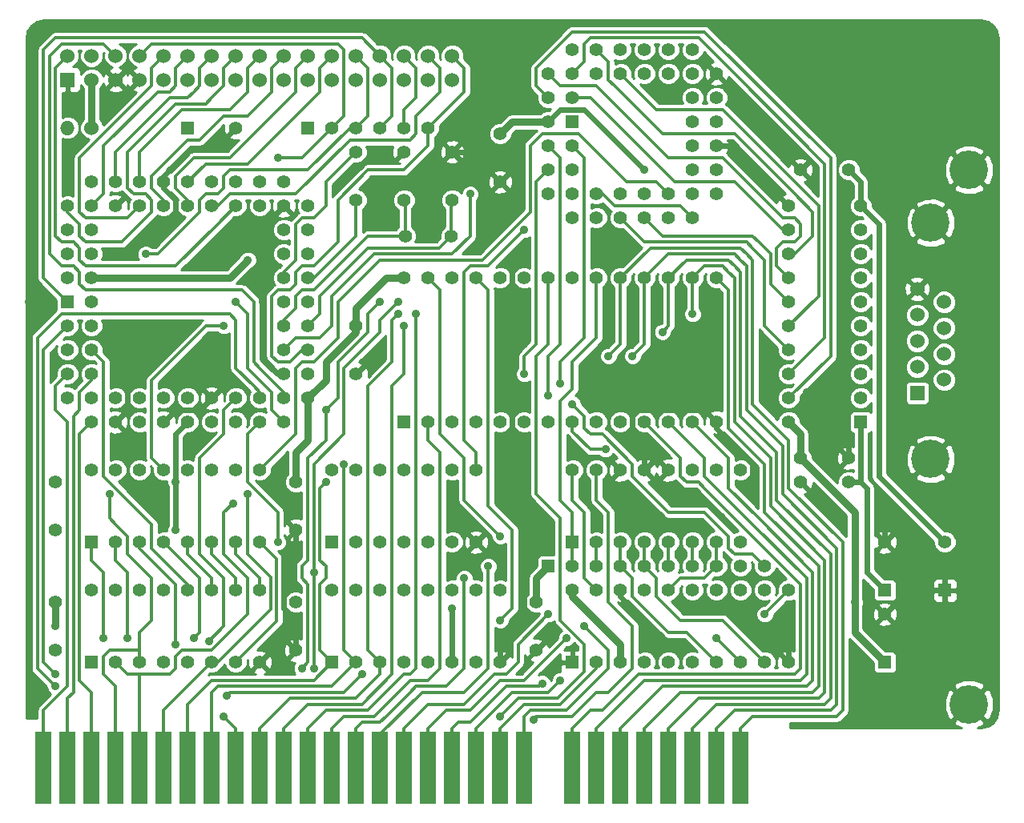
<source format=gtl>
G04 (created by PCBNEW-RS274X (2012-01-19 BZR 3256)-stable) date 12/21/2012 12:27:35 AM*
G01*
G70*
G90*
%MOIN*%
G04 Gerber Fmt 3.4, Leading zero omitted, Abs format*
%FSLAX34Y34*%
G04 APERTURE LIST*
%ADD10C,0.006000*%
%ADD11C,0.160000*%
%ADD12R,0.055000X0.055000*%
%ADD13C,0.055000*%
%ADD14C,0.159400*%
%ADD15R,0.060000X0.060000*%
%ADD16C,0.060000*%
%ADD17R,0.070000X0.300000*%
%ADD18O,0.060000X0.060000*%
%ADD19C,0.035000*%
%ADD20C,0.014500*%
%ADD21C,0.030000*%
%ADD22C,0.024900*%
%ADD23C,0.010000*%
G04 APERTURE END LIST*
G54D10*
G54D11*
X79500Y-26500D03*
X79500Y-48750D03*
G54D12*
X76000Y-47000D03*
G54D13*
X76000Y-45000D03*
G54D12*
X47000Y-24750D03*
G54D13*
X49000Y-24750D03*
G54D12*
X76000Y-44000D03*
G54D13*
X76000Y-42000D03*
G54D12*
X63000Y-47000D03*
G54D13*
X64000Y-47000D03*
X65000Y-47000D03*
X66000Y-47000D03*
X67000Y-47000D03*
X68000Y-47000D03*
X69000Y-47000D03*
X70000Y-47000D03*
X71000Y-47000D03*
X72000Y-47000D03*
X72000Y-44000D03*
X71000Y-44000D03*
X70000Y-44000D03*
X69000Y-44000D03*
X68000Y-44000D03*
X67000Y-44000D03*
X66000Y-44000D03*
X65000Y-44000D03*
X64000Y-44000D03*
X63000Y-44000D03*
G54D12*
X75000Y-37000D03*
G54D13*
X75000Y-36000D03*
X75000Y-35000D03*
X75000Y-34000D03*
X75000Y-33000D03*
X75000Y-32000D03*
X75000Y-31000D03*
X75000Y-30000D03*
X75000Y-29000D03*
X75000Y-28000D03*
X72000Y-28000D03*
X72000Y-29000D03*
X72000Y-30000D03*
X72000Y-31000D03*
X72000Y-32000D03*
X72000Y-33000D03*
X72000Y-34000D03*
X72000Y-35000D03*
X72000Y-36000D03*
X72000Y-37000D03*
G54D12*
X43000Y-47000D03*
G54D13*
X44000Y-47000D03*
X45000Y-47000D03*
X46000Y-47000D03*
X47000Y-47000D03*
X48000Y-47000D03*
X49000Y-47000D03*
X50000Y-47000D03*
X50000Y-44000D03*
X49000Y-44000D03*
X48000Y-44000D03*
X47000Y-44000D03*
X46000Y-44000D03*
X45000Y-44000D03*
X44000Y-44000D03*
X43000Y-44000D03*
G54D12*
X53000Y-47000D03*
G54D13*
X54000Y-47000D03*
X55000Y-47000D03*
X56000Y-47000D03*
X57000Y-47000D03*
X58000Y-47000D03*
X59000Y-47000D03*
X60000Y-47000D03*
X60000Y-44000D03*
X59000Y-44000D03*
X58000Y-44000D03*
X57000Y-44000D03*
X56000Y-44000D03*
X55000Y-44000D03*
X54000Y-44000D03*
X53000Y-44000D03*
G54D12*
X63000Y-42000D03*
G54D13*
X64000Y-42000D03*
X65000Y-42000D03*
X66000Y-42000D03*
X67000Y-42000D03*
X68000Y-42000D03*
X69000Y-42000D03*
X70000Y-42000D03*
X70000Y-39000D03*
X69000Y-39000D03*
X68000Y-39000D03*
X67000Y-39000D03*
X66000Y-39000D03*
X65000Y-39000D03*
X64000Y-39000D03*
X63000Y-39000D03*
G54D12*
X43000Y-42000D03*
G54D13*
X44000Y-42000D03*
X45000Y-42000D03*
X46000Y-42000D03*
X47000Y-42000D03*
X48000Y-42000D03*
X49000Y-42000D03*
X50000Y-42000D03*
X50000Y-39000D03*
X49000Y-39000D03*
X48000Y-39000D03*
X47000Y-39000D03*
X46000Y-39000D03*
X45000Y-39000D03*
X44000Y-39000D03*
X43000Y-39000D03*
G54D12*
X53000Y-42000D03*
G54D13*
X54000Y-42000D03*
X55000Y-42000D03*
X56000Y-42000D03*
X57000Y-42000D03*
X58000Y-42000D03*
X59000Y-42000D03*
X59000Y-39000D03*
X58000Y-39000D03*
X57000Y-39000D03*
X56000Y-39000D03*
X55000Y-39000D03*
X54000Y-39000D03*
X53000Y-39000D03*
G54D14*
X77900Y-38539D03*
X77900Y-28701D03*
G54D15*
X77340Y-35780D03*
G54D16*
X77340Y-34700D03*
X77340Y-33620D03*
X77340Y-32540D03*
X77340Y-31460D03*
X78460Y-32000D03*
X78460Y-33080D03*
X78460Y-34170D03*
X78460Y-35240D03*
G54D13*
X41500Y-39500D03*
X41500Y-41500D03*
X74500Y-39500D03*
X72500Y-39500D03*
X51500Y-39500D03*
X51500Y-41500D03*
X41500Y-44500D03*
X41500Y-46500D03*
X51500Y-44500D03*
X51500Y-46500D03*
X61500Y-44500D03*
X61500Y-46500D03*
X54000Y-33000D03*
X54000Y-35000D03*
X72500Y-38500D03*
X74500Y-38500D03*
X60000Y-25000D03*
X60000Y-27000D03*
G54D17*
X70000Y-51375D03*
X69000Y-51375D03*
X68000Y-51375D03*
X67000Y-51375D03*
X66000Y-51375D03*
X65000Y-51375D03*
X64000Y-51375D03*
X63000Y-51375D03*
X61000Y-51375D03*
X60000Y-51375D03*
X59000Y-51375D03*
X58000Y-51375D03*
X57000Y-51375D03*
X56000Y-51375D03*
X55000Y-51375D03*
X54000Y-51375D03*
X53000Y-51375D03*
X52000Y-51375D03*
X51000Y-51375D03*
X50000Y-51375D03*
X49000Y-51375D03*
X48000Y-51375D03*
X47000Y-51375D03*
X46000Y-51375D03*
X45000Y-51375D03*
X44000Y-51375D03*
X43000Y-51375D03*
X42000Y-51375D03*
X41000Y-51375D03*
G54D13*
X72500Y-26500D03*
X74500Y-26500D03*
X56000Y-27750D03*
X56000Y-25750D03*
X58000Y-27750D03*
X58000Y-25750D03*
G54D12*
X56000Y-37000D03*
G54D13*
X57000Y-37000D03*
X58000Y-37000D03*
X59000Y-37000D03*
X60000Y-37000D03*
X61000Y-37000D03*
X62000Y-37000D03*
X63000Y-37000D03*
X64000Y-37000D03*
X65000Y-37000D03*
X66000Y-37000D03*
X67000Y-37000D03*
X68000Y-37000D03*
X69000Y-37000D03*
X69000Y-31000D03*
X68000Y-31000D03*
X67000Y-31000D03*
X66000Y-31000D03*
X65000Y-31000D03*
X64000Y-31000D03*
X63000Y-31000D03*
X62000Y-31000D03*
X61000Y-31000D03*
X60000Y-31000D03*
X59000Y-31000D03*
X58000Y-31000D03*
X57000Y-31000D03*
X56000Y-31000D03*
X54000Y-25750D03*
X54000Y-27750D03*
G54D12*
X78500Y-44000D03*
G54D13*
X78500Y-42000D03*
G54D12*
X42000Y-32000D03*
G54D13*
X43000Y-32000D03*
X42000Y-33000D03*
X43000Y-33000D03*
X42000Y-34000D03*
X43000Y-34000D03*
X42000Y-35000D03*
X43000Y-35000D03*
X42000Y-36000D03*
X43000Y-37000D03*
X43000Y-36000D03*
X44000Y-37000D03*
X44000Y-36000D03*
X45000Y-37000D03*
X45000Y-36000D03*
X46000Y-37000D03*
X46000Y-36000D03*
X47000Y-37000D03*
X47000Y-36000D03*
X48000Y-37000D03*
X48000Y-36000D03*
X49000Y-37000D03*
X49000Y-36000D03*
X50000Y-37000D03*
X50000Y-36000D03*
X51000Y-37000D03*
X52000Y-36000D03*
X51000Y-36000D03*
X52000Y-35000D03*
X51000Y-35000D03*
X52000Y-34000D03*
X51000Y-34000D03*
X52000Y-33000D03*
X51000Y-33000D03*
X52000Y-32000D03*
X51000Y-32000D03*
X52000Y-31000D03*
X51000Y-31000D03*
X52000Y-30000D03*
X51000Y-30000D03*
X52000Y-29000D03*
X51000Y-29000D03*
X52000Y-28000D03*
X51000Y-27000D03*
X51000Y-28000D03*
X50000Y-27000D03*
X50000Y-28000D03*
X49000Y-27000D03*
X49000Y-28000D03*
X48000Y-27000D03*
X48000Y-28000D03*
X47000Y-27000D03*
X47000Y-28000D03*
X46000Y-27000D03*
X46000Y-28000D03*
X45000Y-27000D03*
X45000Y-28000D03*
X44000Y-27000D03*
X44000Y-28000D03*
X43000Y-27000D03*
X42000Y-28000D03*
X43000Y-28000D03*
X42000Y-29000D03*
X43000Y-29000D03*
X42000Y-30000D03*
X43000Y-30000D03*
X42000Y-31000D03*
X43000Y-31000D03*
G54D12*
X63000Y-24500D03*
G54D13*
X62000Y-25500D03*
X63000Y-25500D03*
X62000Y-26500D03*
X63000Y-26500D03*
X62000Y-27500D03*
X63000Y-28500D03*
X63000Y-27500D03*
X64000Y-28500D03*
X64000Y-27500D03*
X65000Y-28500D03*
X65000Y-27500D03*
X66000Y-28500D03*
X66000Y-27500D03*
X67000Y-28500D03*
X67000Y-27500D03*
X68000Y-28500D03*
X69000Y-27500D03*
X68000Y-27500D03*
X69000Y-26500D03*
X68000Y-26500D03*
X69000Y-25500D03*
X68000Y-25500D03*
X69000Y-24500D03*
X68000Y-24500D03*
X69000Y-23500D03*
X68000Y-23500D03*
X69000Y-22500D03*
X68000Y-21500D03*
X68000Y-22500D03*
X67000Y-21500D03*
X67000Y-22500D03*
X66000Y-21500D03*
X66000Y-22500D03*
X65000Y-21500D03*
X65000Y-22500D03*
X64000Y-21500D03*
X64000Y-22500D03*
X63000Y-21500D03*
X62000Y-22500D03*
X63000Y-22500D03*
X62000Y-23500D03*
X63000Y-23500D03*
X62000Y-24500D03*
G54D18*
X42000Y-24750D03*
G54D16*
X43000Y-24750D03*
G54D15*
X42000Y-22750D03*
G54D16*
X42000Y-21750D03*
X43000Y-22750D03*
X43000Y-21750D03*
X44000Y-22750D03*
X44000Y-21750D03*
X45000Y-22750D03*
X45000Y-21750D03*
X46000Y-22750D03*
X46000Y-21750D03*
X47000Y-22750D03*
X47000Y-21750D03*
X48000Y-22750D03*
X48000Y-21750D03*
X49000Y-22750D03*
X49000Y-21750D03*
X50000Y-22750D03*
X50000Y-21750D03*
X51000Y-22750D03*
X51000Y-21750D03*
X52000Y-22750D03*
X52000Y-21750D03*
X53000Y-22750D03*
X53000Y-21750D03*
X54000Y-22750D03*
X54000Y-21750D03*
X55000Y-21750D03*
X55000Y-22750D03*
X56000Y-21750D03*
X56000Y-22750D03*
X57000Y-22750D03*
X57000Y-21750D03*
X58000Y-22750D03*
X58000Y-21750D03*
G54D12*
X62000Y-43000D03*
G54D13*
X63000Y-43000D03*
X64000Y-43000D03*
X65000Y-43000D03*
X66000Y-43000D03*
X67000Y-43000D03*
X68000Y-43000D03*
X69000Y-43000D03*
X70000Y-43000D03*
X71000Y-43000D03*
G54D12*
X52000Y-24750D03*
G54D13*
X53000Y-24750D03*
X54000Y-24750D03*
X55000Y-24750D03*
X56000Y-24750D03*
X57000Y-24750D03*
X57961Y-29250D03*
X56039Y-29250D03*
G54D19*
X56000Y-33000D03*
X56500Y-32500D03*
X58500Y-43500D03*
X59500Y-43000D03*
X62000Y-45000D03*
X71000Y-45000D03*
X62750Y-46000D03*
X69000Y-46000D03*
X61750Y-47875D03*
X62500Y-47750D03*
X64375Y-38125D03*
X43750Y-40000D03*
X48875Y-40375D03*
X49500Y-40000D03*
X52750Y-39500D03*
X53500Y-38750D03*
X60000Y-45250D03*
X48500Y-49250D03*
X55750Y-32500D03*
X63500Y-45500D03*
X62000Y-35875D03*
X62500Y-35375D03*
X61000Y-35000D03*
X68000Y-32500D03*
X66750Y-33250D03*
X65500Y-34250D03*
X64500Y-34250D03*
X50750Y-42000D03*
X49000Y-32000D03*
X50750Y-26000D03*
X43500Y-46000D03*
X44500Y-46000D03*
X46500Y-46250D03*
X47875Y-46125D03*
X47250Y-46000D03*
X63000Y-36250D03*
X58750Y-27500D03*
X41500Y-48000D03*
X45250Y-30000D03*
X48500Y-33000D03*
X41500Y-47500D03*
X51750Y-47250D03*
X55000Y-32000D03*
X52750Y-36500D03*
X52250Y-47250D03*
X55750Y-32000D03*
X52248Y-43250D03*
X60000Y-49250D03*
X61375Y-49375D03*
X60000Y-41750D03*
X75500Y-49500D03*
X75000Y-49500D03*
X40500Y-49000D03*
X60000Y-22250D03*
X61000Y-40250D03*
X40500Y-21000D03*
X60500Y-30500D03*
X59500Y-22750D03*
X60500Y-33750D03*
X61250Y-23500D03*
X41375Y-32000D03*
X61000Y-33750D03*
X51500Y-45250D03*
X48000Y-34125D03*
X76000Y-40250D03*
X61000Y-30000D03*
X66000Y-46000D03*
X41000Y-20500D03*
X70500Y-39500D03*
X76000Y-40750D03*
X61000Y-40750D03*
X45000Y-34000D03*
X60500Y-28500D03*
X60500Y-40750D03*
X55000Y-27750D03*
X71000Y-20750D03*
X72750Y-36750D03*
X60000Y-33750D03*
X49000Y-29500D03*
X71500Y-20750D03*
X60500Y-21750D03*
X59500Y-21750D03*
X59500Y-29500D03*
X48625Y-33500D03*
X57000Y-27750D03*
X46000Y-29000D03*
X72750Y-35750D03*
X50125Y-32000D03*
X40375Y-32000D03*
X72750Y-36250D03*
X70500Y-20750D03*
X48625Y-48375D03*
X54250Y-47500D03*
X61000Y-29000D03*
X41500Y-45500D03*
X58000Y-44750D03*
X49500Y-30250D03*
X66000Y-26500D03*
X46500Y-39500D03*
X46500Y-41500D03*
X74750Y-44500D03*
G54D20*
X47000Y-42000D02*
X47000Y-42500D01*
X48000Y-44000D02*
X48000Y-43500D01*
X47000Y-42500D02*
X48000Y-43500D01*
X50000Y-44000D02*
X50000Y-43500D01*
X49000Y-42500D02*
X50000Y-43500D01*
X49000Y-42000D02*
X49000Y-42500D01*
X48000Y-42500D02*
X49000Y-43500D01*
X48000Y-42000D02*
X48000Y-42500D01*
X49000Y-44000D02*
X49000Y-43500D01*
X50698Y-42698D02*
X50000Y-42000D01*
X50698Y-42750D02*
X50698Y-42698D01*
X49000Y-47000D02*
X50698Y-45302D01*
X50698Y-42750D02*
X50698Y-45302D01*
X41500Y-36500D02*
X41500Y-35500D01*
X41000Y-51375D02*
X41000Y-49000D01*
X42000Y-46250D02*
X42000Y-37000D01*
X41000Y-49000D02*
X42000Y-48000D01*
X42000Y-48000D02*
X42000Y-47500D01*
X41500Y-35500D02*
X42000Y-35000D01*
X42000Y-37000D02*
X41500Y-36500D01*
X42000Y-47500D02*
X42000Y-46250D01*
X42250Y-36750D02*
X42250Y-45750D01*
X43000Y-35250D02*
X42500Y-35750D01*
X42000Y-48500D02*
X42250Y-48250D01*
X42000Y-49250D02*
X42000Y-48750D01*
X43000Y-35000D02*
X43000Y-35250D01*
X42000Y-48750D02*
X42000Y-48500D01*
X42500Y-36500D02*
X42500Y-35750D01*
X42250Y-48250D02*
X42250Y-45750D01*
X42250Y-36750D02*
X42500Y-36500D01*
X42000Y-51375D02*
X42000Y-49250D01*
X51000Y-49750D02*
X52000Y-48750D01*
X54250Y-48750D02*
X52500Y-48750D01*
X52000Y-48750D02*
X52500Y-48750D01*
X55500Y-35500D02*
X56000Y-35000D01*
X55500Y-46000D02*
X55500Y-35500D01*
X56000Y-35000D02*
X56000Y-33000D01*
X55500Y-47500D02*
X54250Y-48750D01*
X55500Y-47250D02*
X55500Y-47500D01*
X55500Y-47250D02*
X55500Y-46000D01*
X51000Y-51375D02*
X51000Y-49750D01*
X52000Y-51375D02*
X52000Y-49748D01*
X53001Y-48998D02*
X53001Y-48999D01*
X56500Y-47250D02*
X56500Y-46000D01*
X54499Y-48999D02*
X53001Y-48999D01*
X56000Y-47500D02*
X55998Y-47500D01*
X56500Y-33500D02*
X56500Y-32500D01*
X56500Y-46000D02*
X56500Y-33500D01*
X56250Y-47500D02*
X56000Y-47500D01*
X52000Y-49748D02*
X52750Y-48998D01*
X56250Y-47500D02*
X56500Y-47250D01*
X55998Y-47500D02*
X54499Y-48999D01*
X53001Y-48999D02*
X53001Y-48999D01*
X52750Y-48998D02*
X53001Y-48998D01*
X57500Y-47250D02*
X57500Y-46000D01*
X53000Y-51375D02*
X53000Y-49750D01*
X54749Y-49249D02*
X53751Y-49249D01*
X53501Y-49249D02*
X53751Y-49249D01*
X57000Y-37750D02*
X57500Y-38250D01*
X54749Y-49249D02*
X56248Y-47750D01*
X57000Y-47750D02*
X57500Y-47250D01*
X56500Y-47750D02*
X56250Y-47750D01*
X53000Y-49750D02*
X53501Y-49249D01*
X57000Y-37000D02*
X57000Y-37750D01*
X57500Y-46000D02*
X57500Y-38250D01*
X56500Y-47750D02*
X56750Y-47750D01*
X56750Y-47750D02*
X57000Y-47750D01*
X56248Y-47750D02*
X56250Y-47750D01*
X56751Y-48000D02*
X56500Y-48000D01*
X54250Y-49500D02*
X54500Y-49500D01*
X55000Y-49500D02*
X55250Y-49250D01*
X57000Y-48000D02*
X57750Y-48000D01*
X55250Y-49250D02*
X56250Y-48250D01*
X56498Y-48002D02*
X56500Y-48002D01*
X58500Y-46000D02*
X58500Y-47250D01*
X54000Y-49750D02*
X54250Y-49500D01*
X56250Y-48250D02*
X56498Y-48002D01*
X57750Y-48000D02*
X58500Y-47250D01*
X54000Y-51375D02*
X54000Y-49750D01*
X55000Y-49500D02*
X54500Y-49500D01*
X56751Y-48000D02*
X57000Y-48000D01*
X58500Y-43500D02*
X58500Y-46000D01*
X56500Y-48002D02*
X56500Y-48000D01*
X56751Y-48252D02*
X56751Y-48249D01*
X59500Y-43000D02*
X59500Y-47250D01*
X59250Y-47500D02*
X59500Y-47250D01*
X55000Y-51375D02*
X55000Y-50003D01*
X58500Y-48250D02*
X59250Y-47500D01*
X55000Y-50003D02*
X56751Y-48252D01*
X56751Y-48249D02*
X56750Y-48250D01*
X57248Y-48250D02*
X57252Y-48250D01*
X56750Y-48250D02*
X57248Y-48250D01*
X57252Y-48250D02*
X58500Y-48250D01*
X60250Y-47500D02*
X59750Y-47500D01*
X59750Y-47500D02*
X58500Y-48750D01*
X58500Y-48750D02*
X57250Y-48750D01*
X60500Y-47250D02*
X60750Y-47000D01*
X60750Y-46250D02*
X62000Y-45000D01*
X57000Y-48750D02*
X57250Y-48750D01*
X60250Y-47500D02*
X60500Y-47250D01*
X56000Y-49750D02*
X57000Y-48750D01*
X72000Y-44000D02*
X71000Y-45000D01*
X60750Y-46500D02*
X60750Y-46250D01*
X60750Y-47000D02*
X60750Y-46500D01*
X56000Y-51375D02*
X56000Y-49750D01*
X61000Y-47750D02*
X62500Y-46250D01*
X60000Y-47750D02*
X61000Y-47750D01*
X57000Y-51375D02*
X57000Y-49750D01*
X62500Y-46250D02*
X62750Y-46000D01*
X57750Y-49000D02*
X58000Y-49000D01*
X57000Y-49750D02*
X57750Y-49000D01*
X58500Y-49000D02*
X58750Y-49000D01*
X70000Y-47000D02*
X69000Y-46000D01*
X58750Y-49000D02*
X60000Y-47750D01*
X58500Y-49000D02*
X58000Y-49000D01*
X60500Y-48000D02*
X60250Y-48000D01*
X58500Y-49500D02*
X58750Y-49500D01*
X58000Y-51375D02*
X58000Y-49750D01*
X58250Y-49500D02*
X58500Y-49500D01*
X60500Y-48000D02*
X61500Y-48000D01*
X61500Y-48000D02*
X61625Y-48000D01*
X60250Y-48000D02*
X58750Y-49500D01*
X58000Y-49750D02*
X58250Y-49500D01*
X61625Y-48000D02*
X61750Y-47875D01*
X59000Y-51375D02*
X59000Y-49750D01*
X60750Y-48248D02*
X60750Y-48250D01*
X60502Y-48248D02*
X60750Y-48248D01*
X59000Y-49750D02*
X60502Y-48248D01*
X62000Y-48250D02*
X62500Y-47750D01*
X60750Y-48250D02*
X62000Y-48250D01*
X60750Y-48250D02*
X60750Y-48250D01*
X60000Y-51375D02*
X60000Y-49750D01*
X61000Y-48750D02*
X61250Y-48750D01*
X60000Y-49750D02*
X61000Y-48750D01*
X62500Y-48750D02*
X64000Y-47250D01*
X64000Y-47250D02*
X64000Y-47000D01*
X61250Y-48750D02*
X62500Y-48750D01*
X63000Y-37000D02*
X63000Y-37375D01*
X63000Y-37375D02*
X63750Y-38125D01*
X63750Y-38125D02*
X64375Y-38125D01*
X42500Y-45500D02*
X42500Y-37500D01*
X43000Y-51375D02*
X43000Y-48250D01*
X42500Y-47750D02*
X42500Y-45500D01*
X42500Y-37500D02*
X43000Y-37000D01*
X43000Y-48250D02*
X42500Y-47750D01*
X44500Y-41750D02*
X44500Y-42250D01*
X43750Y-46500D02*
X45000Y-46500D01*
X43750Y-41000D02*
X43750Y-40000D01*
X45500Y-45250D02*
X45000Y-45750D01*
X44000Y-41250D02*
X43750Y-41000D01*
X43500Y-47500D02*
X43500Y-46750D01*
X45000Y-46500D02*
X45000Y-45750D01*
X44500Y-41750D02*
X44000Y-41250D01*
X45000Y-46500D02*
X45000Y-47000D01*
X45500Y-43500D02*
X45500Y-45250D01*
X44000Y-48000D02*
X43500Y-47500D01*
X44000Y-48750D02*
X44000Y-48000D01*
X44500Y-42250D02*
X44500Y-42500D01*
X44000Y-51375D02*
X44000Y-48750D01*
X44500Y-42500D02*
X45500Y-43500D01*
X43500Y-46750D02*
X43750Y-46500D01*
X48000Y-46500D02*
X49500Y-45000D01*
X46500Y-46750D02*
X46750Y-46500D01*
X49500Y-45000D02*
X49500Y-43500D01*
X49500Y-43500D02*
X48500Y-42500D01*
X44000Y-47000D02*
X44500Y-47500D01*
X45000Y-51375D02*
X45000Y-48250D01*
X46750Y-46500D02*
X47000Y-46500D01*
X44500Y-47500D02*
X45000Y-47500D01*
X47000Y-46500D02*
X48000Y-46500D01*
X46500Y-47250D02*
X46500Y-46750D01*
X48500Y-42500D02*
X48500Y-40750D01*
X45000Y-47500D02*
X46250Y-47500D01*
X45000Y-48250D02*
X45000Y-47500D01*
X46250Y-47500D02*
X46500Y-47250D01*
X48875Y-40375D02*
X48500Y-40750D01*
X48250Y-47000D02*
X49750Y-45500D01*
X49500Y-41500D02*
X49500Y-40000D01*
X48250Y-47000D02*
X48000Y-47000D01*
X48000Y-47000D02*
X48250Y-47000D01*
X50450Y-43450D02*
X49500Y-42500D01*
X47500Y-47500D02*
X48000Y-47000D01*
X49500Y-42500D02*
X49500Y-41500D01*
X50450Y-44800D02*
X50450Y-43450D01*
X48250Y-47000D02*
X50450Y-44800D01*
X46000Y-51375D02*
X46000Y-49000D01*
X47500Y-47500D02*
X46000Y-49000D01*
X52500Y-46500D02*
X53000Y-47000D01*
X47000Y-48750D02*
X48000Y-47750D01*
X52500Y-43750D02*
X52750Y-43500D01*
X52500Y-42500D02*
X52500Y-42750D01*
X52500Y-39750D02*
X52750Y-39500D01*
X52500Y-46500D02*
X52500Y-43750D01*
X52500Y-40000D02*
X52500Y-39750D01*
X47000Y-51375D02*
X47000Y-48750D01*
X52500Y-42750D02*
X52750Y-43000D01*
X48000Y-47750D02*
X52250Y-47750D01*
X52500Y-42500D02*
X52500Y-40000D01*
X52250Y-47750D02*
X53000Y-47000D01*
X52750Y-43500D02*
X52750Y-43000D01*
X54000Y-47000D02*
X53500Y-46500D01*
X48000Y-48500D02*
X48000Y-48250D01*
X53500Y-46500D02*
X53500Y-39500D01*
X48250Y-48000D02*
X53000Y-48000D01*
X48000Y-48250D02*
X48250Y-48000D01*
X48000Y-51375D02*
X48000Y-48500D01*
X53500Y-38750D02*
X53500Y-39500D01*
X53000Y-48000D02*
X54000Y-47000D01*
X59000Y-31000D02*
X59500Y-31500D01*
X59500Y-40500D02*
X60500Y-41500D01*
X59500Y-31500D02*
X59500Y-40500D01*
X60000Y-45250D02*
X60500Y-44750D01*
X60500Y-44750D02*
X60500Y-41500D01*
X49000Y-49750D02*
X48500Y-49250D01*
X49000Y-51375D02*
X49000Y-49750D01*
X50000Y-51375D02*
X50000Y-49750D01*
X54500Y-46500D02*
X54500Y-42750D01*
X54500Y-35500D02*
X55500Y-34500D01*
X54500Y-46500D02*
X55000Y-47000D01*
X54500Y-42750D02*
X54500Y-35500D01*
X55500Y-34500D02*
X55500Y-32750D01*
X55000Y-47500D02*
X55000Y-47000D01*
X54000Y-48500D02*
X55000Y-47500D01*
X50000Y-49750D02*
X51250Y-48500D01*
X55500Y-32750D02*
X55750Y-32500D01*
X51250Y-48500D02*
X51500Y-48500D01*
X54000Y-48500D02*
X51500Y-48500D01*
X61252Y-48998D02*
X61500Y-48998D01*
X64500Y-46750D02*
X64500Y-47250D01*
X64500Y-46500D02*
X63500Y-45500D01*
X61000Y-49250D02*
X61252Y-48998D01*
X64500Y-47250D02*
X62750Y-49000D01*
X61000Y-49500D02*
X61000Y-49250D01*
X61000Y-51375D02*
X61000Y-49750D01*
X64500Y-46750D02*
X64500Y-46500D01*
X61000Y-49750D02*
X61000Y-49500D01*
X61500Y-49000D02*
X62750Y-49000D01*
X61500Y-49000D02*
X61500Y-49000D01*
X61500Y-48998D02*
X61500Y-49000D01*
X63000Y-49750D02*
X63750Y-49000D01*
X62500Y-33750D02*
X62000Y-34250D01*
X62500Y-31750D02*
X62500Y-26000D01*
X62500Y-26000D02*
X62000Y-25500D01*
X62000Y-35875D02*
X62000Y-34250D01*
X69500Y-40750D02*
X72500Y-43750D01*
X68250Y-39500D02*
X67750Y-39500D01*
X67500Y-39250D02*
X67750Y-39500D01*
X67500Y-38500D02*
X67500Y-39250D01*
X68500Y-39750D02*
X68250Y-39500D01*
X67500Y-38500D02*
X67250Y-38250D01*
X62500Y-31750D02*
X62500Y-33750D01*
X64750Y-48500D02*
X64250Y-49000D01*
X69500Y-40750D02*
X68500Y-39750D01*
X63000Y-49750D02*
X63000Y-51375D01*
X72250Y-47500D02*
X72500Y-47250D01*
X66000Y-37000D02*
X67250Y-38250D01*
X64250Y-49000D02*
X63750Y-49000D01*
X64750Y-48500D02*
X65750Y-47500D01*
X65750Y-47500D02*
X72250Y-47500D01*
X72500Y-47250D02*
X72500Y-43750D01*
X62500Y-35375D02*
X62500Y-34500D01*
X72500Y-47750D02*
X72750Y-47500D01*
X63500Y-31250D02*
X63500Y-26000D01*
X63500Y-33500D02*
X62500Y-34500D01*
X63500Y-26000D02*
X63000Y-25500D01*
X63500Y-31250D02*
X63500Y-33500D01*
X68250Y-38250D02*
X68000Y-38000D01*
X65500Y-48250D02*
X66000Y-47750D01*
X68250Y-38250D02*
X68500Y-38500D01*
X64000Y-49750D02*
X65500Y-48250D01*
X68500Y-38500D02*
X68500Y-39250D01*
X69500Y-40250D02*
X70500Y-41250D01*
X68000Y-38000D02*
X67000Y-37000D01*
X70500Y-41250D02*
X72750Y-43500D01*
X72750Y-43500D02*
X72750Y-47500D01*
X64000Y-51375D02*
X64000Y-49750D01*
X72000Y-47750D02*
X72500Y-47750D01*
X66000Y-47750D02*
X72000Y-47750D01*
X68500Y-39250D02*
X69500Y-40250D01*
X69500Y-39750D02*
X69500Y-38500D01*
X66750Y-47998D02*
X66750Y-48000D01*
X70750Y-41000D02*
X69500Y-39750D01*
X69500Y-38500D02*
X69000Y-38000D01*
X61500Y-31500D02*
X61500Y-33750D01*
X72750Y-47998D02*
X66750Y-47998D01*
X68000Y-37000D02*
X68750Y-37750D01*
X73000Y-47748D02*
X72750Y-47998D01*
X61000Y-35000D02*
X61000Y-34250D01*
X73000Y-43250D02*
X73000Y-47748D01*
X70750Y-41000D02*
X73000Y-43250D01*
X61500Y-33750D02*
X61000Y-34250D01*
X65000Y-51375D02*
X65000Y-49750D01*
X66750Y-48000D02*
X65000Y-49750D01*
X61500Y-27000D02*
X62000Y-26500D01*
X61500Y-27750D02*
X61500Y-31500D01*
X61500Y-27750D02*
X61500Y-27000D01*
X66750Y-48000D02*
X66750Y-48000D01*
X69000Y-38000D02*
X68750Y-37750D01*
X66000Y-49750D02*
X67250Y-48500D01*
X69500Y-37250D02*
X71000Y-38750D01*
X71000Y-38750D02*
X71000Y-40748D01*
X69500Y-36750D02*
X69500Y-31500D01*
X73000Y-48250D02*
X73250Y-48000D01*
X67250Y-48500D02*
X67500Y-48250D01*
X72998Y-48250D02*
X73000Y-48248D01*
X71000Y-40748D02*
X73250Y-42998D01*
X73250Y-48000D02*
X73250Y-42998D01*
X73000Y-48250D02*
X72998Y-48250D01*
X69500Y-31500D02*
X69000Y-31000D01*
X69500Y-36750D02*
X69500Y-37250D01*
X72500Y-48250D02*
X72998Y-48250D01*
X66000Y-51375D02*
X66000Y-49750D01*
X67500Y-48250D02*
X72500Y-48250D01*
X68250Y-48500D02*
X72750Y-48500D01*
X69500Y-30750D02*
X69250Y-30500D01*
X69750Y-31000D02*
X69750Y-36500D01*
X73250Y-48500D02*
X73248Y-48500D01*
X71251Y-38501D02*
X71251Y-40501D01*
X71251Y-40501D02*
X73500Y-42750D01*
X69500Y-30750D02*
X69750Y-31000D01*
X73500Y-42750D02*
X73500Y-48250D01*
X69750Y-37000D02*
X71251Y-38501D01*
X68002Y-30998D02*
X68000Y-31000D01*
X68000Y-48750D02*
X68250Y-48500D01*
X69750Y-36500D02*
X69750Y-37000D01*
X68000Y-32500D02*
X68000Y-31000D01*
X67000Y-51375D02*
X67000Y-49750D01*
X72750Y-48500D02*
X73250Y-48500D01*
X73250Y-48500D02*
X73500Y-48250D01*
X68500Y-30500D02*
X68000Y-31000D01*
X67000Y-49750D02*
X68000Y-48750D01*
X69250Y-30500D02*
X68500Y-30500D01*
X73750Y-48500D02*
X73500Y-48750D01*
X71500Y-38250D02*
X71500Y-40250D01*
X73500Y-48750D02*
X73000Y-48750D01*
X67000Y-33000D02*
X67000Y-31000D01*
X73750Y-48500D02*
X73750Y-42500D01*
X68000Y-49750D02*
X68750Y-49000D01*
X68750Y-49000D02*
X69000Y-48750D01*
X68000Y-51375D02*
X68000Y-49750D01*
X70000Y-36750D02*
X71500Y-38250D01*
X66750Y-33250D02*
X67000Y-33000D01*
X70000Y-36250D02*
X70000Y-30750D01*
X71500Y-40250D02*
X73750Y-42500D01*
X70000Y-36250D02*
X70000Y-36750D01*
X69750Y-30500D02*
X69500Y-30250D01*
X70000Y-30750D02*
X69750Y-30500D01*
X67750Y-30250D02*
X67000Y-31000D01*
X69000Y-48750D02*
X73000Y-48750D01*
X69500Y-30250D02*
X67750Y-30250D01*
X73748Y-49000D02*
X73750Y-49000D01*
X70252Y-36004D02*
X70250Y-36004D01*
X73250Y-49000D02*
X73748Y-49000D01*
X71748Y-39998D02*
X74000Y-42250D01*
X70000Y-30250D02*
X69750Y-30000D01*
X70250Y-36002D02*
X70252Y-36004D01*
X69000Y-51375D02*
X69000Y-49750D01*
X66000Y-33750D02*
X65500Y-34250D01*
X69750Y-30000D02*
X67000Y-30000D01*
X70250Y-36004D02*
X70250Y-36500D01*
X74000Y-42250D02*
X74000Y-48750D01*
X70250Y-30500D02*
X70250Y-36002D01*
X70250Y-36500D02*
X71748Y-37998D01*
X67000Y-30000D02*
X66000Y-31000D01*
X73750Y-49000D02*
X74000Y-48750D01*
X70000Y-30250D02*
X70250Y-30500D01*
X71748Y-37998D02*
X71748Y-39998D01*
X70250Y-36004D02*
X70250Y-36004D01*
X69000Y-49750D02*
X69750Y-49000D01*
X66000Y-31000D02*
X66000Y-33750D01*
X69750Y-49000D02*
X73250Y-49000D01*
X70250Y-49500D02*
X70250Y-49498D01*
X74250Y-42000D02*
X72000Y-39750D01*
X71998Y-37750D02*
X70500Y-36252D01*
X66250Y-29750D02*
X65000Y-31000D01*
X70000Y-49750D02*
X70250Y-49500D01*
X70500Y-35750D02*
X70500Y-30250D01*
X71998Y-37752D02*
X71998Y-37750D01*
X73500Y-49250D02*
X74000Y-49250D01*
X70498Y-49250D02*
X73500Y-49250D01*
X72000Y-39750D02*
X72000Y-37754D01*
X70000Y-51375D02*
X70000Y-49750D01*
X70500Y-36252D02*
X70500Y-35750D01*
X74000Y-49250D02*
X74250Y-49000D01*
X70000Y-29750D02*
X66250Y-29750D01*
X65000Y-33750D02*
X64500Y-34250D01*
X70250Y-30000D02*
X70000Y-29750D01*
X65000Y-31000D02*
X65000Y-33750D01*
X70500Y-30250D02*
X70250Y-30000D01*
X70250Y-49498D02*
X70498Y-49250D01*
X71998Y-37752D02*
X71996Y-37750D01*
X70498Y-49248D02*
X70498Y-49250D01*
X70498Y-49250D02*
X70498Y-49248D01*
X74250Y-49000D02*
X74250Y-42000D01*
X72000Y-37754D02*
X71998Y-37752D01*
X42250Y-29500D02*
X41750Y-29500D01*
X42750Y-30500D02*
X42500Y-30250D01*
X42500Y-30250D02*
X42500Y-29750D01*
X41500Y-29250D02*
X41500Y-22250D01*
X41500Y-22250D02*
X42000Y-21750D01*
X48250Y-28750D02*
X46500Y-30500D01*
X42500Y-29750D02*
X42250Y-29500D01*
X41750Y-29500D02*
X41500Y-29250D01*
X49000Y-28000D02*
X48250Y-28750D01*
X46500Y-30500D02*
X42750Y-30500D01*
X49500Y-23250D02*
X49500Y-22250D01*
X48750Y-24000D02*
X47002Y-24000D01*
X47002Y-24000D02*
X46750Y-24000D01*
X45000Y-25750D02*
X45000Y-27000D01*
X49002Y-23748D02*
X49000Y-23750D01*
X46750Y-24000D02*
X45000Y-25750D01*
X49500Y-22250D02*
X50000Y-21750D01*
X49000Y-23750D02*
X49500Y-23250D01*
X48750Y-24000D02*
X49002Y-23748D01*
X50750Y-40750D02*
X49500Y-39500D01*
X49500Y-37500D02*
X49500Y-39250D01*
X50750Y-42000D02*
X50750Y-40750D01*
X50000Y-37000D02*
X49500Y-37500D01*
X49500Y-39250D02*
X49500Y-39500D01*
X47000Y-23500D02*
X46250Y-23500D01*
X44000Y-27000D02*
X44000Y-26000D01*
X47250Y-23250D02*
X47500Y-23000D01*
X47500Y-22250D02*
X48000Y-21750D01*
X46250Y-23500D02*
X44000Y-25750D01*
X47500Y-23000D02*
X47500Y-22250D01*
X44000Y-25750D02*
X44000Y-26000D01*
X47250Y-23250D02*
X47000Y-23500D01*
X43500Y-27500D02*
X43500Y-26250D01*
X46500Y-23000D02*
X46500Y-22250D01*
X47000Y-21750D02*
X46500Y-22250D01*
X43500Y-25500D02*
X45750Y-23250D01*
X43000Y-28000D02*
X43500Y-27500D01*
X46250Y-23250D02*
X46500Y-23000D01*
X43500Y-25750D02*
X43500Y-27500D01*
X46250Y-23250D02*
X45750Y-23250D01*
X43500Y-25750D02*
X43500Y-25500D01*
X51500Y-31250D02*
X51500Y-30750D01*
X50500Y-31750D02*
X50750Y-31500D01*
X57000Y-24750D02*
X57500Y-24250D01*
X50500Y-34250D02*
X50500Y-33750D01*
X58500Y-23000D02*
X58500Y-23125D01*
X51250Y-31500D02*
X51500Y-31250D01*
X56000Y-26500D02*
X57000Y-25500D01*
X51250Y-34500D02*
X50750Y-34500D01*
X57000Y-25500D02*
X57000Y-24750D01*
X53250Y-29500D02*
X53250Y-27750D01*
X50500Y-33750D02*
X50500Y-31750D01*
X50750Y-31500D02*
X51250Y-31500D01*
X52000Y-34000D02*
X51750Y-34000D01*
X58500Y-23250D02*
X57500Y-24250D01*
X58000Y-21750D02*
X58500Y-22250D01*
X58500Y-22250D02*
X58500Y-23000D01*
X51750Y-30500D02*
X52250Y-30500D01*
X53250Y-27750D02*
X54500Y-26500D01*
X51500Y-30750D02*
X51750Y-30500D01*
X50750Y-34500D02*
X50500Y-34250D01*
X51750Y-34000D02*
X51250Y-34500D01*
X52250Y-30500D02*
X53250Y-29500D01*
X58500Y-23125D02*
X58500Y-23250D01*
X54500Y-26500D02*
X56000Y-26500D01*
G54D21*
X43000Y-24750D02*
X43000Y-22750D01*
G54D20*
X57500Y-23250D02*
X57000Y-23750D01*
X56500Y-24250D02*
X56500Y-25000D01*
X56500Y-25000D02*
X56250Y-25250D01*
X51500Y-27500D02*
X53750Y-25250D01*
X57000Y-21750D02*
X57500Y-22250D01*
X51250Y-27500D02*
X51500Y-27500D01*
X48000Y-28000D02*
X48250Y-28000D01*
X57500Y-22250D02*
X57500Y-23250D01*
X55500Y-25250D02*
X53750Y-25250D01*
X48750Y-27500D02*
X51250Y-27500D01*
X48250Y-28000D02*
X48750Y-27500D01*
X56250Y-25250D02*
X55500Y-25250D01*
X57000Y-23750D02*
X56500Y-24250D01*
X53250Y-21250D02*
X45500Y-21250D01*
X49250Y-32250D02*
X49000Y-32000D01*
X53500Y-24250D02*
X53500Y-21500D01*
X53000Y-24750D02*
X53500Y-24250D01*
X50500Y-35750D02*
X49500Y-34750D01*
X49500Y-32500D02*
X49250Y-32250D01*
X53500Y-21500D02*
X53250Y-21250D01*
X49500Y-34750D02*
X49500Y-33000D01*
X50500Y-36500D02*
X50500Y-35750D01*
X51500Y-26000D02*
X51750Y-26000D01*
X51000Y-37000D02*
X50500Y-36500D01*
X53000Y-24750D02*
X51750Y-26000D01*
X45500Y-21250D02*
X45000Y-21750D01*
X50750Y-26000D02*
X51500Y-26000D01*
X49500Y-33000D02*
X49500Y-32500D01*
X43500Y-46000D02*
X43500Y-43250D01*
X43500Y-43250D02*
X43000Y-42750D01*
X43000Y-42000D02*
X43000Y-42750D01*
X44500Y-46000D02*
X44500Y-43250D01*
X44500Y-43250D02*
X44000Y-42750D01*
X44000Y-42750D02*
X44000Y-42000D01*
X46500Y-46250D02*
X46500Y-46000D01*
X46500Y-46000D02*
X46500Y-43750D01*
X46500Y-43750D02*
X45000Y-42250D01*
X45000Y-42250D02*
X45000Y-42000D01*
X47875Y-46125D02*
X48500Y-45500D01*
X47500Y-41000D02*
X47500Y-38500D01*
X47500Y-38500D02*
X48500Y-37500D01*
X48500Y-45500D02*
X48500Y-43500D01*
X48500Y-43500D02*
X47500Y-42500D01*
X47500Y-42500D02*
X47500Y-41000D01*
X48500Y-36500D02*
X48500Y-37500D01*
X48500Y-36500D02*
X49000Y-36000D01*
X47500Y-45750D02*
X47250Y-46000D01*
X46000Y-42000D02*
X47500Y-43500D01*
X47500Y-45750D02*
X47500Y-43500D01*
X44500Y-28500D02*
X42750Y-28500D01*
X45500Y-23000D02*
X45500Y-22250D01*
X45000Y-28000D02*
X44500Y-28500D01*
X45500Y-22250D02*
X46000Y-21750D01*
X42750Y-28500D02*
X42500Y-28250D01*
X42500Y-26250D02*
X42500Y-26000D01*
X42500Y-28250D02*
X42500Y-26250D01*
X42500Y-26000D02*
X45500Y-23000D01*
X42000Y-28250D02*
X42000Y-28000D01*
X42500Y-29250D02*
X42500Y-28750D01*
X46750Y-23750D02*
X46500Y-23750D01*
X44750Y-27500D02*
X45250Y-27500D01*
X44500Y-26750D02*
X44500Y-27250D01*
X42750Y-29500D02*
X42500Y-29250D01*
X48500Y-22250D02*
X48500Y-23000D01*
X44500Y-26750D02*
X44500Y-26000D01*
X47750Y-23750D02*
X48000Y-23500D01*
X49000Y-21750D02*
X48500Y-22250D01*
X45500Y-28250D02*
X44250Y-29500D01*
X44500Y-25750D02*
X44500Y-26000D01*
X46500Y-23750D02*
X44500Y-25750D01*
X45250Y-27500D02*
X45500Y-27750D01*
X44250Y-29500D02*
X42750Y-29500D01*
X44500Y-27250D02*
X44750Y-27500D01*
X48000Y-23500D02*
X48500Y-23000D01*
X45500Y-27750D02*
X45500Y-28250D01*
X42500Y-28750D02*
X42000Y-28250D01*
X46750Y-23750D02*
X47750Y-23750D01*
X56500Y-22250D02*
X56000Y-21750D01*
X56500Y-23500D02*
X56500Y-22250D01*
X56000Y-24750D02*
X56000Y-24000D01*
X56000Y-24000D02*
X56500Y-23500D01*
X68500Y-40750D02*
X67500Y-40750D01*
X63500Y-36750D02*
X63000Y-36250D01*
X70500Y-42500D02*
X70000Y-42500D01*
X70000Y-42500D02*
X69750Y-42500D01*
X63500Y-36750D02*
X63500Y-37250D01*
X65500Y-39250D02*
X65500Y-38750D01*
X63500Y-37250D02*
X63750Y-37500D01*
X65500Y-38750D02*
X64250Y-37500D01*
X69500Y-42250D02*
X69500Y-41750D01*
X63750Y-37500D02*
X64250Y-37500D01*
X69750Y-42500D02*
X69500Y-42250D01*
X69500Y-41750D02*
X68500Y-40750D01*
X67500Y-40750D02*
X67000Y-40750D01*
X67000Y-40750D02*
X65500Y-39250D01*
X70500Y-42500D02*
X71000Y-43000D01*
X54750Y-30000D02*
X55000Y-30000D01*
X53000Y-32000D02*
X53000Y-31750D01*
X51000Y-34000D02*
X51500Y-33500D01*
X55000Y-30000D02*
X58000Y-30000D01*
X58750Y-29250D02*
X58750Y-27500D01*
X51500Y-33500D02*
X52500Y-33500D01*
X53000Y-31750D02*
X54750Y-30000D01*
X53000Y-33000D02*
X53000Y-32000D01*
X58000Y-30000D02*
X58750Y-29250D01*
X52500Y-33500D02*
X53000Y-33000D01*
X71000Y-33000D02*
X72000Y-34000D01*
X71000Y-30250D02*
X71000Y-33000D01*
X70250Y-29500D02*
X70500Y-29750D01*
X65000Y-28500D02*
X66000Y-29500D01*
X66000Y-29500D02*
X67498Y-29500D01*
X70500Y-29750D02*
X71000Y-30250D01*
X67498Y-29500D02*
X70250Y-29500D01*
X66000Y-28500D02*
X66000Y-28504D01*
X66000Y-28504D02*
X66744Y-29248D01*
X66744Y-29252D02*
X66744Y-29248D01*
X66744Y-29248D02*
X70498Y-29248D01*
X66744Y-29248D02*
X66744Y-29252D01*
X70750Y-29500D02*
X70498Y-29248D01*
X71250Y-30000D02*
X71250Y-31250D01*
X72000Y-32000D02*
X71250Y-31250D01*
X70750Y-29500D02*
X71250Y-30000D01*
X49500Y-24250D02*
X50500Y-23250D01*
X46000Y-28000D02*
X46000Y-27894D01*
X45500Y-26750D02*
X47000Y-25250D01*
X50500Y-22250D02*
X51000Y-21750D01*
X46000Y-27750D02*
X45500Y-27250D01*
X50500Y-23250D02*
X50500Y-22250D01*
X47500Y-25250D02*
X48500Y-24250D01*
X46000Y-27894D02*
X46000Y-27750D01*
X47000Y-25250D02*
X47500Y-25250D01*
X49500Y-24250D02*
X48500Y-24250D01*
X45500Y-27250D02*
X45500Y-26750D01*
X50000Y-35750D02*
X50000Y-36000D01*
X41750Y-32500D02*
X46750Y-32500D01*
X49000Y-34750D02*
X49750Y-35500D01*
X49750Y-35500D02*
X50000Y-35750D01*
X48750Y-32500D02*
X48250Y-32500D01*
X41500Y-48000D02*
X40750Y-47250D01*
X49000Y-33250D02*
X49000Y-32750D01*
X40750Y-47250D02*
X40750Y-33500D01*
X49000Y-32750D02*
X48750Y-32500D01*
X40750Y-33500D02*
X41750Y-32500D01*
X49000Y-33250D02*
X49000Y-34750D01*
X46750Y-32500D02*
X48250Y-32500D01*
X48500Y-27250D02*
X48250Y-27500D01*
X48750Y-26500D02*
X48500Y-26750D01*
X54500Y-24250D02*
X54000Y-24750D01*
X52000Y-26500D02*
X48750Y-26500D01*
X54500Y-23500D02*
X54500Y-22250D01*
X45750Y-30000D02*
X45250Y-30000D01*
X53750Y-24750D02*
X52000Y-26500D01*
X47500Y-28250D02*
X45750Y-30000D01*
X47750Y-27500D02*
X47500Y-27750D01*
X47500Y-27750D02*
X47500Y-28250D01*
X54500Y-22250D02*
X54000Y-21750D01*
X54000Y-24750D02*
X53750Y-24750D01*
X48500Y-26750D02*
X48500Y-27000D01*
X48250Y-27500D02*
X47750Y-27500D01*
X54500Y-23500D02*
X54500Y-24250D01*
X48500Y-27000D02*
X48500Y-27250D01*
X45500Y-35250D02*
X47750Y-33000D01*
X47750Y-33000D02*
X48500Y-33000D01*
X46000Y-39000D02*
X45500Y-38500D01*
X45500Y-35750D02*
X45500Y-35250D01*
X45500Y-35750D02*
X45500Y-38500D01*
X51500Y-23250D02*
X51500Y-22250D01*
X49250Y-25500D02*
X51500Y-23250D01*
X46500Y-26750D02*
X47250Y-26000D01*
X47250Y-26000D02*
X48750Y-26000D01*
X47000Y-27750D02*
X46500Y-27250D01*
X46500Y-27250D02*
X46500Y-26750D01*
X48750Y-26000D02*
X49250Y-25500D01*
X47000Y-28000D02*
X47000Y-27750D01*
X52000Y-21750D02*
X51500Y-22250D01*
X49500Y-26250D02*
X49750Y-26000D01*
X52500Y-22250D02*
X53000Y-21750D01*
X52500Y-23250D02*
X52500Y-22250D01*
X49750Y-26000D02*
X52500Y-23250D01*
X47000Y-27000D02*
X47750Y-26250D01*
X47750Y-26250D02*
X49500Y-26250D01*
X41500Y-21000D02*
X54250Y-21000D01*
X41000Y-31000D02*
X41000Y-21500D01*
X55000Y-24750D02*
X55500Y-24250D01*
X42000Y-32000D02*
X41000Y-31000D01*
X54250Y-21000D02*
X55000Y-21750D01*
X55500Y-22250D02*
X55000Y-21750D01*
X41000Y-21500D02*
X41500Y-21000D01*
X55500Y-24250D02*
X55500Y-22250D01*
X72500Y-29250D02*
X72500Y-28750D01*
X72500Y-28750D02*
X72250Y-28500D01*
X62500Y-23000D02*
X63250Y-23000D01*
X71750Y-29500D02*
X72250Y-29500D01*
X62500Y-23000D02*
X62000Y-22500D01*
X69250Y-26000D02*
X67000Y-26000D01*
X72000Y-31000D02*
X71500Y-30500D01*
X71750Y-28500D02*
X69250Y-26000D01*
X64000Y-23000D02*
X67000Y-26000D01*
X63750Y-23000D02*
X64000Y-23000D01*
X72250Y-29500D02*
X72500Y-29250D01*
X71500Y-29750D02*
X71750Y-29500D01*
X72250Y-28500D02*
X71750Y-28500D01*
X63250Y-23000D02*
X63750Y-23000D01*
X71500Y-30500D02*
X71500Y-29750D01*
X41500Y-47500D02*
X41000Y-47000D01*
X41000Y-34000D02*
X42000Y-33000D01*
X41000Y-47000D02*
X41000Y-34000D01*
X73750Y-26000D02*
X68500Y-20750D01*
X73750Y-34000D02*
X73750Y-26000D01*
X61500Y-23000D02*
X62000Y-23500D01*
X73750Y-34250D02*
X73750Y-34000D01*
X68500Y-20750D02*
X63000Y-20750D01*
X72000Y-36000D02*
X73750Y-34250D01*
X61500Y-22250D02*
X62750Y-21000D01*
X62750Y-21000D02*
X63000Y-20750D01*
X61500Y-22250D02*
X61500Y-23000D01*
X63750Y-21000D02*
X63500Y-21250D01*
X63500Y-21250D02*
X63500Y-22000D01*
X73500Y-33500D02*
X73500Y-26250D01*
X72000Y-35000D02*
X73500Y-33500D01*
X69750Y-22500D02*
X73500Y-26250D01*
X68250Y-21000D02*
X69750Y-22500D01*
X63500Y-22000D02*
X63000Y-22500D01*
X68250Y-21000D02*
X63750Y-21000D01*
X64750Y-23000D02*
X64500Y-22750D01*
X73002Y-29250D02*
X73002Y-29000D01*
X69750Y-25000D02*
X66750Y-25000D01*
X73000Y-29000D02*
X73000Y-28250D01*
X66750Y-25000D02*
X64750Y-23000D01*
X73000Y-28250D02*
X72250Y-27500D01*
X73002Y-29000D02*
X73000Y-29000D01*
X72250Y-27500D02*
X69750Y-25000D01*
X64500Y-22000D02*
X64000Y-21500D01*
X73000Y-29000D02*
X73000Y-29000D01*
X64500Y-22750D02*
X64500Y-22000D01*
X72252Y-30000D02*
X73002Y-29250D01*
X72000Y-30000D02*
X72252Y-30000D01*
X45500Y-41250D02*
X43500Y-39250D01*
X47000Y-43750D02*
X45500Y-42250D01*
X45500Y-42250D02*
X45500Y-41500D01*
X47000Y-44000D02*
X47000Y-43750D01*
X45500Y-41500D02*
X45500Y-41250D01*
X43500Y-34500D02*
X43000Y-34000D01*
X43500Y-39250D02*
X43500Y-34500D01*
X52000Y-47000D02*
X52000Y-44000D01*
X53250Y-34500D02*
X54500Y-33250D01*
X52000Y-44000D02*
X52000Y-43750D01*
X55000Y-32000D02*
X54500Y-32500D01*
X52750Y-37750D02*
X52750Y-36500D01*
X51750Y-43000D02*
X52000Y-42750D01*
X51750Y-43500D02*
X51750Y-43000D01*
X53250Y-35500D02*
X53250Y-34500D01*
X52000Y-38500D02*
X52750Y-37750D01*
X53250Y-35500D02*
X53250Y-36000D01*
X53250Y-36000D02*
X52750Y-36500D01*
X51750Y-47250D02*
X52000Y-47000D01*
X52000Y-42750D02*
X52000Y-42500D01*
X52000Y-43750D02*
X51750Y-43500D01*
X52000Y-42500D02*
X52000Y-38500D01*
X54500Y-33250D02*
X54500Y-32500D01*
X52248Y-47248D02*
X52248Y-43250D01*
X52248Y-38752D02*
X52248Y-43250D01*
X55750Y-32000D02*
X55000Y-32750D01*
X52250Y-47250D02*
X52248Y-47248D01*
X53500Y-37500D02*
X53500Y-34752D01*
X52250Y-38750D02*
X53500Y-37500D01*
X52248Y-38752D02*
X52250Y-38750D01*
X53500Y-34750D02*
X55000Y-33250D01*
X55000Y-33250D02*
X55000Y-32750D01*
X53500Y-34752D02*
X53500Y-34750D01*
X62500Y-44250D02*
X62500Y-45250D01*
X62375Y-48500D02*
X61000Y-48500D01*
X62625Y-48250D02*
X63500Y-47375D01*
X62375Y-48500D02*
X62625Y-48250D01*
X63500Y-46500D02*
X63500Y-46250D01*
X62500Y-41000D02*
X61500Y-40000D01*
X61500Y-40000D02*
X61500Y-34250D01*
X63500Y-47375D02*
X63500Y-46500D01*
X60000Y-49250D02*
X60750Y-48500D01*
X62000Y-33750D02*
X61500Y-34250D01*
X60750Y-48500D02*
X61000Y-48500D01*
X62000Y-31000D02*
X62000Y-31750D01*
X62500Y-44250D02*
X62500Y-41000D01*
X63500Y-46250D02*
X62500Y-45250D01*
X62000Y-31750D02*
X62000Y-33750D01*
X65500Y-45500D02*
X64500Y-44500D01*
X64750Y-48000D02*
X64500Y-48250D01*
X61752Y-49250D02*
X62500Y-49250D01*
X61502Y-49248D02*
X61752Y-49248D01*
X64000Y-48250D02*
X64500Y-48250D01*
X61375Y-49375D02*
X61502Y-49248D01*
X61752Y-49248D02*
X61752Y-49250D01*
X65500Y-45500D02*
X65500Y-47250D01*
X63750Y-48500D02*
X64000Y-48250D01*
X64500Y-44500D02*
X64500Y-44000D01*
X65500Y-47250D02*
X64750Y-48000D01*
X63000Y-49250D02*
X63750Y-48500D01*
X64000Y-39000D02*
X64000Y-40250D01*
X63000Y-49250D02*
X62500Y-49250D01*
X64500Y-40750D02*
X64000Y-40250D01*
X61752Y-49250D02*
X61752Y-49250D01*
X64500Y-44000D02*
X64500Y-40750D01*
X72000Y-29000D02*
X71750Y-29000D01*
X67250Y-27000D02*
X66250Y-26000D01*
X69750Y-27000D02*
X67250Y-27000D01*
X71750Y-29000D02*
X69750Y-27000D01*
X63000Y-23500D02*
X63750Y-23500D01*
X63750Y-23500D02*
X65250Y-25000D01*
X66250Y-26000D02*
X65250Y-25000D01*
X58500Y-40250D02*
X58500Y-39250D01*
X57500Y-37500D02*
X57500Y-31500D01*
X64000Y-43000D02*
X64000Y-42000D01*
X60000Y-41750D02*
X58500Y-40250D01*
X58500Y-38500D02*
X57500Y-37500D01*
X57500Y-31500D02*
X57000Y-31000D01*
X58500Y-38500D02*
X58500Y-39250D01*
X62500Y-36125D02*
X62500Y-40250D01*
X62500Y-36125D02*
X63000Y-35625D01*
X63000Y-42000D02*
X63000Y-40750D01*
X64000Y-33500D02*
X63000Y-34500D01*
X64000Y-33500D02*
X64000Y-31000D01*
X63000Y-40750D02*
X62500Y-40250D01*
X63000Y-34500D02*
X63000Y-35625D01*
X63000Y-43000D02*
X63000Y-42000D01*
X63000Y-39000D02*
X63000Y-40250D01*
X63500Y-43500D02*
X63500Y-43250D01*
X63500Y-43250D02*
X63500Y-40750D01*
X63000Y-40250D02*
X63500Y-40750D01*
X64000Y-44000D02*
X63500Y-43500D01*
X65000Y-22500D02*
X66500Y-24000D01*
X66500Y-24000D02*
X69250Y-24000D01*
X72000Y-33000D02*
X73250Y-31750D01*
X69250Y-24000D02*
X73250Y-28000D01*
X73250Y-31750D02*
X73250Y-28000D01*
X61250Y-28250D02*
X61250Y-28000D01*
X53250Y-32250D02*
X53250Y-32000D01*
X55000Y-30250D02*
X55250Y-30250D01*
X53250Y-32750D02*
X53250Y-32250D01*
X53250Y-32000D02*
X55000Y-30250D01*
X66500Y-27000D02*
X65250Y-27000D01*
X51500Y-37250D02*
X51500Y-34750D01*
X58250Y-30250D02*
X59000Y-30250D01*
X51500Y-37500D02*
X51500Y-37250D01*
X53250Y-32750D02*
X53250Y-33000D01*
X58125Y-30250D02*
X58250Y-30250D01*
X52250Y-34500D02*
X53250Y-33500D01*
X57000Y-30250D02*
X58125Y-30250D01*
X59250Y-30250D02*
X61250Y-28250D01*
X50000Y-39000D02*
X51500Y-37500D01*
X61250Y-28000D02*
X61250Y-25500D01*
X55250Y-30250D02*
X55750Y-30250D01*
X61750Y-25000D02*
X63250Y-25000D01*
X59000Y-30250D02*
X59250Y-30250D01*
X51500Y-34750D02*
X51750Y-34500D01*
X63250Y-25000D02*
X65250Y-27000D01*
X57000Y-30250D02*
X55750Y-30250D01*
X51750Y-34500D02*
X52250Y-34500D01*
X67000Y-27500D02*
X66500Y-27000D01*
X53250Y-33500D02*
X53250Y-33000D01*
X61250Y-25500D02*
X61750Y-25000D01*
G54D22*
X78939Y-37500D02*
X77900Y-38539D01*
X79250Y-31500D02*
X79250Y-31000D01*
X79250Y-31000D02*
X77800Y-31000D01*
X76000Y-40250D02*
X76000Y-40750D01*
X60500Y-39750D02*
X60500Y-33750D01*
X79250Y-37500D02*
X78939Y-37500D01*
X60000Y-22250D02*
X61250Y-23500D01*
X61000Y-40250D02*
X60500Y-39750D01*
X60750Y-45500D02*
X61000Y-45250D01*
X60500Y-31750D02*
X60500Y-30500D01*
X66000Y-38250D02*
X65500Y-37750D01*
X78500Y-43250D02*
X79250Y-42500D01*
X51498Y-45250D02*
X50998Y-44750D01*
X65500Y-36750D02*
X65750Y-36500D01*
X74500Y-38000D02*
X73000Y-36500D01*
X41375Y-32000D02*
X40375Y-32000D01*
X72000Y-28000D02*
X69500Y-25500D01*
X72000Y-47000D02*
X72000Y-46500D01*
X47500Y-36500D02*
X46500Y-36500D01*
X48000Y-36000D02*
X47500Y-36500D01*
X51500Y-42050D02*
X51500Y-41500D01*
X60500Y-33750D02*
X60500Y-31750D01*
X74500Y-37500D02*
X72750Y-35750D01*
X48000Y-34250D02*
X48000Y-34125D01*
X50125Y-28875D02*
X51000Y-28000D01*
X78000Y-44000D02*
X78500Y-44000D01*
X48000Y-35000D02*
X48000Y-34750D01*
X46000Y-27000D02*
X46000Y-26750D01*
X61000Y-45250D02*
X61000Y-40750D01*
X77800Y-31000D02*
X77340Y-31460D01*
X79250Y-37500D02*
X79250Y-37250D01*
X79250Y-29750D02*
X78949Y-29750D01*
X78500Y-45500D02*
X78500Y-44750D01*
X78500Y-43500D02*
X78500Y-43250D01*
X47000Y-25750D02*
X47125Y-25625D01*
X51500Y-45250D02*
X51498Y-45250D01*
X79500Y-48750D02*
X78500Y-47750D01*
X76000Y-40750D02*
X76000Y-42000D01*
X58000Y-25750D02*
X58750Y-25750D01*
X48125Y-25625D02*
X49000Y-24750D01*
X58750Y-25750D02*
X60000Y-27000D01*
X50125Y-34375D02*
X50125Y-33500D01*
X66000Y-39000D02*
X66000Y-38250D01*
X79250Y-37250D02*
X79250Y-31500D01*
X50500Y-34750D02*
X50125Y-34375D01*
X69000Y-37000D02*
X69000Y-37250D01*
X60500Y-28500D02*
X60500Y-27500D01*
X65500Y-37750D02*
X65500Y-36750D01*
X50125Y-32000D02*
X50125Y-28875D01*
X51000Y-35000D02*
X50750Y-35000D01*
X80500Y-27500D02*
X79500Y-26500D01*
X76000Y-42000D02*
X77750Y-43750D01*
X70500Y-38750D02*
X70500Y-39500D01*
X78500Y-44750D02*
X78500Y-44000D01*
X78949Y-29750D02*
X77900Y-28701D01*
X44000Y-37000D02*
X44500Y-36500D01*
X49625Y-28875D02*
X49000Y-29500D01*
X76000Y-45000D02*
X76500Y-45500D01*
X79250Y-31000D02*
X79250Y-29750D01*
X60000Y-46250D02*
X60750Y-45500D01*
X44500Y-34500D02*
X45000Y-34000D01*
X60500Y-28500D02*
X59500Y-29500D01*
X72500Y-26500D02*
X70750Y-24750D01*
X60000Y-22250D02*
X60500Y-21750D01*
X69500Y-25500D02*
X69000Y-25500D01*
X79250Y-28750D02*
X80500Y-27500D01*
X70750Y-24750D02*
X70750Y-24250D01*
X66000Y-45250D02*
X65000Y-44250D01*
X51500Y-45250D02*
X51500Y-46500D01*
X66000Y-45500D02*
X66000Y-45250D01*
X44500Y-36500D02*
X44500Y-34500D01*
X72750Y-36750D02*
X74500Y-38500D01*
X47125Y-25625D02*
X48125Y-25625D01*
X65000Y-44000D02*
X65000Y-44250D01*
X50125Y-28875D02*
X49625Y-28875D01*
X50998Y-44750D02*
X50998Y-42552D01*
X60500Y-27500D02*
X60000Y-27000D01*
X78500Y-47750D02*
X78500Y-47250D01*
X79250Y-42500D02*
X79250Y-37500D01*
X79250Y-29750D02*
X79250Y-28750D01*
X71000Y-20750D02*
X70500Y-20750D01*
X70750Y-24250D02*
X69000Y-22500D01*
X60000Y-47000D02*
X60000Y-46250D01*
X69000Y-37250D02*
X70500Y-38750D01*
X50125Y-33500D02*
X50125Y-32000D01*
X50998Y-42552D02*
X51500Y-42050D01*
X78500Y-47250D02*
X78500Y-45500D01*
X50750Y-35000D02*
X50500Y-34750D01*
X60500Y-30500D02*
X61000Y-30000D01*
X78500Y-44000D02*
X78500Y-43500D01*
X61000Y-40750D02*
X60500Y-40750D01*
X48000Y-34750D02*
X48000Y-34250D01*
X46500Y-36500D02*
X46000Y-37000D01*
X46000Y-27250D02*
X46500Y-27750D01*
X48625Y-33500D02*
X48000Y-33500D01*
X48000Y-33500D02*
X48000Y-34125D01*
X46000Y-27000D02*
X46000Y-27250D01*
X48000Y-36000D02*
X47500Y-35500D01*
X46500Y-27750D02*
X46500Y-28500D01*
X46500Y-28500D02*
X46000Y-29000D01*
X66000Y-45500D02*
X66000Y-46000D01*
X47500Y-35500D02*
X48000Y-35000D01*
X74500Y-38000D02*
X74500Y-38500D01*
X74500Y-38000D02*
X74500Y-37500D01*
X77750Y-43750D02*
X78000Y-44000D01*
X46000Y-26750D02*
X47000Y-25750D01*
X73000Y-36500D02*
X72750Y-36250D01*
X65750Y-36500D02*
X68500Y-36500D01*
X76500Y-45500D02*
X78500Y-45500D01*
X68500Y-36500D02*
X69000Y-37000D01*
G54D20*
X64250Y-27500D02*
X64750Y-28000D01*
X64000Y-27500D02*
X64250Y-27500D01*
X64750Y-28000D02*
X67500Y-28000D01*
X67500Y-28000D02*
X68000Y-28500D01*
X68000Y-43000D02*
X68000Y-42000D01*
X69250Y-45250D02*
X71000Y-47000D01*
X66500Y-44250D02*
X66500Y-43500D01*
X66000Y-43000D02*
X66000Y-42000D01*
X66500Y-44250D02*
X67500Y-45250D01*
X66000Y-43000D02*
X66500Y-43500D01*
X69250Y-45250D02*
X67500Y-45250D01*
X67000Y-44000D02*
X67500Y-43500D01*
X69000Y-43000D02*
X69000Y-42000D01*
X67500Y-43500D02*
X68500Y-43500D01*
X68500Y-43500D02*
X69000Y-43000D01*
X49000Y-48250D02*
X48750Y-48250D01*
X53500Y-48250D02*
X53750Y-48000D01*
X53750Y-48000D02*
X54250Y-47500D01*
X48750Y-48250D02*
X48625Y-48375D01*
X49000Y-48250D02*
X53500Y-48250D01*
X52250Y-31000D02*
X54000Y-29250D01*
X52000Y-31000D02*
X52250Y-31000D01*
X54000Y-29250D02*
X54000Y-27750D01*
X52750Y-27000D02*
X52750Y-28000D01*
X52750Y-27000D02*
X54000Y-25750D01*
X51750Y-28500D02*
X52250Y-28500D01*
X51000Y-31000D02*
X51000Y-30750D01*
X51500Y-30250D02*
X51500Y-28750D01*
X51500Y-28750D02*
X51750Y-28500D01*
X52250Y-28500D02*
X52750Y-28000D01*
X51000Y-30750D02*
X51500Y-30250D01*
X56039Y-29250D02*
X54500Y-29250D01*
X51500Y-31750D02*
X51750Y-31500D01*
X56039Y-27789D02*
X56000Y-27750D01*
X52250Y-31500D02*
X54500Y-29250D01*
X51750Y-31500D02*
X52250Y-31500D01*
X56039Y-29250D02*
X56039Y-27789D01*
X51000Y-32750D02*
X51000Y-33000D01*
X51000Y-32750D02*
X51500Y-32250D01*
X51500Y-32250D02*
X51500Y-31750D01*
X41250Y-30000D02*
X41750Y-30500D01*
X43500Y-21250D02*
X41750Y-21250D01*
X42500Y-30750D02*
X42500Y-31250D01*
X49250Y-31500D02*
X49750Y-32000D01*
X41750Y-21250D02*
X41250Y-21750D01*
X41750Y-30500D02*
X42250Y-30500D01*
X51000Y-35750D02*
X50000Y-34750D01*
X41250Y-21750D02*
X41250Y-30000D01*
X49748Y-33250D02*
X49750Y-33250D01*
X49750Y-32000D02*
X49750Y-33248D01*
X42500Y-31250D02*
X42750Y-31500D01*
X44000Y-21750D02*
X43500Y-21250D01*
X42750Y-31500D02*
X46500Y-31500D01*
X49750Y-33250D02*
X49750Y-33250D01*
X46750Y-31500D02*
X46500Y-31500D01*
X51000Y-36000D02*
X51000Y-35750D01*
X46750Y-31500D02*
X49250Y-31500D01*
X49750Y-33248D02*
X49748Y-33250D01*
X49750Y-34500D02*
X49750Y-33250D01*
X50000Y-34750D02*
X49750Y-34500D01*
X42250Y-30500D02*
X42500Y-30750D01*
X58500Y-30750D02*
X58750Y-30500D01*
X58500Y-37750D02*
X58500Y-31750D01*
X58750Y-30500D02*
X59250Y-30500D01*
X59500Y-30500D02*
X61000Y-29000D01*
X59000Y-38250D02*
X58500Y-37750D01*
X59000Y-39000D02*
X59000Y-38250D01*
X59250Y-30500D02*
X59500Y-30500D01*
X58500Y-31000D02*
X58500Y-30750D01*
X58500Y-31750D02*
X58500Y-31000D01*
X57961Y-29250D02*
X57961Y-27789D01*
X52500Y-31750D02*
X54498Y-29752D01*
X57961Y-27789D02*
X58000Y-27750D01*
X54498Y-29752D02*
X57459Y-29752D01*
X57459Y-29752D02*
X57961Y-29250D01*
X52000Y-33000D02*
X52500Y-32500D01*
X52500Y-32000D02*
X52500Y-31750D01*
X52500Y-32500D02*
X52500Y-32000D01*
X67000Y-43000D02*
X67000Y-42000D01*
X65000Y-43000D02*
X65000Y-42000D01*
X67000Y-45750D02*
X67750Y-45750D01*
X68000Y-46000D02*
X67750Y-45750D01*
X65500Y-43500D02*
X65000Y-43000D01*
X65500Y-44250D02*
X67000Y-45750D01*
X69000Y-47000D02*
X68000Y-46000D01*
X65500Y-44250D02*
X65500Y-43500D01*
G54D21*
X43000Y-31000D02*
X48750Y-31000D01*
X60500Y-24500D02*
X62000Y-24500D01*
G54D22*
X54000Y-33250D02*
X54000Y-33000D01*
G54D21*
X74750Y-44500D02*
X74750Y-45750D01*
X52750Y-34500D02*
X54000Y-33250D01*
X41500Y-44500D02*
X41500Y-45500D01*
X51500Y-39500D02*
X51500Y-38250D01*
X72500Y-38500D02*
X74750Y-40750D01*
X72500Y-38500D02*
X72500Y-37500D01*
X72500Y-37500D02*
X72000Y-37000D01*
X61500Y-44500D02*
X61500Y-43500D01*
X61500Y-43500D02*
X62000Y-43000D01*
X65000Y-47000D02*
X65000Y-46250D01*
X65000Y-46250D02*
X63000Y-44250D01*
G54D22*
X46500Y-40750D02*
X46500Y-40500D01*
X75313Y-46313D02*
X76000Y-47000D01*
G54D21*
X52000Y-37750D02*
X52000Y-36000D01*
X54000Y-33250D02*
X54000Y-33000D01*
G54D22*
X58000Y-45500D02*
X58000Y-44750D01*
G54D21*
X60000Y-25000D02*
X60500Y-24500D01*
G54D22*
X51500Y-38250D02*
X52000Y-37750D01*
G54D21*
X74750Y-45750D02*
X76000Y-47000D01*
G54D22*
X72500Y-37500D02*
X72000Y-37000D01*
X47000Y-37000D02*
X46500Y-37500D01*
G54D21*
X63000Y-44250D02*
X63000Y-44000D01*
G54D22*
X46500Y-37500D02*
X46500Y-39500D01*
G54D21*
X52000Y-36000D02*
X52750Y-35250D01*
X52750Y-35250D02*
X52750Y-34500D01*
G54D22*
X63000Y-44250D02*
X63000Y-44000D01*
G54D21*
X51500Y-38250D02*
X52000Y-37750D01*
X48750Y-31000D02*
X49500Y-30250D01*
G54D22*
X65000Y-46250D02*
X63000Y-44250D01*
X46500Y-41250D02*
X46500Y-41000D01*
X52750Y-34500D02*
X54000Y-33250D01*
G54D21*
X74750Y-40750D02*
X74750Y-44500D01*
X54000Y-33000D02*
X54000Y-32250D01*
X55250Y-31000D02*
X56000Y-31000D01*
X54000Y-32250D02*
X55250Y-31000D01*
G54D22*
X58000Y-47000D02*
X58000Y-45500D01*
X75250Y-46250D02*
X75313Y-46313D01*
X52000Y-36000D02*
X52000Y-37750D01*
X60500Y-24500D02*
X62000Y-24500D01*
X61500Y-43500D02*
X62000Y-43000D01*
X74750Y-40750D02*
X74750Y-44500D01*
X46500Y-41250D02*
X46500Y-41500D01*
X52750Y-35250D02*
X52750Y-34500D01*
X62500Y-24000D02*
X63500Y-24000D01*
X46500Y-40500D02*
X46500Y-39500D01*
X63500Y-24000D02*
X65500Y-26000D01*
X48750Y-31000D02*
X49500Y-30250D01*
X65500Y-26000D02*
X66000Y-26500D01*
X74750Y-45750D02*
X76000Y-47000D01*
X62000Y-24500D02*
X62500Y-24000D01*
X46500Y-41000D02*
X46500Y-40750D01*
X75250Y-43250D02*
X75250Y-39750D01*
X75500Y-43500D02*
X75250Y-43250D01*
X76000Y-44000D02*
X75500Y-43500D01*
X75250Y-39750D02*
X75000Y-39500D01*
X75000Y-37000D02*
X75000Y-39500D01*
X74500Y-39500D02*
X75000Y-39500D01*
X75750Y-28750D02*
X75000Y-28000D01*
X75000Y-27000D02*
X74500Y-26500D01*
X75000Y-28000D02*
X75000Y-27000D01*
X78500Y-42000D02*
X75750Y-39250D01*
X75750Y-39250D02*
X75750Y-28750D01*
G54D10*
G36*
X41571Y-41500D02*
X41500Y-41571D01*
X41429Y-41500D01*
X41500Y-41429D01*
X41571Y-41500D01*
X41571Y-41500D01*
G37*
G54D23*
X41571Y-41500D02*
X41500Y-41571D01*
X41429Y-41500D01*
X41500Y-41429D01*
X41571Y-41500D01*
G54D10*
G36*
X41571Y-46500D02*
X41500Y-46571D01*
X41429Y-46500D01*
X41500Y-46429D01*
X41571Y-46500D01*
X41571Y-46500D01*
G37*
G54D23*
X41571Y-46500D02*
X41500Y-46571D01*
X41429Y-46500D01*
X41500Y-46429D01*
X41571Y-46500D01*
G54D10*
G36*
X42071Y-30000D02*
X42000Y-30071D01*
X41929Y-30000D01*
X42000Y-29929D01*
X42071Y-30000D01*
X42071Y-30000D01*
G37*
G54D23*
X42071Y-30000D02*
X42000Y-30071D01*
X41929Y-30000D01*
X42000Y-29929D01*
X42071Y-30000D01*
G54D10*
G36*
X42071Y-36000D02*
X42000Y-36071D01*
X41929Y-36000D01*
X42000Y-35929D01*
X42071Y-36000D01*
X42071Y-36000D01*
G37*
G54D23*
X42071Y-36000D02*
X42000Y-36071D01*
X41929Y-36000D01*
X42000Y-35929D01*
X42071Y-36000D01*
G54D10*
G36*
X42877Y-25238D02*
X42308Y-25808D01*
X42250Y-25896D01*
X42246Y-25914D01*
X42228Y-26000D01*
X42229Y-26004D01*
X42229Y-26250D01*
X42229Y-27581D01*
X42095Y-27526D01*
X41906Y-27526D01*
X41771Y-27581D01*
X41771Y-25187D01*
X41893Y-25239D01*
X42088Y-25239D01*
X42106Y-25239D01*
X42286Y-25165D01*
X42423Y-25027D01*
X42498Y-24848D01*
X42498Y-24653D01*
X42424Y-24473D01*
X42286Y-24336D01*
X42107Y-24261D01*
X41912Y-24261D01*
X41894Y-24261D01*
X41771Y-24311D01*
X41771Y-23299D01*
X41888Y-23300D01*
X41950Y-23238D01*
X41950Y-22850D01*
X41950Y-22800D01*
X41950Y-22700D01*
X42050Y-22700D01*
X42050Y-22800D01*
X42050Y-22850D01*
X42050Y-23238D01*
X42112Y-23300D01*
X42349Y-23299D01*
X42441Y-23261D01*
X42511Y-23191D01*
X42549Y-23100D01*
X42549Y-23001D01*
X42549Y-22962D01*
X42578Y-23032D01*
X42651Y-23105D01*
X42651Y-24395D01*
X42578Y-24468D01*
X42502Y-24651D01*
X42502Y-24849D01*
X42578Y-25032D01*
X42718Y-25172D01*
X42877Y-25238D01*
X42877Y-25238D01*
G37*
G54D23*
X42877Y-25238D02*
X42308Y-25808D01*
X42250Y-25896D01*
X42246Y-25914D01*
X42228Y-26000D01*
X42229Y-26004D01*
X42229Y-26250D01*
X42229Y-27581D01*
X42095Y-27526D01*
X41906Y-27526D01*
X41771Y-27581D01*
X41771Y-25187D01*
X41893Y-25239D01*
X42088Y-25239D01*
X42106Y-25239D01*
X42286Y-25165D01*
X42423Y-25027D01*
X42498Y-24848D01*
X42498Y-24653D01*
X42424Y-24473D01*
X42286Y-24336D01*
X42107Y-24261D01*
X41912Y-24261D01*
X41894Y-24261D01*
X41771Y-24311D01*
X41771Y-23299D01*
X41888Y-23300D01*
X41950Y-23238D01*
X41950Y-22850D01*
X41950Y-22800D01*
X41950Y-22700D01*
X42050Y-22700D01*
X42050Y-22800D01*
X42050Y-22850D01*
X42050Y-23238D01*
X42112Y-23300D01*
X42349Y-23299D01*
X42441Y-23261D01*
X42511Y-23191D01*
X42549Y-23100D01*
X42549Y-23001D01*
X42549Y-22962D01*
X42578Y-23032D01*
X42651Y-23105D01*
X42651Y-24395D01*
X42578Y-24468D01*
X42502Y-24651D01*
X42502Y-24849D01*
X42578Y-25032D01*
X42718Y-25172D01*
X42877Y-25238D01*
G54D10*
G36*
X44605Y-27723D02*
X44598Y-27731D01*
X44526Y-27905D01*
X44526Y-28090D01*
X44506Y-28109D01*
X44519Y-28074D01*
X44508Y-27870D01*
X44452Y-27733D01*
X44361Y-27710D01*
X44106Y-27965D01*
X44071Y-28000D01*
X44000Y-28071D01*
X43929Y-28000D01*
X44000Y-27929D01*
X44035Y-27894D01*
X44290Y-27639D01*
X44267Y-27548D01*
X44074Y-27481D01*
X43870Y-27492D01*
X43763Y-27535D01*
X43771Y-27500D01*
X43771Y-27418D01*
X43905Y-27474D01*
X44094Y-27474D01*
X44268Y-27402D01*
X44276Y-27393D01*
X44308Y-27442D01*
X44556Y-27689D01*
X44558Y-27692D01*
X44605Y-27723D01*
X44605Y-27723D01*
G37*
G54D23*
X44605Y-27723D02*
X44598Y-27731D01*
X44526Y-27905D01*
X44526Y-28090D01*
X44506Y-28109D01*
X44519Y-28074D01*
X44508Y-27870D01*
X44452Y-27733D01*
X44361Y-27710D01*
X44106Y-27965D01*
X44071Y-28000D01*
X44000Y-28071D01*
X43929Y-28000D01*
X44000Y-27929D01*
X44035Y-27894D01*
X44290Y-27639D01*
X44267Y-27548D01*
X44074Y-27481D01*
X43870Y-27492D01*
X43763Y-27535D01*
X43771Y-27500D01*
X43771Y-27418D01*
X43905Y-27474D01*
X44094Y-27474D01*
X44268Y-27402D01*
X44276Y-27393D01*
X44308Y-27442D01*
X44556Y-27689D01*
X44558Y-27692D01*
X44605Y-27723D01*
G54D10*
G36*
X45071Y-22750D02*
X45000Y-22821D01*
X44929Y-22891D01*
X44929Y-22750D01*
X44622Y-22442D01*
X44528Y-22469D01*
X44502Y-22542D01*
X44472Y-22469D01*
X44378Y-22442D01*
X44071Y-22750D01*
X44378Y-23058D01*
X44472Y-23031D01*
X44497Y-22957D01*
X44528Y-23031D01*
X44622Y-23058D01*
X44929Y-22750D01*
X44929Y-22891D01*
X44692Y-23128D01*
X44719Y-23222D01*
X44849Y-23267D01*
X44308Y-23807D01*
X44308Y-23128D01*
X44000Y-22821D01*
X43692Y-23128D01*
X43719Y-23222D01*
X43921Y-23293D01*
X44134Y-23282D01*
X44281Y-23222D01*
X44308Y-23128D01*
X44308Y-23807D01*
X43488Y-24627D01*
X43422Y-24468D01*
X43349Y-24395D01*
X43349Y-23105D01*
X43422Y-23032D01*
X43475Y-22902D01*
X43528Y-23031D01*
X43622Y-23058D01*
X43929Y-22750D01*
X43622Y-22442D01*
X43528Y-22469D01*
X43479Y-22606D01*
X43422Y-22468D01*
X43282Y-22328D01*
X43099Y-22252D01*
X42901Y-22252D01*
X42718Y-22328D01*
X42578Y-22468D01*
X42549Y-22537D01*
X42549Y-22499D01*
X42549Y-22400D01*
X42511Y-22309D01*
X42441Y-22239D01*
X42349Y-22201D01*
X42213Y-22200D01*
X42282Y-22172D01*
X42422Y-22032D01*
X42498Y-21849D01*
X42498Y-21651D01*
X42444Y-21521D01*
X42555Y-21521D01*
X42502Y-21651D01*
X42502Y-21849D01*
X42578Y-22032D01*
X42718Y-22172D01*
X42901Y-22248D01*
X43099Y-22248D01*
X43282Y-22172D01*
X43422Y-22032D01*
X43498Y-21849D01*
X43498Y-21651D01*
X43484Y-21618D01*
X43506Y-21640D01*
X43502Y-21651D01*
X43502Y-21849D01*
X43578Y-22032D01*
X43718Y-22172D01*
X43847Y-22225D01*
X43719Y-22278D01*
X43692Y-22372D01*
X44000Y-22679D01*
X44308Y-22372D01*
X44281Y-22278D01*
X44143Y-22229D01*
X44282Y-22172D01*
X44422Y-22032D01*
X44498Y-21849D01*
X44498Y-21651D01*
X44422Y-21468D01*
X44282Y-21328D01*
X44144Y-21271D01*
X44855Y-21271D01*
X44718Y-21328D01*
X44578Y-21468D01*
X44502Y-21651D01*
X44502Y-21849D01*
X44578Y-22032D01*
X44718Y-22172D01*
X44847Y-22225D01*
X44719Y-22278D01*
X44692Y-22372D01*
X44965Y-22644D01*
X45000Y-22679D01*
X45071Y-22750D01*
X45071Y-22750D01*
G37*
G54D23*
X45071Y-22750D02*
X45000Y-22821D01*
X44929Y-22891D01*
X44929Y-22750D01*
X44622Y-22442D01*
X44528Y-22469D01*
X44502Y-22542D01*
X44472Y-22469D01*
X44378Y-22442D01*
X44071Y-22750D01*
X44378Y-23058D01*
X44472Y-23031D01*
X44497Y-22957D01*
X44528Y-23031D01*
X44622Y-23058D01*
X44929Y-22750D01*
X44929Y-22891D01*
X44692Y-23128D01*
X44719Y-23222D01*
X44849Y-23267D01*
X44308Y-23807D01*
X44308Y-23128D01*
X44000Y-22821D01*
X43692Y-23128D01*
X43719Y-23222D01*
X43921Y-23293D01*
X44134Y-23282D01*
X44281Y-23222D01*
X44308Y-23128D01*
X44308Y-23807D01*
X43488Y-24627D01*
X43422Y-24468D01*
X43349Y-24395D01*
X43349Y-23105D01*
X43422Y-23032D01*
X43475Y-22902D01*
X43528Y-23031D01*
X43622Y-23058D01*
X43929Y-22750D01*
X43622Y-22442D01*
X43528Y-22469D01*
X43479Y-22606D01*
X43422Y-22468D01*
X43282Y-22328D01*
X43099Y-22252D01*
X42901Y-22252D01*
X42718Y-22328D01*
X42578Y-22468D01*
X42549Y-22537D01*
X42549Y-22499D01*
X42549Y-22400D01*
X42511Y-22309D01*
X42441Y-22239D01*
X42349Y-22201D01*
X42213Y-22200D01*
X42282Y-22172D01*
X42422Y-22032D01*
X42498Y-21849D01*
X42498Y-21651D01*
X42444Y-21521D01*
X42555Y-21521D01*
X42502Y-21651D01*
X42502Y-21849D01*
X42578Y-22032D01*
X42718Y-22172D01*
X42901Y-22248D01*
X43099Y-22248D01*
X43282Y-22172D01*
X43422Y-22032D01*
X43498Y-21849D01*
X43498Y-21651D01*
X43484Y-21618D01*
X43506Y-21640D01*
X43502Y-21651D01*
X43502Y-21849D01*
X43578Y-22032D01*
X43718Y-22172D01*
X43847Y-22225D01*
X43719Y-22278D01*
X43692Y-22372D01*
X44000Y-22679D01*
X44308Y-22372D01*
X44281Y-22278D01*
X44143Y-22229D01*
X44282Y-22172D01*
X44422Y-22032D01*
X44498Y-21849D01*
X44498Y-21651D01*
X44422Y-21468D01*
X44282Y-21328D01*
X44144Y-21271D01*
X44855Y-21271D01*
X44718Y-21328D01*
X44578Y-21468D01*
X44502Y-21651D01*
X44502Y-21849D01*
X44578Y-22032D01*
X44718Y-22172D01*
X44847Y-22225D01*
X44719Y-22278D01*
X44692Y-22372D01*
X44965Y-22644D01*
X45000Y-22679D01*
X45071Y-22750D01*
G54D10*
G36*
X46071Y-27000D02*
X46000Y-27071D01*
X45929Y-27000D01*
X46000Y-26929D01*
X46071Y-27000D01*
X46071Y-27000D01*
G37*
G54D23*
X46071Y-27000D02*
X46000Y-27071D01*
X45929Y-27000D01*
X46000Y-26929D01*
X46071Y-27000D01*
G54D10*
G36*
X46896Y-28470D02*
X45637Y-29729D01*
X45507Y-29729D01*
X45462Y-29683D01*
X45325Y-29626D01*
X45176Y-29626D01*
X45039Y-29683D01*
X44933Y-29788D01*
X44876Y-29925D01*
X44876Y-30074D01*
X44933Y-30211D01*
X44950Y-30229D01*
X43418Y-30229D01*
X43474Y-30095D01*
X43474Y-29906D01*
X43418Y-29771D01*
X44245Y-29771D01*
X44250Y-29772D01*
X44250Y-29771D01*
X44335Y-29753D01*
X44353Y-29750D01*
X44354Y-29750D01*
X44442Y-29692D01*
X45689Y-28443D01*
X45691Y-28442D01*
X45692Y-28442D01*
X45723Y-28394D01*
X45731Y-28402D01*
X45905Y-28474D01*
X46094Y-28474D01*
X46268Y-28402D01*
X46402Y-28269D01*
X46474Y-28095D01*
X46474Y-27906D01*
X46402Y-27732D01*
X46269Y-27598D01*
X46199Y-27569D01*
X46192Y-27558D01*
X46138Y-27504D01*
X46267Y-27452D01*
X46275Y-27416D01*
X46307Y-27448D01*
X46310Y-27444D01*
X46597Y-27731D01*
X46526Y-27905D01*
X46526Y-28094D01*
X46598Y-28268D01*
X46731Y-28402D01*
X46896Y-28470D01*
X46896Y-28470D01*
G37*
G54D23*
X46896Y-28470D02*
X45637Y-29729D01*
X45507Y-29729D01*
X45462Y-29683D01*
X45325Y-29626D01*
X45176Y-29626D01*
X45039Y-29683D01*
X44933Y-29788D01*
X44876Y-29925D01*
X44876Y-30074D01*
X44933Y-30211D01*
X44950Y-30229D01*
X43418Y-30229D01*
X43474Y-30095D01*
X43474Y-29906D01*
X43418Y-29771D01*
X44245Y-29771D01*
X44250Y-29772D01*
X44250Y-29771D01*
X44335Y-29753D01*
X44353Y-29750D01*
X44354Y-29750D01*
X44442Y-29692D01*
X45689Y-28443D01*
X45691Y-28442D01*
X45692Y-28442D01*
X45723Y-28394D01*
X45731Y-28402D01*
X45905Y-28474D01*
X46094Y-28474D01*
X46268Y-28402D01*
X46402Y-28269D01*
X46474Y-28095D01*
X46474Y-27906D01*
X46402Y-27732D01*
X46269Y-27598D01*
X46199Y-27569D01*
X46192Y-27558D01*
X46138Y-27504D01*
X46267Y-27452D01*
X46275Y-27416D01*
X46307Y-27448D01*
X46310Y-27444D01*
X46597Y-27731D01*
X46526Y-27905D01*
X46526Y-28094D01*
X46598Y-28268D01*
X46731Y-28402D01*
X46896Y-28470D01*
G54D10*
G36*
X47071Y-22750D02*
X47000Y-22821D01*
X46929Y-22750D01*
X47000Y-22679D01*
X47071Y-22750D01*
X47071Y-22750D01*
G37*
G54D23*
X47071Y-22750D02*
X47000Y-22821D01*
X46929Y-22750D01*
X47000Y-22679D01*
X47071Y-22750D01*
G54D10*
G36*
X47614Y-32771D02*
X47558Y-32808D01*
X47556Y-32810D01*
X45308Y-35058D01*
X45250Y-35146D01*
X45246Y-35164D01*
X45228Y-35250D01*
X45229Y-35254D01*
X45229Y-35581D01*
X45095Y-35526D01*
X44906Y-35526D01*
X44732Y-35598D01*
X44598Y-35731D01*
X44526Y-35905D01*
X44526Y-36094D01*
X44598Y-36268D01*
X44731Y-36402D01*
X44905Y-36474D01*
X45094Y-36474D01*
X45229Y-36418D01*
X45229Y-36581D01*
X45095Y-36526D01*
X44906Y-36526D01*
X44732Y-36598D01*
X44598Y-36731D01*
X44526Y-36905D01*
X44526Y-37094D01*
X44598Y-37268D01*
X44731Y-37402D01*
X44905Y-37474D01*
X45094Y-37474D01*
X45229Y-37418D01*
X45229Y-38495D01*
X45228Y-38500D01*
X45246Y-38585D01*
X45246Y-38588D01*
X45095Y-38526D01*
X44906Y-38526D01*
X44732Y-38598D01*
X44598Y-38731D01*
X44526Y-38905D01*
X44526Y-39094D01*
X44598Y-39268D01*
X44731Y-39402D01*
X44905Y-39474D01*
X45094Y-39474D01*
X45268Y-39402D01*
X45402Y-39269D01*
X45474Y-39095D01*
X45474Y-38906D01*
X45440Y-38824D01*
X45526Y-38910D01*
X45526Y-39094D01*
X45598Y-39268D01*
X45731Y-39402D01*
X45905Y-39474D01*
X46094Y-39474D01*
X46126Y-39460D01*
X46126Y-39574D01*
X46177Y-39696D01*
X46177Y-40500D01*
X46177Y-40750D01*
X46177Y-41000D01*
X46177Y-41250D01*
X46177Y-41302D01*
X46126Y-41425D01*
X46126Y-41538D01*
X46095Y-41526D01*
X45906Y-41526D01*
X45771Y-41581D01*
X45771Y-41500D01*
X45771Y-41250D01*
X45750Y-41146D01*
X45692Y-41058D01*
X45689Y-41056D01*
X44519Y-39885D01*
X44519Y-37074D01*
X44508Y-36870D01*
X44452Y-36733D01*
X44361Y-36710D01*
X44071Y-37000D01*
X44361Y-37290D01*
X44452Y-37267D01*
X44519Y-37074D01*
X44519Y-39885D01*
X44103Y-39469D01*
X44268Y-39402D01*
X44402Y-39269D01*
X44474Y-39095D01*
X44474Y-38906D01*
X44402Y-38732D01*
X44269Y-38598D01*
X44095Y-38526D01*
X43906Y-38526D01*
X43771Y-38581D01*
X43771Y-37465D01*
X43926Y-37519D01*
X44130Y-37508D01*
X44267Y-37452D01*
X44290Y-37361D01*
X44035Y-37106D01*
X44000Y-37071D01*
X43929Y-37000D01*
X44000Y-36929D01*
X44035Y-36894D01*
X44290Y-36639D01*
X44267Y-36548D01*
X44074Y-36481D01*
X43870Y-36492D01*
X43771Y-36532D01*
X43771Y-36418D01*
X43905Y-36474D01*
X44094Y-36474D01*
X44268Y-36402D01*
X44402Y-36269D01*
X44474Y-36095D01*
X44474Y-35906D01*
X44402Y-35732D01*
X44269Y-35598D01*
X44095Y-35526D01*
X43906Y-35526D01*
X43771Y-35581D01*
X43771Y-34500D01*
X43750Y-34397D01*
X43750Y-34396D01*
X43692Y-34308D01*
X43474Y-34090D01*
X43474Y-33906D01*
X43402Y-33732D01*
X43269Y-33598D01*
X43095Y-33526D01*
X42906Y-33526D01*
X42732Y-33598D01*
X42598Y-33731D01*
X42526Y-33905D01*
X42526Y-34094D01*
X42598Y-34268D01*
X42731Y-34402D01*
X42905Y-34474D01*
X43090Y-34474D01*
X43175Y-34559D01*
X43095Y-34526D01*
X42906Y-34526D01*
X42732Y-34598D01*
X42598Y-34731D01*
X42526Y-34905D01*
X42526Y-35094D01*
X42598Y-35268D01*
X42310Y-35555D01*
X42307Y-35552D01*
X42275Y-35583D01*
X42267Y-35548D01*
X42074Y-35481D01*
X41893Y-35490D01*
X41910Y-35474D01*
X42094Y-35474D01*
X42268Y-35402D01*
X42402Y-35269D01*
X42474Y-35095D01*
X42474Y-34906D01*
X42402Y-34732D01*
X42269Y-34598D01*
X42095Y-34526D01*
X41906Y-34526D01*
X41732Y-34598D01*
X41598Y-34731D01*
X41526Y-34905D01*
X41526Y-35090D01*
X41308Y-35308D01*
X41271Y-35364D01*
X41271Y-34112D01*
X41559Y-33824D01*
X41526Y-33905D01*
X41526Y-34094D01*
X41598Y-34268D01*
X41731Y-34402D01*
X41905Y-34474D01*
X42094Y-34474D01*
X42268Y-34402D01*
X42402Y-34269D01*
X42474Y-34095D01*
X42474Y-33906D01*
X42402Y-33732D01*
X42269Y-33598D01*
X42095Y-33526D01*
X41906Y-33526D01*
X41823Y-33560D01*
X41909Y-33474D01*
X42094Y-33474D01*
X42268Y-33402D01*
X42402Y-33269D01*
X42474Y-33095D01*
X42474Y-32906D01*
X42418Y-32771D01*
X42581Y-32771D01*
X42526Y-32905D01*
X42526Y-33094D01*
X42598Y-33268D01*
X42731Y-33402D01*
X42905Y-33474D01*
X43094Y-33474D01*
X43268Y-33402D01*
X43402Y-33269D01*
X43474Y-33095D01*
X43474Y-32906D01*
X43418Y-32771D01*
X46750Y-32771D01*
X47614Y-32771D01*
X47614Y-32771D01*
G37*
G54D23*
X47614Y-32771D02*
X47558Y-32808D01*
X47556Y-32810D01*
X45308Y-35058D01*
X45250Y-35146D01*
X45246Y-35164D01*
X45228Y-35250D01*
X45229Y-35254D01*
X45229Y-35581D01*
X45095Y-35526D01*
X44906Y-35526D01*
X44732Y-35598D01*
X44598Y-35731D01*
X44526Y-35905D01*
X44526Y-36094D01*
X44598Y-36268D01*
X44731Y-36402D01*
X44905Y-36474D01*
X45094Y-36474D01*
X45229Y-36418D01*
X45229Y-36581D01*
X45095Y-36526D01*
X44906Y-36526D01*
X44732Y-36598D01*
X44598Y-36731D01*
X44526Y-36905D01*
X44526Y-37094D01*
X44598Y-37268D01*
X44731Y-37402D01*
X44905Y-37474D01*
X45094Y-37474D01*
X45229Y-37418D01*
X45229Y-38495D01*
X45228Y-38500D01*
X45246Y-38585D01*
X45246Y-38588D01*
X45095Y-38526D01*
X44906Y-38526D01*
X44732Y-38598D01*
X44598Y-38731D01*
X44526Y-38905D01*
X44526Y-39094D01*
X44598Y-39268D01*
X44731Y-39402D01*
X44905Y-39474D01*
X45094Y-39474D01*
X45268Y-39402D01*
X45402Y-39269D01*
X45474Y-39095D01*
X45474Y-38906D01*
X45440Y-38824D01*
X45526Y-38910D01*
X45526Y-39094D01*
X45598Y-39268D01*
X45731Y-39402D01*
X45905Y-39474D01*
X46094Y-39474D01*
X46126Y-39460D01*
X46126Y-39574D01*
X46177Y-39696D01*
X46177Y-40500D01*
X46177Y-40750D01*
X46177Y-41000D01*
X46177Y-41250D01*
X46177Y-41302D01*
X46126Y-41425D01*
X46126Y-41538D01*
X46095Y-41526D01*
X45906Y-41526D01*
X45771Y-41581D01*
X45771Y-41500D01*
X45771Y-41250D01*
X45750Y-41146D01*
X45692Y-41058D01*
X45689Y-41056D01*
X44519Y-39885D01*
X44519Y-37074D01*
X44508Y-36870D01*
X44452Y-36733D01*
X44361Y-36710D01*
X44071Y-37000D01*
X44361Y-37290D01*
X44452Y-37267D01*
X44519Y-37074D01*
X44519Y-39885D01*
X44103Y-39469D01*
X44268Y-39402D01*
X44402Y-39269D01*
X44474Y-39095D01*
X44474Y-38906D01*
X44402Y-38732D01*
X44269Y-38598D01*
X44095Y-38526D01*
X43906Y-38526D01*
X43771Y-38581D01*
X43771Y-37465D01*
X43926Y-37519D01*
X44130Y-37508D01*
X44267Y-37452D01*
X44290Y-37361D01*
X44035Y-37106D01*
X44000Y-37071D01*
X43929Y-37000D01*
X44000Y-36929D01*
X44035Y-36894D01*
X44290Y-36639D01*
X44267Y-36548D01*
X44074Y-36481D01*
X43870Y-36492D01*
X43771Y-36532D01*
X43771Y-36418D01*
X43905Y-36474D01*
X44094Y-36474D01*
X44268Y-36402D01*
X44402Y-36269D01*
X44474Y-36095D01*
X44474Y-35906D01*
X44402Y-35732D01*
X44269Y-35598D01*
X44095Y-35526D01*
X43906Y-35526D01*
X43771Y-35581D01*
X43771Y-34500D01*
X43750Y-34397D01*
X43750Y-34396D01*
X43692Y-34308D01*
X43474Y-34090D01*
X43474Y-33906D01*
X43402Y-33732D01*
X43269Y-33598D01*
X43095Y-33526D01*
X42906Y-33526D01*
X42732Y-33598D01*
X42598Y-33731D01*
X42526Y-33905D01*
X42526Y-34094D01*
X42598Y-34268D01*
X42731Y-34402D01*
X42905Y-34474D01*
X43090Y-34474D01*
X43175Y-34559D01*
X43095Y-34526D01*
X42906Y-34526D01*
X42732Y-34598D01*
X42598Y-34731D01*
X42526Y-34905D01*
X42526Y-35094D01*
X42598Y-35268D01*
X42310Y-35555D01*
X42307Y-35552D01*
X42275Y-35583D01*
X42267Y-35548D01*
X42074Y-35481D01*
X41893Y-35490D01*
X41910Y-35474D01*
X42094Y-35474D01*
X42268Y-35402D01*
X42402Y-35269D01*
X42474Y-35095D01*
X42474Y-34906D01*
X42402Y-34732D01*
X42269Y-34598D01*
X42095Y-34526D01*
X41906Y-34526D01*
X41732Y-34598D01*
X41598Y-34731D01*
X41526Y-34905D01*
X41526Y-35090D01*
X41308Y-35308D01*
X41271Y-35364D01*
X41271Y-34112D01*
X41559Y-33824D01*
X41526Y-33905D01*
X41526Y-34094D01*
X41598Y-34268D01*
X41731Y-34402D01*
X41905Y-34474D01*
X42094Y-34474D01*
X42268Y-34402D01*
X42402Y-34269D01*
X42474Y-34095D01*
X42474Y-33906D01*
X42402Y-33732D01*
X42269Y-33598D01*
X42095Y-33526D01*
X41906Y-33526D01*
X41823Y-33560D01*
X41909Y-33474D01*
X42094Y-33474D01*
X42268Y-33402D01*
X42402Y-33269D01*
X42474Y-33095D01*
X42474Y-32906D01*
X42418Y-32771D01*
X42581Y-32771D01*
X42526Y-32905D01*
X42526Y-33094D01*
X42598Y-33268D01*
X42731Y-33402D01*
X42905Y-33474D01*
X43094Y-33474D01*
X43268Y-33402D01*
X43402Y-33269D01*
X43474Y-33095D01*
X43474Y-32906D01*
X43418Y-32771D01*
X46750Y-32771D01*
X47614Y-32771D01*
G54D10*
G36*
X48071Y-22750D02*
X48000Y-22821D01*
X47929Y-22750D01*
X48000Y-22679D01*
X48071Y-22750D01*
X48071Y-22750D01*
G37*
G54D23*
X48071Y-22750D02*
X48000Y-22821D01*
X47929Y-22750D01*
X48000Y-22679D01*
X48071Y-22750D01*
G54D10*
G36*
X48071Y-27000D02*
X48000Y-27071D01*
X47929Y-27000D01*
X48000Y-26929D01*
X48071Y-27000D01*
X48071Y-27000D01*
G37*
G54D23*
X48071Y-27000D02*
X48000Y-27071D01*
X47929Y-27000D01*
X48000Y-26929D01*
X48071Y-27000D01*
G54D10*
G36*
X49071Y-22750D02*
X49000Y-22821D01*
X48929Y-22750D01*
X49000Y-22679D01*
X49071Y-22750D01*
X49071Y-22750D01*
G37*
G54D23*
X49071Y-22750D02*
X49000Y-22821D01*
X48929Y-22750D01*
X49000Y-22679D01*
X49071Y-22750D01*
G54D10*
G36*
X49106Y-25259D02*
X49058Y-25308D01*
X48637Y-25729D01*
X47250Y-25729D01*
X47146Y-25750D01*
X47058Y-25808D01*
X47056Y-25810D01*
X46310Y-26555D01*
X46307Y-26552D01*
X46275Y-26583D01*
X46267Y-26548D01*
X46132Y-26501D01*
X47112Y-25521D01*
X47495Y-25521D01*
X47500Y-25522D01*
X47500Y-25521D01*
X47585Y-25503D01*
X47603Y-25500D01*
X47604Y-25500D01*
X47692Y-25442D01*
X48493Y-24639D01*
X48481Y-24676D01*
X48492Y-24880D01*
X48548Y-25017D01*
X48639Y-25040D01*
X48894Y-24785D01*
X48929Y-24750D01*
X49000Y-24679D01*
X49071Y-24750D01*
X49000Y-24821D01*
X48965Y-24856D01*
X48710Y-25111D01*
X48733Y-25202D01*
X48926Y-25269D01*
X49106Y-25259D01*
X49106Y-25259D01*
G37*
G54D23*
X49106Y-25259D02*
X49058Y-25308D01*
X48637Y-25729D01*
X47250Y-25729D01*
X47146Y-25750D01*
X47058Y-25808D01*
X47056Y-25810D01*
X46310Y-26555D01*
X46307Y-26552D01*
X46275Y-26583D01*
X46267Y-26548D01*
X46132Y-26501D01*
X47112Y-25521D01*
X47495Y-25521D01*
X47500Y-25522D01*
X47500Y-25521D01*
X47585Y-25503D01*
X47603Y-25500D01*
X47604Y-25500D01*
X47692Y-25442D01*
X48493Y-24639D01*
X48481Y-24676D01*
X48492Y-24880D01*
X48548Y-25017D01*
X48639Y-25040D01*
X48894Y-24785D01*
X48929Y-24750D01*
X49000Y-24679D01*
X49071Y-24750D01*
X49000Y-24821D01*
X48965Y-24856D01*
X48710Y-25111D01*
X48733Y-25202D01*
X48926Y-25269D01*
X49106Y-25259D01*
G54D10*
G36*
X50246Y-36588D02*
X50095Y-36526D01*
X49906Y-36526D01*
X49732Y-36598D01*
X49598Y-36731D01*
X49526Y-36905D01*
X49526Y-37090D01*
X49440Y-37175D01*
X49474Y-37095D01*
X49474Y-36906D01*
X49402Y-36732D01*
X49269Y-36598D01*
X49095Y-36526D01*
X48906Y-36526D01*
X48824Y-36559D01*
X48910Y-36474D01*
X49094Y-36474D01*
X49268Y-36402D01*
X49402Y-36269D01*
X49474Y-36095D01*
X49474Y-35906D01*
X49402Y-35732D01*
X49269Y-35598D01*
X49095Y-35526D01*
X48906Y-35526D01*
X48732Y-35598D01*
X48598Y-35731D01*
X48526Y-35905D01*
X48526Y-36090D01*
X48506Y-36109D01*
X48519Y-36074D01*
X48508Y-35870D01*
X48452Y-35733D01*
X48361Y-35710D01*
X48290Y-35781D01*
X48290Y-35639D01*
X48267Y-35548D01*
X48074Y-35481D01*
X47870Y-35492D01*
X47733Y-35548D01*
X47710Y-35639D01*
X48000Y-35929D01*
X48290Y-35639D01*
X48290Y-35781D01*
X48106Y-35965D01*
X48071Y-36000D01*
X48000Y-36071D01*
X47965Y-36106D01*
X47929Y-36142D01*
X47929Y-36000D01*
X47639Y-35710D01*
X47548Y-35733D01*
X47481Y-35926D01*
X47492Y-36130D01*
X47548Y-36267D01*
X47639Y-36290D01*
X47929Y-36000D01*
X47929Y-36142D01*
X47710Y-36361D01*
X47733Y-36452D01*
X47926Y-36519D01*
X48130Y-36508D01*
X48235Y-36464D01*
X48228Y-36500D01*
X48229Y-36504D01*
X48229Y-36581D01*
X48095Y-36526D01*
X47906Y-36526D01*
X47732Y-36598D01*
X47598Y-36731D01*
X47526Y-36905D01*
X47526Y-37094D01*
X47598Y-37268D01*
X47731Y-37402D01*
X47905Y-37474D01*
X48094Y-37474D01*
X48177Y-37439D01*
X47308Y-38308D01*
X47250Y-38396D01*
X47246Y-38414D01*
X47228Y-38500D01*
X47229Y-38504D01*
X47229Y-38581D01*
X47095Y-38526D01*
X46906Y-38526D01*
X46823Y-38560D01*
X46823Y-37633D01*
X46982Y-37474D01*
X47094Y-37474D01*
X47268Y-37402D01*
X47402Y-37269D01*
X47474Y-37095D01*
X47474Y-36906D01*
X47474Y-36095D01*
X47474Y-35906D01*
X47402Y-35732D01*
X47269Y-35598D01*
X47095Y-35526D01*
X46906Y-35526D01*
X46732Y-35598D01*
X46598Y-35731D01*
X46526Y-35905D01*
X46526Y-36094D01*
X46598Y-36268D01*
X46731Y-36402D01*
X46905Y-36474D01*
X47094Y-36474D01*
X47268Y-36402D01*
X47402Y-36269D01*
X47474Y-36095D01*
X47474Y-36906D01*
X47402Y-36732D01*
X47269Y-36598D01*
X47095Y-36526D01*
X46906Y-36526D01*
X46732Y-36598D01*
X46598Y-36731D01*
X46526Y-36905D01*
X46526Y-37018D01*
X46516Y-37027D01*
X46508Y-36870D01*
X46452Y-36733D01*
X46361Y-36710D01*
X46106Y-36965D01*
X46071Y-37000D01*
X46000Y-37071D01*
X45929Y-37000D01*
X46000Y-36929D01*
X46035Y-36894D01*
X46290Y-36639D01*
X46267Y-36548D01*
X46074Y-36481D01*
X45870Y-36492D01*
X45771Y-36532D01*
X45771Y-36418D01*
X45905Y-36474D01*
X46094Y-36474D01*
X46268Y-36402D01*
X46402Y-36269D01*
X46474Y-36095D01*
X46474Y-35906D01*
X46402Y-35732D01*
X46269Y-35598D01*
X46095Y-35526D01*
X45906Y-35526D01*
X45771Y-35581D01*
X45771Y-35362D01*
X47862Y-33271D01*
X48242Y-33271D01*
X48288Y-33317D01*
X48425Y-33374D01*
X48574Y-33374D01*
X48711Y-33317D01*
X48729Y-33299D01*
X48729Y-34745D01*
X48728Y-34750D01*
X48746Y-34835D01*
X48750Y-34854D01*
X48808Y-34942D01*
X49556Y-35689D01*
X49558Y-35692D01*
X49597Y-35731D01*
X49526Y-35905D01*
X49526Y-36094D01*
X49598Y-36268D01*
X49731Y-36402D01*
X49905Y-36474D01*
X50094Y-36474D01*
X50229Y-36418D01*
X50229Y-36495D01*
X50228Y-36500D01*
X50246Y-36585D01*
X50246Y-36588D01*
X50246Y-36588D01*
G37*
G54D23*
X50246Y-36588D02*
X50095Y-36526D01*
X49906Y-36526D01*
X49732Y-36598D01*
X49598Y-36731D01*
X49526Y-36905D01*
X49526Y-37090D01*
X49440Y-37175D01*
X49474Y-37095D01*
X49474Y-36906D01*
X49402Y-36732D01*
X49269Y-36598D01*
X49095Y-36526D01*
X48906Y-36526D01*
X48824Y-36559D01*
X48910Y-36474D01*
X49094Y-36474D01*
X49268Y-36402D01*
X49402Y-36269D01*
X49474Y-36095D01*
X49474Y-35906D01*
X49402Y-35732D01*
X49269Y-35598D01*
X49095Y-35526D01*
X48906Y-35526D01*
X48732Y-35598D01*
X48598Y-35731D01*
X48526Y-35905D01*
X48526Y-36090D01*
X48506Y-36109D01*
X48519Y-36074D01*
X48508Y-35870D01*
X48452Y-35733D01*
X48361Y-35710D01*
X48290Y-35781D01*
X48290Y-35639D01*
X48267Y-35548D01*
X48074Y-35481D01*
X47870Y-35492D01*
X47733Y-35548D01*
X47710Y-35639D01*
X48000Y-35929D01*
X48290Y-35639D01*
X48290Y-35781D01*
X48106Y-35965D01*
X48071Y-36000D01*
X48000Y-36071D01*
X47965Y-36106D01*
X47929Y-36142D01*
X47929Y-36000D01*
X47639Y-35710D01*
X47548Y-35733D01*
X47481Y-35926D01*
X47492Y-36130D01*
X47548Y-36267D01*
X47639Y-36290D01*
X47929Y-36000D01*
X47929Y-36142D01*
X47710Y-36361D01*
X47733Y-36452D01*
X47926Y-36519D01*
X48130Y-36508D01*
X48235Y-36464D01*
X48228Y-36500D01*
X48229Y-36504D01*
X48229Y-36581D01*
X48095Y-36526D01*
X47906Y-36526D01*
X47732Y-36598D01*
X47598Y-36731D01*
X47526Y-36905D01*
X47526Y-37094D01*
X47598Y-37268D01*
X47731Y-37402D01*
X47905Y-37474D01*
X48094Y-37474D01*
X48177Y-37439D01*
X47308Y-38308D01*
X47250Y-38396D01*
X47246Y-38414D01*
X47228Y-38500D01*
X47229Y-38504D01*
X47229Y-38581D01*
X47095Y-38526D01*
X46906Y-38526D01*
X46823Y-38560D01*
X46823Y-37633D01*
X46982Y-37474D01*
X47094Y-37474D01*
X47268Y-37402D01*
X47402Y-37269D01*
X47474Y-37095D01*
X47474Y-36906D01*
X47474Y-36095D01*
X47474Y-35906D01*
X47402Y-35732D01*
X47269Y-35598D01*
X47095Y-35526D01*
X46906Y-35526D01*
X46732Y-35598D01*
X46598Y-35731D01*
X46526Y-35905D01*
X46526Y-36094D01*
X46598Y-36268D01*
X46731Y-36402D01*
X46905Y-36474D01*
X47094Y-36474D01*
X47268Y-36402D01*
X47402Y-36269D01*
X47474Y-36095D01*
X47474Y-36906D01*
X47402Y-36732D01*
X47269Y-36598D01*
X47095Y-36526D01*
X46906Y-36526D01*
X46732Y-36598D01*
X46598Y-36731D01*
X46526Y-36905D01*
X46526Y-37018D01*
X46516Y-37027D01*
X46508Y-36870D01*
X46452Y-36733D01*
X46361Y-36710D01*
X46106Y-36965D01*
X46071Y-37000D01*
X46000Y-37071D01*
X45929Y-37000D01*
X46000Y-36929D01*
X46035Y-36894D01*
X46290Y-36639D01*
X46267Y-36548D01*
X46074Y-36481D01*
X45870Y-36492D01*
X45771Y-36532D01*
X45771Y-36418D01*
X45905Y-36474D01*
X46094Y-36474D01*
X46268Y-36402D01*
X46402Y-36269D01*
X46474Y-36095D01*
X46474Y-35906D01*
X46402Y-35732D01*
X46269Y-35598D01*
X46095Y-35526D01*
X45906Y-35526D01*
X45771Y-35581D01*
X45771Y-35362D01*
X47862Y-33271D01*
X48242Y-33271D01*
X48288Y-33317D01*
X48425Y-33374D01*
X48574Y-33374D01*
X48711Y-33317D01*
X48729Y-33299D01*
X48729Y-34745D01*
X48728Y-34750D01*
X48746Y-34835D01*
X48750Y-34854D01*
X48808Y-34942D01*
X49556Y-35689D01*
X49558Y-35692D01*
X49597Y-35731D01*
X49526Y-35905D01*
X49526Y-36094D01*
X49598Y-36268D01*
X49731Y-36402D01*
X49905Y-36474D01*
X50094Y-36474D01*
X50229Y-36418D01*
X50229Y-36495D01*
X50228Y-36500D01*
X50246Y-36585D01*
X50246Y-36588D01*
G54D10*
G36*
X51071Y-22750D02*
X51000Y-22821D01*
X50929Y-22750D01*
X51000Y-22679D01*
X51071Y-22750D01*
X51071Y-22750D01*
G37*
G54D23*
X51071Y-22750D02*
X51000Y-22821D01*
X50929Y-22750D01*
X51000Y-22679D01*
X51071Y-22750D01*
G54D10*
G36*
X51071Y-32000D02*
X51000Y-32071D01*
X50929Y-32000D01*
X51000Y-31929D01*
X51071Y-32000D01*
X51071Y-32000D01*
G37*
G54D23*
X51071Y-32000D02*
X51000Y-32071D01*
X50929Y-32000D01*
X51000Y-31929D01*
X51071Y-32000D01*
G54D10*
G36*
X51071Y-35000D02*
X51000Y-35071D01*
X50929Y-35000D01*
X51000Y-34929D01*
X51071Y-35000D01*
X51071Y-35000D01*
G37*
G54D23*
X51071Y-35000D02*
X51000Y-35071D01*
X50929Y-35000D01*
X51000Y-34929D01*
X51071Y-35000D01*
G54D10*
G36*
X51606Y-28276D02*
X51558Y-28308D01*
X51556Y-28310D01*
X51308Y-28558D01*
X51290Y-28584D01*
X51290Y-28361D01*
X51000Y-28071D01*
X50710Y-28361D01*
X50733Y-28452D01*
X50926Y-28519D01*
X51130Y-28508D01*
X51267Y-28452D01*
X51290Y-28361D01*
X51290Y-28584D01*
X51276Y-28605D01*
X51269Y-28598D01*
X51095Y-28526D01*
X50906Y-28526D01*
X50732Y-28598D01*
X50598Y-28731D01*
X50526Y-28905D01*
X50526Y-29094D01*
X50598Y-29268D01*
X50731Y-29402D01*
X50905Y-29474D01*
X51094Y-29474D01*
X51229Y-29418D01*
X51229Y-29581D01*
X51095Y-29526D01*
X50906Y-29526D01*
X50732Y-29598D01*
X50598Y-29731D01*
X50526Y-29905D01*
X50526Y-30094D01*
X50598Y-30268D01*
X50731Y-30402D01*
X50895Y-30470D01*
X50808Y-30558D01*
X50800Y-30569D01*
X50732Y-30598D01*
X50598Y-30731D01*
X50526Y-30905D01*
X50526Y-31094D01*
X50598Y-31268D01*
X50606Y-31276D01*
X50558Y-31308D01*
X50556Y-31310D01*
X50308Y-31558D01*
X50250Y-31646D01*
X50246Y-31664D01*
X50228Y-31750D01*
X50229Y-31754D01*
X50229Y-33750D01*
X50229Y-34245D01*
X50228Y-34250D01*
X50246Y-34335D01*
X50250Y-34354D01*
X50308Y-34442D01*
X50556Y-34689D01*
X50552Y-34693D01*
X50582Y-34723D01*
X50548Y-34733D01*
X50501Y-34867D01*
X50192Y-34558D01*
X50189Y-34556D01*
X50021Y-34387D01*
X50021Y-33250D01*
X50020Y-33249D01*
X50021Y-33249D01*
X50020Y-33248D01*
X50021Y-33248D01*
X50021Y-32000D01*
X50000Y-31897D01*
X50000Y-31896D01*
X49942Y-31808D01*
X49442Y-31308D01*
X49354Y-31250D01*
X49335Y-31246D01*
X49250Y-31228D01*
X49245Y-31229D01*
X49014Y-31229D01*
X49651Y-30591D01*
X49711Y-30567D01*
X49817Y-30462D01*
X49874Y-30325D01*
X49874Y-30176D01*
X49817Y-30039D01*
X49712Y-29933D01*
X49575Y-29876D01*
X49426Y-29876D01*
X49289Y-29933D01*
X49183Y-30038D01*
X49157Y-30099D01*
X48605Y-30651D01*
X46732Y-30651D01*
X48439Y-28943D01*
X48441Y-28942D01*
X48442Y-28942D01*
X48909Y-28474D01*
X49094Y-28474D01*
X49268Y-28402D01*
X49402Y-28269D01*
X49474Y-28095D01*
X49474Y-27906D01*
X49418Y-27771D01*
X49581Y-27771D01*
X49526Y-27905D01*
X49526Y-28094D01*
X49598Y-28268D01*
X49731Y-28402D01*
X49905Y-28474D01*
X50094Y-28474D01*
X50268Y-28402D01*
X50402Y-28269D01*
X50474Y-28095D01*
X50474Y-27906D01*
X50418Y-27771D01*
X50534Y-27771D01*
X50481Y-27926D01*
X50492Y-28130D01*
X50548Y-28267D01*
X50639Y-28290D01*
X50894Y-28035D01*
X50929Y-28000D01*
X51000Y-27929D01*
X51071Y-28000D01*
X51106Y-28035D01*
X51361Y-28290D01*
X51452Y-28267D01*
X51519Y-28074D01*
X51508Y-27870D01*
X51467Y-27771D01*
X51495Y-27771D01*
X51500Y-27772D01*
X51500Y-27771D01*
X51585Y-27753D01*
X51588Y-27753D01*
X51526Y-27905D01*
X51526Y-28094D01*
X51598Y-28268D01*
X51606Y-28276D01*
X51606Y-28276D01*
G37*
G54D23*
X51606Y-28276D02*
X51558Y-28308D01*
X51556Y-28310D01*
X51308Y-28558D01*
X51290Y-28584D01*
X51290Y-28361D01*
X51000Y-28071D01*
X50710Y-28361D01*
X50733Y-28452D01*
X50926Y-28519D01*
X51130Y-28508D01*
X51267Y-28452D01*
X51290Y-28361D01*
X51290Y-28584D01*
X51276Y-28605D01*
X51269Y-28598D01*
X51095Y-28526D01*
X50906Y-28526D01*
X50732Y-28598D01*
X50598Y-28731D01*
X50526Y-28905D01*
X50526Y-29094D01*
X50598Y-29268D01*
X50731Y-29402D01*
X50905Y-29474D01*
X51094Y-29474D01*
X51229Y-29418D01*
X51229Y-29581D01*
X51095Y-29526D01*
X50906Y-29526D01*
X50732Y-29598D01*
X50598Y-29731D01*
X50526Y-29905D01*
X50526Y-30094D01*
X50598Y-30268D01*
X50731Y-30402D01*
X50895Y-30470D01*
X50808Y-30558D01*
X50800Y-30569D01*
X50732Y-30598D01*
X50598Y-30731D01*
X50526Y-30905D01*
X50526Y-31094D01*
X50598Y-31268D01*
X50606Y-31276D01*
X50558Y-31308D01*
X50556Y-31310D01*
X50308Y-31558D01*
X50250Y-31646D01*
X50246Y-31664D01*
X50228Y-31750D01*
X50229Y-31754D01*
X50229Y-33750D01*
X50229Y-34245D01*
X50228Y-34250D01*
X50246Y-34335D01*
X50250Y-34354D01*
X50308Y-34442D01*
X50556Y-34689D01*
X50552Y-34693D01*
X50582Y-34723D01*
X50548Y-34733D01*
X50501Y-34867D01*
X50192Y-34558D01*
X50189Y-34556D01*
X50021Y-34387D01*
X50021Y-33250D01*
X50020Y-33249D01*
X50021Y-33249D01*
X50020Y-33248D01*
X50021Y-33248D01*
X50021Y-32000D01*
X50000Y-31897D01*
X50000Y-31896D01*
X49942Y-31808D01*
X49442Y-31308D01*
X49354Y-31250D01*
X49335Y-31246D01*
X49250Y-31228D01*
X49245Y-31229D01*
X49014Y-31229D01*
X49651Y-30591D01*
X49711Y-30567D01*
X49817Y-30462D01*
X49874Y-30325D01*
X49874Y-30176D01*
X49817Y-30039D01*
X49712Y-29933D01*
X49575Y-29876D01*
X49426Y-29876D01*
X49289Y-29933D01*
X49183Y-30038D01*
X49157Y-30099D01*
X48605Y-30651D01*
X46732Y-30651D01*
X48439Y-28943D01*
X48441Y-28942D01*
X48442Y-28942D01*
X48909Y-28474D01*
X49094Y-28474D01*
X49268Y-28402D01*
X49402Y-28269D01*
X49474Y-28095D01*
X49474Y-27906D01*
X49418Y-27771D01*
X49581Y-27771D01*
X49526Y-27905D01*
X49526Y-28094D01*
X49598Y-28268D01*
X49731Y-28402D01*
X49905Y-28474D01*
X50094Y-28474D01*
X50268Y-28402D01*
X50402Y-28269D01*
X50474Y-28095D01*
X50474Y-27906D01*
X50418Y-27771D01*
X50534Y-27771D01*
X50481Y-27926D01*
X50492Y-28130D01*
X50548Y-28267D01*
X50639Y-28290D01*
X50894Y-28035D01*
X50929Y-28000D01*
X51000Y-27929D01*
X51071Y-28000D01*
X51106Y-28035D01*
X51361Y-28290D01*
X51452Y-28267D01*
X51519Y-28074D01*
X51508Y-27870D01*
X51467Y-27771D01*
X51495Y-27771D01*
X51500Y-27772D01*
X51500Y-27771D01*
X51585Y-27753D01*
X51588Y-27753D01*
X51526Y-27905D01*
X51526Y-28094D01*
X51598Y-28268D01*
X51606Y-28276D01*
G54D10*
G36*
X51729Y-46034D02*
X51574Y-45981D01*
X51370Y-45992D01*
X51233Y-46048D01*
X51210Y-46139D01*
X51465Y-46394D01*
X51500Y-46429D01*
X51571Y-46500D01*
X51500Y-46571D01*
X51465Y-46606D01*
X51429Y-46642D01*
X51429Y-46500D01*
X51139Y-46210D01*
X51048Y-46233D01*
X50981Y-46426D01*
X50992Y-46630D01*
X51048Y-46767D01*
X51139Y-46790D01*
X51429Y-46500D01*
X51429Y-46642D01*
X51210Y-46861D01*
X51233Y-46952D01*
X51426Y-47019D01*
X51453Y-47017D01*
X51433Y-47038D01*
X51376Y-47175D01*
X51376Y-47324D01*
X51433Y-47461D01*
X51450Y-47479D01*
X50519Y-47479D01*
X50519Y-47074D01*
X50508Y-46870D01*
X50452Y-46733D01*
X50361Y-46710D01*
X50071Y-47000D01*
X50361Y-47290D01*
X50452Y-47267D01*
X50519Y-47074D01*
X50519Y-47479D01*
X50200Y-47479D01*
X50267Y-47452D01*
X50290Y-47361D01*
X50000Y-47071D01*
X49710Y-47361D01*
X49733Y-47452D01*
X49810Y-47479D01*
X48000Y-47479D01*
X47896Y-47500D01*
X47860Y-47523D01*
X47910Y-47474D01*
X48094Y-47474D01*
X48268Y-47402D01*
X48402Y-47269D01*
X48430Y-47199D01*
X48442Y-47192D01*
X48530Y-47103D01*
X48598Y-47268D01*
X48731Y-47402D01*
X48905Y-47474D01*
X49094Y-47474D01*
X49268Y-47402D01*
X49402Y-47269D01*
X49474Y-47095D01*
X49474Y-46909D01*
X49493Y-46890D01*
X49481Y-46926D01*
X49492Y-47130D01*
X49548Y-47267D01*
X49639Y-47290D01*
X49894Y-47035D01*
X49929Y-47000D01*
X50000Y-46929D01*
X50035Y-46894D01*
X50290Y-46639D01*
X50267Y-46548D01*
X50074Y-46481D01*
X49892Y-46490D01*
X50887Y-45495D01*
X50889Y-45494D01*
X50890Y-45494D01*
X50948Y-45406D01*
X50948Y-45405D01*
X50969Y-45302D01*
X50969Y-42750D01*
X50969Y-42698D01*
X50948Y-42595D01*
X50948Y-42594D01*
X50890Y-42506D01*
X50758Y-42374D01*
X50824Y-42374D01*
X50961Y-42317D01*
X51067Y-42212D01*
X51124Y-42075D01*
X51124Y-41926D01*
X51067Y-41789D01*
X51021Y-41742D01*
X51021Y-41700D01*
X51048Y-41767D01*
X51139Y-41790D01*
X51429Y-41500D01*
X51139Y-41210D01*
X51048Y-41233D01*
X51021Y-41310D01*
X51021Y-40750D01*
X51020Y-40749D01*
X51021Y-40749D01*
X51000Y-40646D01*
X50942Y-40558D01*
X50939Y-40556D01*
X49824Y-39440D01*
X49905Y-39474D01*
X50094Y-39474D01*
X50268Y-39402D01*
X50402Y-39269D01*
X50474Y-39095D01*
X50474Y-38909D01*
X51155Y-38227D01*
X51151Y-38250D01*
X51151Y-39178D01*
X51098Y-39231D01*
X51026Y-39405D01*
X51026Y-39594D01*
X51098Y-39768D01*
X51231Y-39902D01*
X51405Y-39974D01*
X51594Y-39974D01*
X51729Y-39918D01*
X51729Y-41034D01*
X51574Y-40981D01*
X51370Y-40992D01*
X51233Y-41048D01*
X51210Y-41139D01*
X51465Y-41394D01*
X51500Y-41429D01*
X51571Y-41500D01*
X51500Y-41571D01*
X51465Y-41606D01*
X51210Y-41861D01*
X51233Y-41952D01*
X51426Y-42019D01*
X51630Y-42008D01*
X51729Y-41967D01*
X51729Y-42500D01*
X51729Y-42637D01*
X51558Y-42808D01*
X51500Y-42896D01*
X51496Y-42914D01*
X51478Y-43000D01*
X51479Y-43004D01*
X51479Y-43495D01*
X51478Y-43500D01*
X51496Y-43585D01*
X51500Y-43604D01*
X51558Y-43692D01*
X51729Y-43862D01*
X51729Y-44000D01*
X51729Y-44081D01*
X51595Y-44026D01*
X51406Y-44026D01*
X51232Y-44098D01*
X51098Y-44231D01*
X51026Y-44405D01*
X51026Y-44594D01*
X51098Y-44768D01*
X51231Y-44902D01*
X51405Y-44974D01*
X51594Y-44974D01*
X51729Y-44918D01*
X51729Y-46034D01*
X51729Y-46034D01*
G37*
G54D23*
X51729Y-46034D02*
X51574Y-45981D01*
X51370Y-45992D01*
X51233Y-46048D01*
X51210Y-46139D01*
X51465Y-46394D01*
X51500Y-46429D01*
X51571Y-46500D01*
X51500Y-46571D01*
X51465Y-46606D01*
X51429Y-46642D01*
X51429Y-46500D01*
X51139Y-46210D01*
X51048Y-46233D01*
X50981Y-46426D01*
X50992Y-46630D01*
X51048Y-46767D01*
X51139Y-46790D01*
X51429Y-46500D01*
X51429Y-46642D01*
X51210Y-46861D01*
X51233Y-46952D01*
X51426Y-47019D01*
X51453Y-47017D01*
X51433Y-47038D01*
X51376Y-47175D01*
X51376Y-47324D01*
X51433Y-47461D01*
X51450Y-47479D01*
X50519Y-47479D01*
X50519Y-47074D01*
X50508Y-46870D01*
X50452Y-46733D01*
X50361Y-46710D01*
X50071Y-47000D01*
X50361Y-47290D01*
X50452Y-47267D01*
X50519Y-47074D01*
X50519Y-47479D01*
X50200Y-47479D01*
X50267Y-47452D01*
X50290Y-47361D01*
X50000Y-47071D01*
X49710Y-47361D01*
X49733Y-47452D01*
X49810Y-47479D01*
X48000Y-47479D01*
X47896Y-47500D01*
X47860Y-47523D01*
X47910Y-47474D01*
X48094Y-47474D01*
X48268Y-47402D01*
X48402Y-47269D01*
X48430Y-47199D01*
X48442Y-47192D01*
X48530Y-47103D01*
X48598Y-47268D01*
X48731Y-47402D01*
X48905Y-47474D01*
X49094Y-47474D01*
X49268Y-47402D01*
X49402Y-47269D01*
X49474Y-47095D01*
X49474Y-46909D01*
X49493Y-46890D01*
X49481Y-46926D01*
X49492Y-47130D01*
X49548Y-47267D01*
X49639Y-47290D01*
X49894Y-47035D01*
X49929Y-47000D01*
X50000Y-46929D01*
X50035Y-46894D01*
X50290Y-46639D01*
X50267Y-46548D01*
X50074Y-46481D01*
X49892Y-46490D01*
X50887Y-45495D01*
X50889Y-45494D01*
X50890Y-45494D01*
X50948Y-45406D01*
X50948Y-45405D01*
X50969Y-45302D01*
X50969Y-42750D01*
X50969Y-42698D01*
X50948Y-42595D01*
X50948Y-42594D01*
X50890Y-42506D01*
X50758Y-42374D01*
X50824Y-42374D01*
X50961Y-42317D01*
X51067Y-42212D01*
X51124Y-42075D01*
X51124Y-41926D01*
X51067Y-41789D01*
X51021Y-41742D01*
X51021Y-41700D01*
X51048Y-41767D01*
X51139Y-41790D01*
X51429Y-41500D01*
X51139Y-41210D01*
X51048Y-41233D01*
X51021Y-41310D01*
X51021Y-40750D01*
X51020Y-40749D01*
X51021Y-40749D01*
X51000Y-40646D01*
X50942Y-40558D01*
X50939Y-40556D01*
X49824Y-39440D01*
X49905Y-39474D01*
X50094Y-39474D01*
X50268Y-39402D01*
X50402Y-39269D01*
X50474Y-39095D01*
X50474Y-38909D01*
X51155Y-38227D01*
X51151Y-38250D01*
X51151Y-39178D01*
X51098Y-39231D01*
X51026Y-39405D01*
X51026Y-39594D01*
X51098Y-39768D01*
X51231Y-39902D01*
X51405Y-39974D01*
X51594Y-39974D01*
X51729Y-39918D01*
X51729Y-41034D01*
X51574Y-40981D01*
X51370Y-40992D01*
X51233Y-41048D01*
X51210Y-41139D01*
X51465Y-41394D01*
X51500Y-41429D01*
X51571Y-41500D01*
X51500Y-41571D01*
X51465Y-41606D01*
X51210Y-41861D01*
X51233Y-41952D01*
X51426Y-42019D01*
X51630Y-42008D01*
X51729Y-41967D01*
X51729Y-42500D01*
X51729Y-42637D01*
X51558Y-42808D01*
X51500Y-42896D01*
X51496Y-42914D01*
X51478Y-43000D01*
X51479Y-43004D01*
X51479Y-43495D01*
X51478Y-43500D01*
X51496Y-43585D01*
X51500Y-43604D01*
X51558Y-43692D01*
X51729Y-43862D01*
X51729Y-44000D01*
X51729Y-44081D01*
X51595Y-44026D01*
X51406Y-44026D01*
X51232Y-44098D01*
X51098Y-44231D01*
X51026Y-44405D01*
X51026Y-44594D01*
X51098Y-44768D01*
X51231Y-44902D01*
X51405Y-44974D01*
X51594Y-44974D01*
X51729Y-44918D01*
X51729Y-46034D01*
G54D10*
G36*
X52071Y-22750D02*
X52000Y-22821D01*
X51929Y-22750D01*
X52000Y-22679D01*
X52071Y-22750D01*
X52071Y-22750D01*
G37*
G54D23*
X52071Y-22750D02*
X52000Y-22821D01*
X51929Y-22750D01*
X52000Y-22679D01*
X52071Y-22750D01*
G54D10*
G36*
X52071Y-32000D02*
X52000Y-32071D01*
X51929Y-32000D01*
X52000Y-31929D01*
X52071Y-32000D01*
X52071Y-32000D01*
G37*
G54D23*
X52071Y-32000D02*
X52000Y-32071D01*
X51929Y-32000D01*
X52000Y-31929D01*
X52071Y-32000D01*
G54D10*
G36*
X53071Y-22750D02*
X53000Y-22821D01*
X52929Y-22750D01*
X53000Y-22679D01*
X53071Y-22750D01*
X53071Y-22750D01*
G37*
G54D23*
X53071Y-22750D02*
X53000Y-22821D01*
X52929Y-22750D01*
X53000Y-22679D01*
X53071Y-22750D01*
G54D10*
G36*
X54071Y-22750D02*
X54000Y-22821D01*
X53929Y-22750D01*
X54000Y-22679D01*
X54071Y-22750D01*
X54071Y-22750D01*
G37*
G54D23*
X54071Y-22750D02*
X54000Y-22821D01*
X53929Y-22750D01*
X54000Y-22679D01*
X54071Y-22750D01*
G54D10*
G36*
X55229Y-34387D02*
X54506Y-35109D01*
X54519Y-35074D01*
X54508Y-34870D01*
X54452Y-34733D01*
X54361Y-34710D01*
X54106Y-34965D01*
X54071Y-35000D01*
X54000Y-35071D01*
X53929Y-35000D01*
X54000Y-34929D01*
X54035Y-34894D01*
X54290Y-34639D01*
X54267Y-34548D01*
X54132Y-34501D01*
X55189Y-33443D01*
X55191Y-33442D01*
X55192Y-33442D01*
X55229Y-33385D01*
X55229Y-34387D01*
X55229Y-34387D01*
G37*
G54D23*
X55229Y-34387D02*
X54506Y-35109D01*
X54519Y-35074D01*
X54508Y-34870D01*
X54452Y-34733D01*
X54361Y-34710D01*
X54106Y-34965D01*
X54071Y-35000D01*
X54000Y-35071D01*
X53929Y-35000D01*
X54000Y-34929D01*
X54035Y-34894D01*
X54290Y-34639D01*
X54267Y-34548D01*
X54132Y-34501D01*
X55189Y-33443D01*
X55191Y-33442D01*
X55192Y-33442D01*
X55229Y-33385D01*
X55229Y-34387D01*
G54D10*
G36*
X56071Y-22750D02*
X56000Y-22821D01*
X55929Y-22750D01*
X56000Y-22679D01*
X56071Y-22750D01*
X56071Y-22750D01*
G37*
G54D23*
X56071Y-22750D02*
X56000Y-22821D01*
X55929Y-22750D01*
X56000Y-22679D01*
X56071Y-22750D01*
G54D10*
G36*
X56071Y-25750D02*
X56000Y-25821D01*
X55965Y-25856D01*
X55710Y-26111D01*
X55733Y-26202D01*
X55810Y-26229D01*
X54500Y-26229D01*
X54499Y-26229D01*
X54396Y-26250D01*
X54308Y-26308D01*
X54306Y-26310D01*
X53058Y-27558D01*
X53021Y-27614D01*
X53021Y-27112D01*
X53909Y-26224D01*
X54094Y-26224D01*
X54268Y-26152D01*
X54402Y-26019D01*
X54474Y-25845D01*
X54474Y-25656D01*
X54418Y-25521D01*
X55500Y-25521D01*
X55534Y-25521D01*
X55481Y-25676D01*
X55492Y-25880D01*
X55548Y-26017D01*
X55639Y-26040D01*
X55894Y-25785D01*
X55929Y-25750D01*
X56000Y-25679D01*
X56071Y-25750D01*
X56071Y-25750D01*
G37*
G54D23*
X56071Y-25750D02*
X56000Y-25821D01*
X55965Y-25856D01*
X55710Y-26111D01*
X55733Y-26202D01*
X55810Y-26229D01*
X54500Y-26229D01*
X54499Y-26229D01*
X54396Y-26250D01*
X54308Y-26308D01*
X54306Y-26310D01*
X53058Y-27558D01*
X53021Y-27614D01*
X53021Y-27112D01*
X53909Y-26224D01*
X54094Y-26224D01*
X54268Y-26152D01*
X54402Y-26019D01*
X54474Y-25845D01*
X54474Y-25656D01*
X54418Y-25521D01*
X55500Y-25521D01*
X55534Y-25521D01*
X55481Y-25676D01*
X55492Y-25880D01*
X55548Y-26017D01*
X55639Y-26040D01*
X55894Y-25785D01*
X55929Y-25750D01*
X56000Y-25679D01*
X56071Y-25750D01*
G54D10*
G36*
X56071Y-47000D02*
X56000Y-47071D01*
X55929Y-47000D01*
X56000Y-46929D01*
X56071Y-47000D01*
X56071Y-47000D01*
G37*
G54D23*
X56071Y-47000D02*
X56000Y-47071D01*
X55929Y-47000D01*
X56000Y-46929D01*
X56071Y-47000D01*
G54D10*
G36*
X57071Y-22750D02*
X57000Y-22821D01*
X56929Y-22750D01*
X57000Y-22679D01*
X57071Y-22750D01*
X57071Y-22750D01*
G37*
G54D23*
X57071Y-22750D02*
X57000Y-22821D01*
X56929Y-22750D01*
X57000Y-22679D01*
X57071Y-22750D01*
G54D10*
G36*
X57071Y-47000D02*
X57000Y-47071D01*
X56929Y-47000D01*
X57000Y-46929D01*
X57071Y-47000D01*
X57071Y-47000D01*
G37*
G54D23*
X57071Y-47000D02*
X57000Y-47071D01*
X56929Y-47000D01*
X57000Y-46929D01*
X57071Y-47000D01*
G54D10*
G36*
X60229Y-43581D02*
X60095Y-43526D01*
X59906Y-43526D01*
X59771Y-43581D01*
X59771Y-43257D01*
X59817Y-43212D01*
X59874Y-43075D01*
X59874Y-42926D01*
X59817Y-42789D01*
X59712Y-42683D01*
X59575Y-42626D01*
X59519Y-42626D01*
X59519Y-42074D01*
X59508Y-41870D01*
X59452Y-41733D01*
X59361Y-41710D01*
X59290Y-41781D01*
X59290Y-41639D01*
X59267Y-41548D01*
X59074Y-41481D01*
X58870Y-41492D01*
X58733Y-41548D01*
X58710Y-41639D01*
X59000Y-41929D01*
X59290Y-41639D01*
X59290Y-41781D01*
X59071Y-42000D01*
X59361Y-42290D01*
X59452Y-42267D01*
X59519Y-42074D01*
X59519Y-42626D01*
X59426Y-42626D01*
X59290Y-42682D01*
X59290Y-42361D01*
X59000Y-42071D01*
X58929Y-42142D01*
X58929Y-42000D01*
X58639Y-41710D01*
X58548Y-41733D01*
X58481Y-41926D01*
X58492Y-42130D01*
X58548Y-42267D01*
X58639Y-42290D01*
X58929Y-42000D01*
X58929Y-42142D01*
X58710Y-42361D01*
X58733Y-42452D01*
X58926Y-42519D01*
X59130Y-42508D01*
X59267Y-42452D01*
X59290Y-42361D01*
X59290Y-42682D01*
X59289Y-42683D01*
X59183Y-42788D01*
X59126Y-42925D01*
X59126Y-43074D01*
X59183Y-43211D01*
X59229Y-43257D01*
X59229Y-43581D01*
X59095Y-43526D01*
X58906Y-43526D01*
X58874Y-43539D01*
X58874Y-43426D01*
X58817Y-43289D01*
X58712Y-43183D01*
X58575Y-43126D01*
X58426Y-43126D01*
X58289Y-43183D01*
X58183Y-43288D01*
X58126Y-43425D01*
X58126Y-43538D01*
X58095Y-43526D01*
X57906Y-43526D01*
X57771Y-43581D01*
X57771Y-42418D01*
X57905Y-42474D01*
X58094Y-42474D01*
X58268Y-42402D01*
X58402Y-42269D01*
X58474Y-42095D01*
X58474Y-41906D01*
X58402Y-41732D01*
X58269Y-41598D01*
X58095Y-41526D01*
X57906Y-41526D01*
X57771Y-41581D01*
X57771Y-39418D01*
X57905Y-39474D01*
X58094Y-39474D01*
X58229Y-39418D01*
X58229Y-40245D01*
X58228Y-40250D01*
X58246Y-40335D01*
X58250Y-40354D01*
X58308Y-40442D01*
X59626Y-41759D01*
X59626Y-41824D01*
X59683Y-41961D01*
X59788Y-42067D01*
X59925Y-42124D01*
X60074Y-42124D01*
X60211Y-42067D01*
X60229Y-42049D01*
X60229Y-43581D01*
X60229Y-43581D01*
G37*
G54D23*
X60229Y-43581D02*
X60095Y-43526D01*
X59906Y-43526D01*
X59771Y-43581D01*
X59771Y-43257D01*
X59817Y-43212D01*
X59874Y-43075D01*
X59874Y-42926D01*
X59817Y-42789D01*
X59712Y-42683D01*
X59575Y-42626D01*
X59519Y-42626D01*
X59519Y-42074D01*
X59508Y-41870D01*
X59452Y-41733D01*
X59361Y-41710D01*
X59290Y-41781D01*
X59290Y-41639D01*
X59267Y-41548D01*
X59074Y-41481D01*
X58870Y-41492D01*
X58733Y-41548D01*
X58710Y-41639D01*
X59000Y-41929D01*
X59290Y-41639D01*
X59290Y-41781D01*
X59071Y-42000D01*
X59361Y-42290D01*
X59452Y-42267D01*
X59519Y-42074D01*
X59519Y-42626D01*
X59426Y-42626D01*
X59290Y-42682D01*
X59290Y-42361D01*
X59000Y-42071D01*
X58929Y-42142D01*
X58929Y-42000D01*
X58639Y-41710D01*
X58548Y-41733D01*
X58481Y-41926D01*
X58492Y-42130D01*
X58548Y-42267D01*
X58639Y-42290D01*
X58929Y-42000D01*
X58929Y-42142D01*
X58710Y-42361D01*
X58733Y-42452D01*
X58926Y-42519D01*
X59130Y-42508D01*
X59267Y-42452D01*
X59290Y-42361D01*
X59290Y-42682D01*
X59289Y-42683D01*
X59183Y-42788D01*
X59126Y-42925D01*
X59126Y-43074D01*
X59183Y-43211D01*
X59229Y-43257D01*
X59229Y-43581D01*
X59095Y-43526D01*
X58906Y-43526D01*
X58874Y-43539D01*
X58874Y-43426D01*
X58817Y-43289D01*
X58712Y-43183D01*
X58575Y-43126D01*
X58426Y-43126D01*
X58289Y-43183D01*
X58183Y-43288D01*
X58126Y-43425D01*
X58126Y-43538D01*
X58095Y-43526D01*
X57906Y-43526D01*
X57771Y-43581D01*
X57771Y-42418D01*
X57905Y-42474D01*
X58094Y-42474D01*
X58268Y-42402D01*
X58402Y-42269D01*
X58474Y-42095D01*
X58474Y-41906D01*
X58402Y-41732D01*
X58269Y-41598D01*
X58095Y-41526D01*
X57906Y-41526D01*
X57771Y-41581D01*
X57771Y-39418D01*
X57905Y-39474D01*
X58094Y-39474D01*
X58229Y-39418D01*
X58229Y-40245D01*
X58228Y-40250D01*
X58246Y-40335D01*
X58250Y-40354D01*
X58308Y-40442D01*
X59626Y-41759D01*
X59626Y-41824D01*
X59683Y-41961D01*
X59788Y-42067D01*
X59925Y-42124D01*
X60074Y-42124D01*
X60211Y-42067D01*
X60229Y-42049D01*
X60229Y-43581D01*
G54D10*
G36*
X62229Y-42527D02*
X61686Y-42527D01*
X61613Y-42557D01*
X61557Y-42613D01*
X61527Y-42685D01*
X61527Y-42764D01*
X61527Y-42979D01*
X61253Y-43253D01*
X61178Y-43366D01*
X61151Y-43500D01*
X61151Y-44178D01*
X61098Y-44231D01*
X61026Y-44405D01*
X61026Y-44594D01*
X61098Y-44768D01*
X61231Y-44902D01*
X61405Y-44974D01*
X61594Y-44974D01*
X61626Y-44960D01*
X61626Y-44990D01*
X60558Y-46058D01*
X60500Y-46146D01*
X60496Y-46164D01*
X60478Y-46250D01*
X60479Y-46254D01*
X60479Y-46500D01*
X60479Y-46799D01*
X60452Y-46733D01*
X60361Y-46710D01*
X60106Y-46965D01*
X60071Y-47000D01*
X60000Y-47071D01*
X59929Y-47000D01*
X60000Y-46929D01*
X60035Y-46894D01*
X60290Y-46639D01*
X60267Y-46548D01*
X60074Y-46481D01*
X59870Y-46492D01*
X59771Y-46532D01*
X59771Y-45549D01*
X59788Y-45567D01*
X59925Y-45624D01*
X60074Y-45624D01*
X60211Y-45567D01*
X60317Y-45462D01*
X60374Y-45325D01*
X60374Y-45260D01*
X60692Y-44942D01*
X60750Y-44854D01*
X60750Y-44853D01*
X60771Y-44750D01*
X60771Y-41500D01*
X60750Y-41397D01*
X60750Y-41396D01*
X60692Y-41308D01*
X60689Y-41306D01*
X59771Y-40387D01*
X59771Y-37418D01*
X59905Y-37474D01*
X60094Y-37474D01*
X60268Y-37402D01*
X60402Y-37269D01*
X60474Y-37095D01*
X60474Y-36906D01*
X60402Y-36732D01*
X60269Y-36598D01*
X60095Y-36526D01*
X59906Y-36526D01*
X59771Y-36581D01*
X59771Y-31500D01*
X59753Y-31411D01*
X59905Y-31474D01*
X60094Y-31474D01*
X60268Y-31402D01*
X60402Y-31269D01*
X60474Y-31095D01*
X60474Y-30906D01*
X60402Y-30732D01*
X60269Y-30598D01*
X60095Y-30526D01*
X59906Y-30526D01*
X59823Y-30559D01*
X61009Y-29374D01*
X61074Y-29374D01*
X61211Y-29317D01*
X61229Y-29299D01*
X61229Y-30581D01*
X61095Y-30526D01*
X60906Y-30526D01*
X60732Y-30598D01*
X60598Y-30731D01*
X60526Y-30905D01*
X60526Y-31094D01*
X60598Y-31268D01*
X60731Y-31402D01*
X60905Y-31474D01*
X61094Y-31474D01*
X61229Y-31418D01*
X61229Y-31500D01*
X61229Y-33637D01*
X60808Y-34058D01*
X60750Y-34146D01*
X60746Y-34164D01*
X60728Y-34250D01*
X60729Y-34254D01*
X60729Y-34742D01*
X60683Y-34788D01*
X60626Y-34925D01*
X60626Y-35074D01*
X60683Y-35211D01*
X60788Y-35317D01*
X60925Y-35374D01*
X61074Y-35374D01*
X61211Y-35317D01*
X61229Y-35299D01*
X61229Y-36581D01*
X61095Y-36526D01*
X60906Y-36526D01*
X60732Y-36598D01*
X60598Y-36731D01*
X60526Y-36905D01*
X60526Y-37094D01*
X60598Y-37268D01*
X60731Y-37402D01*
X60905Y-37474D01*
X61094Y-37474D01*
X61229Y-37418D01*
X61229Y-39995D01*
X61228Y-40000D01*
X61246Y-40085D01*
X61250Y-40104D01*
X61308Y-40192D01*
X62229Y-41112D01*
X62229Y-42527D01*
X62229Y-42527D01*
G37*
G54D23*
X62229Y-42527D02*
X61686Y-42527D01*
X61613Y-42557D01*
X61557Y-42613D01*
X61527Y-42685D01*
X61527Y-42764D01*
X61527Y-42979D01*
X61253Y-43253D01*
X61178Y-43366D01*
X61151Y-43500D01*
X61151Y-44178D01*
X61098Y-44231D01*
X61026Y-44405D01*
X61026Y-44594D01*
X61098Y-44768D01*
X61231Y-44902D01*
X61405Y-44974D01*
X61594Y-44974D01*
X61626Y-44960D01*
X61626Y-44990D01*
X60558Y-46058D01*
X60500Y-46146D01*
X60496Y-46164D01*
X60478Y-46250D01*
X60479Y-46254D01*
X60479Y-46500D01*
X60479Y-46799D01*
X60452Y-46733D01*
X60361Y-46710D01*
X60106Y-46965D01*
X60071Y-47000D01*
X60000Y-47071D01*
X59929Y-47000D01*
X60000Y-46929D01*
X60035Y-46894D01*
X60290Y-46639D01*
X60267Y-46548D01*
X60074Y-46481D01*
X59870Y-46492D01*
X59771Y-46532D01*
X59771Y-45549D01*
X59788Y-45567D01*
X59925Y-45624D01*
X60074Y-45624D01*
X60211Y-45567D01*
X60317Y-45462D01*
X60374Y-45325D01*
X60374Y-45260D01*
X60692Y-44942D01*
X60750Y-44854D01*
X60750Y-44853D01*
X60771Y-44750D01*
X60771Y-41500D01*
X60750Y-41397D01*
X60750Y-41396D01*
X60692Y-41308D01*
X60689Y-41306D01*
X59771Y-40387D01*
X59771Y-37418D01*
X59905Y-37474D01*
X60094Y-37474D01*
X60268Y-37402D01*
X60402Y-37269D01*
X60474Y-37095D01*
X60474Y-36906D01*
X60402Y-36732D01*
X60269Y-36598D01*
X60095Y-36526D01*
X59906Y-36526D01*
X59771Y-36581D01*
X59771Y-31500D01*
X59753Y-31411D01*
X59905Y-31474D01*
X60094Y-31474D01*
X60268Y-31402D01*
X60402Y-31269D01*
X60474Y-31095D01*
X60474Y-30906D01*
X60402Y-30732D01*
X60269Y-30598D01*
X60095Y-30526D01*
X59906Y-30526D01*
X59823Y-30559D01*
X61009Y-29374D01*
X61074Y-29374D01*
X61211Y-29317D01*
X61229Y-29299D01*
X61229Y-30581D01*
X61095Y-30526D01*
X60906Y-30526D01*
X60732Y-30598D01*
X60598Y-30731D01*
X60526Y-30905D01*
X60526Y-31094D01*
X60598Y-31268D01*
X60731Y-31402D01*
X60905Y-31474D01*
X61094Y-31474D01*
X61229Y-31418D01*
X61229Y-31500D01*
X61229Y-33637D01*
X60808Y-34058D01*
X60750Y-34146D01*
X60746Y-34164D01*
X60728Y-34250D01*
X60729Y-34254D01*
X60729Y-34742D01*
X60683Y-34788D01*
X60626Y-34925D01*
X60626Y-35074D01*
X60683Y-35211D01*
X60788Y-35317D01*
X60925Y-35374D01*
X61074Y-35374D01*
X61211Y-35317D01*
X61229Y-35299D01*
X61229Y-36581D01*
X61095Y-36526D01*
X60906Y-36526D01*
X60732Y-36598D01*
X60598Y-36731D01*
X60526Y-36905D01*
X60526Y-37094D01*
X60598Y-37268D01*
X60731Y-37402D01*
X60905Y-37474D01*
X61094Y-37474D01*
X61229Y-37418D01*
X61229Y-39995D01*
X61228Y-40000D01*
X61246Y-40085D01*
X61250Y-40104D01*
X61308Y-40192D01*
X62229Y-41112D01*
X62229Y-42527D01*
G54D10*
G36*
X62546Y-45679D02*
X62539Y-45683D01*
X62433Y-45788D01*
X62376Y-45925D01*
X62376Y-45990D01*
X62308Y-46058D01*
X62306Y-46060D01*
X62004Y-46362D01*
X61952Y-46233D01*
X61861Y-46210D01*
X61606Y-46465D01*
X61571Y-46500D01*
X61500Y-46571D01*
X61465Y-46606D01*
X61210Y-46861D01*
X61233Y-46952D01*
X61367Y-46998D01*
X60887Y-47479D01*
X60654Y-47479D01*
X60689Y-47443D01*
X60691Y-47442D01*
X60692Y-47442D01*
X60939Y-47193D01*
X60941Y-47192D01*
X60942Y-47192D01*
X61000Y-47104D01*
X61021Y-47000D01*
X61021Y-46700D01*
X61048Y-46767D01*
X61139Y-46790D01*
X61394Y-46535D01*
X61429Y-46500D01*
X61500Y-46429D01*
X61535Y-46394D01*
X61790Y-46139D01*
X61767Y-46048D01*
X61574Y-45981D01*
X61392Y-45990D01*
X62009Y-45374D01*
X62074Y-45374D01*
X62211Y-45317D01*
X62236Y-45291D01*
X62246Y-45335D01*
X62250Y-45354D01*
X62308Y-45442D01*
X62546Y-45679D01*
X62546Y-45679D01*
G37*
G54D23*
X62546Y-45679D02*
X62539Y-45683D01*
X62433Y-45788D01*
X62376Y-45925D01*
X62376Y-45990D01*
X62308Y-46058D01*
X62306Y-46060D01*
X62004Y-46362D01*
X61952Y-46233D01*
X61861Y-46210D01*
X61606Y-46465D01*
X61571Y-46500D01*
X61500Y-46571D01*
X61465Y-46606D01*
X61210Y-46861D01*
X61233Y-46952D01*
X61367Y-46998D01*
X60887Y-47479D01*
X60654Y-47479D01*
X60689Y-47443D01*
X60691Y-47442D01*
X60692Y-47442D01*
X60939Y-47193D01*
X60941Y-47192D01*
X60942Y-47192D01*
X61000Y-47104D01*
X61021Y-47000D01*
X61021Y-46700D01*
X61048Y-46767D01*
X61139Y-46790D01*
X61394Y-46535D01*
X61429Y-46500D01*
X61500Y-46429D01*
X61535Y-46394D01*
X61790Y-46139D01*
X61767Y-46048D01*
X61574Y-45981D01*
X61392Y-45990D01*
X62009Y-45374D01*
X62074Y-45374D01*
X62211Y-45317D01*
X62236Y-45291D01*
X62246Y-45335D01*
X62250Y-45354D01*
X62308Y-45442D01*
X62546Y-45679D01*
G54D10*
G36*
X63229Y-46475D02*
X63112Y-46475D01*
X63050Y-46537D01*
X63050Y-46900D01*
X63050Y-46950D01*
X63050Y-47050D01*
X62950Y-47050D01*
X62900Y-47050D01*
X62537Y-47050D01*
X62475Y-47112D01*
X62476Y-47226D01*
X62476Y-47325D01*
X62497Y-47376D01*
X62426Y-47376D01*
X62289Y-47433D01*
X62183Y-47538D01*
X62126Y-47675D01*
X62126Y-47740D01*
X62106Y-47759D01*
X62067Y-47664D01*
X61962Y-47558D01*
X61825Y-47501D01*
X61676Y-47501D01*
X61601Y-47531D01*
X62488Y-46644D01*
X62476Y-46675D01*
X62476Y-46774D01*
X62475Y-46888D01*
X62537Y-46950D01*
X62950Y-46950D01*
X62950Y-46537D01*
X62888Y-46475D01*
X62676Y-46476D01*
X62643Y-46489D01*
X62689Y-46443D01*
X62691Y-46442D01*
X62692Y-46442D01*
X62759Y-46374D01*
X62824Y-46374D01*
X62961Y-46317D01*
X63067Y-46212D01*
X63070Y-46203D01*
X63229Y-46362D01*
X63229Y-46475D01*
X63229Y-46475D01*
G37*
G54D23*
X63229Y-46475D02*
X63112Y-46475D01*
X63050Y-46537D01*
X63050Y-46900D01*
X63050Y-46950D01*
X63050Y-47050D01*
X62950Y-47050D01*
X62900Y-47050D01*
X62537Y-47050D01*
X62475Y-47112D01*
X62476Y-47226D01*
X62476Y-47325D01*
X62497Y-47376D01*
X62426Y-47376D01*
X62289Y-47433D01*
X62183Y-47538D01*
X62126Y-47675D01*
X62126Y-47740D01*
X62106Y-47759D01*
X62067Y-47664D01*
X61962Y-47558D01*
X61825Y-47501D01*
X61676Y-47501D01*
X61601Y-47531D01*
X62488Y-46644D01*
X62476Y-46675D01*
X62476Y-46774D01*
X62475Y-46888D01*
X62537Y-46950D01*
X62950Y-46950D01*
X62950Y-46537D01*
X62888Y-46475D01*
X62676Y-46476D01*
X62643Y-46489D01*
X62689Y-46443D01*
X62691Y-46442D01*
X62692Y-46442D01*
X62759Y-46374D01*
X62824Y-46374D01*
X62961Y-46317D01*
X63067Y-46212D01*
X63070Y-46203D01*
X63229Y-46362D01*
X63229Y-46475D01*
G54D10*
G36*
X65071Y-44000D02*
X65000Y-44071D01*
X64929Y-44000D01*
X65000Y-43929D01*
X65071Y-44000D01*
X65071Y-44000D01*
G37*
G54D23*
X65071Y-44000D02*
X65000Y-44071D01*
X64929Y-44000D01*
X65000Y-43929D01*
X65071Y-44000D01*
G54D10*
G36*
X66071Y-44000D02*
X66000Y-44071D01*
X65929Y-44000D01*
X66000Y-43929D01*
X66071Y-44000D01*
X66071Y-44000D01*
G37*
G54D23*
X66071Y-44000D02*
X66000Y-44071D01*
X65929Y-44000D01*
X66000Y-43929D01*
X66071Y-44000D01*
G54D10*
G36*
X68071Y-24500D02*
X68000Y-24571D01*
X67929Y-24500D01*
X68000Y-24429D01*
X68071Y-24500D01*
X68071Y-24500D01*
G37*
G54D23*
X68071Y-24500D02*
X68000Y-24571D01*
X67929Y-24500D01*
X68000Y-24429D01*
X68071Y-24500D01*
G54D10*
G36*
X68071Y-26500D02*
X68000Y-26571D01*
X67929Y-26500D01*
X68000Y-26429D01*
X68071Y-26500D01*
X68071Y-26500D01*
G37*
G54D23*
X68071Y-26500D02*
X68000Y-26571D01*
X67929Y-26500D01*
X68000Y-26429D01*
X68071Y-26500D01*
G54D10*
G36*
X68071Y-39000D02*
X68000Y-39071D01*
X67929Y-39000D01*
X68000Y-38929D01*
X68071Y-39000D01*
X68071Y-39000D01*
G37*
G54D23*
X68071Y-39000D02*
X68000Y-39071D01*
X67929Y-39000D01*
X68000Y-38929D01*
X68071Y-39000D01*
G54D10*
G36*
X68175Y-46559D02*
X68095Y-46526D01*
X67906Y-46526D01*
X67732Y-46598D01*
X67598Y-46731D01*
X67526Y-46905D01*
X67526Y-47094D01*
X67581Y-47229D01*
X67418Y-47229D01*
X67474Y-47095D01*
X67474Y-46906D01*
X67402Y-46732D01*
X67269Y-46598D01*
X67095Y-46526D01*
X66906Y-46526D01*
X66732Y-46598D01*
X66598Y-46731D01*
X66526Y-46905D01*
X66526Y-47094D01*
X66581Y-47229D01*
X66418Y-47229D01*
X66474Y-47095D01*
X66474Y-46906D01*
X66402Y-46732D01*
X66269Y-46598D01*
X66095Y-46526D01*
X65906Y-46526D01*
X65771Y-46581D01*
X65771Y-45500D01*
X65750Y-45397D01*
X65750Y-45396D01*
X65692Y-45308D01*
X65689Y-45306D01*
X64890Y-44506D01*
X64926Y-44519D01*
X65130Y-44508D01*
X65267Y-44452D01*
X65275Y-44416D01*
X65307Y-44448D01*
X65310Y-44444D01*
X66806Y-45939D01*
X66808Y-45942D01*
X66896Y-46000D01*
X66897Y-46000D01*
X67000Y-46021D01*
X67637Y-46021D01*
X67806Y-46189D01*
X67808Y-46192D01*
X68175Y-46559D01*
X68175Y-46559D01*
G37*
G54D23*
X68175Y-46559D02*
X68095Y-46526D01*
X67906Y-46526D01*
X67732Y-46598D01*
X67598Y-46731D01*
X67526Y-46905D01*
X67526Y-47094D01*
X67581Y-47229D01*
X67418Y-47229D01*
X67474Y-47095D01*
X67474Y-46906D01*
X67402Y-46732D01*
X67269Y-46598D01*
X67095Y-46526D01*
X66906Y-46526D01*
X66732Y-46598D01*
X66598Y-46731D01*
X66526Y-46905D01*
X66526Y-47094D01*
X66581Y-47229D01*
X66418Y-47229D01*
X66474Y-47095D01*
X66474Y-46906D01*
X66402Y-46732D01*
X66269Y-46598D01*
X66095Y-46526D01*
X65906Y-46526D01*
X65771Y-46581D01*
X65771Y-45500D01*
X65750Y-45397D01*
X65750Y-45396D01*
X65692Y-45308D01*
X65689Y-45306D01*
X64890Y-44506D01*
X64926Y-44519D01*
X65130Y-44508D01*
X65267Y-44452D01*
X65275Y-44416D01*
X65307Y-44448D01*
X65310Y-44444D01*
X66806Y-45939D01*
X66808Y-45942D01*
X66896Y-46000D01*
X66897Y-46000D01*
X67000Y-46021D01*
X67637Y-46021D01*
X67806Y-46189D01*
X67808Y-46192D01*
X68175Y-46559D01*
G54D10*
G36*
X68896Y-41529D02*
X68732Y-41598D01*
X68598Y-41731D01*
X68526Y-41905D01*
X68526Y-42094D01*
X68598Y-42268D01*
X68729Y-42399D01*
X68729Y-42600D01*
X68598Y-42731D01*
X68526Y-42905D01*
X68526Y-43090D01*
X68440Y-43175D01*
X68474Y-43095D01*
X68474Y-42906D01*
X68402Y-42732D01*
X68271Y-42600D01*
X68271Y-42399D01*
X68402Y-42269D01*
X68474Y-42095D01*
X68474Y-41906D01*
X68402Y-41732D01*
X68269Y-41598D01*
X68095Y-41526D01*
X67906Y-41526D01*
X67732Y-41598D01*
X67598Y-41731D01*
X67526Y-41905D01*
X67526Y-42094D01*
X67598Y-42268D01*
X67729Y-42399D01*
X67729Y-42600D01*
X67598Y-42731D01*
X67526Y-42905D01*
X67526Y-43094D01*
X67581Y-43229D01*
X67500Y-43229D01*
X67411Y-43246D01*
X67474Y-43095D01*
X67474Y-42906D01*
X67402Y-42732D01*
X67271Y-42600D01*
X67271Y-42399D01*
X67402Y-42269D01*
X67474Y-42095D01*
X67474Y-41906D01*
X67402Y-41732D01*
X67269Y-41598D01*
X67095Y-41526D01*
X66906Y-41526D01*
X66732Y-41598D01*
X66598Y-41731D01*
X66526Y-41905D01*
X66526Y-42094D01*
X66598Y-42268D01*
X66729Y-42399D01*
X66729Y-42600D01*
X66598Y-42731D01*
X66526Y-42905D01*
X66526Y-43094D01*
X66559Y-43175D01*
X66474Y-43090D01*
X66474Y-42906D01*
X66402Y-42732D01*
X66271Y-42600D01*
X66271Y-42399D01*
X66402Y-42269D01*
X66474Y-42095D01*
X66474Y-41906D01*
X66402Y-41732D01*
X66269Y-41598D01*
X66095Y-41526D01*
X65906Y-41526D01*
X65732Y-41598D01*
X65598Y-41731D01*
X65526Y-41905D01*
X65526Y-42094D01*
X65598Y-42268D01*
X65729Y-42399D01*
X65729Y-42600D01*
X65598Y-42731D01*
X65526Y-42905D01*
X65526Y-43094D01*
X65559Y-43175D01*
X65474Y-43090D01*
X65474Y-42906D01*
X65402Y-42732D01*
X65271Y-42600D01*
X65271Y-42399D01*
X65402Y-42269D01*
X65474Y-42095D01*
X65474Y-41906D01*
X65402Y-41732D01*
X65269Y-41598D01*
X65095Y-41526D01*
X64906Y-41526D01*
X64771Y-41581D01*
X64771Y-40750D01*
X64750Y-40647D01*
X64750Y-40646D01*
X64692Y-40558D01*
X64271Y-40137D01*
X64271Y-39399D01*
X64402Y-39269D01*
X64474Y-39095D01*
X64474Y-38906D01*
X64402Y-38732D01*
X64269Y-38598D01*
X64095Y-38526D01*
X63906Y-38526D01*
X63732Y-38598D01*
X63598Y-38731D01*
X63526Y-38905D01*
X63526Y-39094D01*
X63598Y-39268D01*
X63729Y-39399D01*
X63729Y-40245D01*
X63728Y-40250D01*
X63746Y-40335D01*
X63750Y-40354D01*
X63808Y-40442D01*
X64229Y-40863D01*
X64229Y-41581D01*
X64095Y-41526D01*
X63906Y-41526D01*
X63771Y-41581D01*
X63771Y-40750D01*
X63750Y-40647D01*
X63750Y-40646D01*
X63692Y-40558D01*
X63271Y-40137D01*
X63271Y-39399D01*
X63402Y-39269D01*
X63474Y-39095D01*
X63474Y-38906D01*
X63402Y-38732D01*
X63269Y-38598D01*
X63095Y-38526D01*
X62906Y-38526D01*
X62771Y-38581D01*
X62771Y-37510D01*
X62808Y-37567D01*
X63556Y-38314D01*
X63558Y-38317D01*
X63646Y-38375D01*
X63750Y-38396D01*
X64117Y-38396D01*
X64163Y-38442D01*
X64300Y-38499D01*
X64449Y-38499D01*
X64586Y-38442D01*
X64692Y-38337D01*
X64695Y-38328D01*
X64861Y-38495D01*
X64733Y-38548D01*
X64710Y-38639D01*
X64965Y-38894D01*
X65000Y-38929D01*
X65071Y-39000D01*
X65000Y-39071D01*
X64965Y-39106D01*
X64929Y-39142D01*
X64929Y-39000D01*
X64639Y-38710D01*
X64548Y-38733D01*
X64481Y-38926D01*
X64492Y-39130D01*
X64548Y-39267D01*
X64639Y-39290D01*
X64929Y-39000D01*
X64929Y-39142D01*
X64710Y-39361D01*
X64733Y-39452D01*
X64926Y-39519D01*
X65130Y-39508D01*
X65267Y-39452D01*
X65275Y-39416D01*
X65307Y-39448D01*
X65310Y-39444D01*
X66806Y-40939D01*
X66808Y-40942D01*
X66896Y-41000D01*
X66897Y-41000D01*
X67000Y-41021D01*
X67500Y-41021D01*
X68387Y-41021D01*
X68896Y-41529D01*
X68896Y-41529D01*
G37*
G54D23*
X68896Y-41529D02*
X68732Y-41598D01*
X68598Y-41731D01*
X68526Y-41905D01*
X68526Y-42094D01*
X68598Y-42268D01*
X68729Y-42399D01*
X68729Y-42600D01*
X68598Y-42731D01*
X68526Y-42905D01*
X68526Y-43090D01*
X68440Y-43175D01*
X68474Y-43095D01*
X68474Y-42906D01*
X68402Y-42732D01*
X68271Y-42600D01*
X68271Y-42399D01*
X68402Y-42269D01*
X68474Y-42095D01*
X68474Y-41906D01*
X68402Y-41732D01*
X68269Y-41598D01*
X68095Y-41526D01*
X67906Y-41526D01*
X67732Y-41598D01*
X67598Y-41731D01*
X67526Y-41905D01*
X67526Y-42094D01*
X67598Y-42268D01*
X67729Y-42399D01*
X67729Y-42600D01*
X67598Y-42731D01*
X67526Y-42905D01*
X67526Y-43094D01*
X67581Y-43229D01*
X67500Y-43229D01*
X67411Y-43246D01*
X67474Y-43095D01*
X67474Y-42906D01*
X67402Y-42732D01*
X67271Y-42600D01*
X67271Y-42399D01*
X67402Y-42269D01*
X67474Y-42095D01*
X67474Y-41906D01*
X67402Y-41732D01*
X67269Y-41598D01*
X67095Y-41526D01*
X66906Y-41526D01*
X66732Y-41598D01*
X66598Y-41731D01*
X66526Y-41905D01*
X66526Y-42094D01*
X66598Y-42268D01*
X66729Y-42399D01*
X66729Y-42600D01*
X66598Y-42731D01*
X66526Y-42905D01*
X66526Y-43094D01*
X66559Y-43175D01*
X66474Y-43090D01*
X66474Y-42906D01*
X66402Y-42732D01*
X66271Y-42600D01*
X66271Y-42399D01*
X66402Y-42269D01*
X66474Y-42095D01*
X66474Y-41906D01*
X66402Y-41732D01*
X66269Y-41598D01*
X66095Y-41526D01*
X65906Y-41526D01*
X65732Y-41598D01*
X65598Y-41731D01*
X65526Y-41905D01*
X65526Y-42094D01*
X65598Y-42268D01*
X65729Y-42399D01*
X65729Y-42600D01*
X65598Y-42731D01*
X65526Y-42905D01*
X65526Y-43094D01*
X65559Y-43175D01*
X65474Y-43090D01*
X65474Y-42906D01*
X65402Y-42732D01*
X65271Y-42600D01*
X65271Y-42399D01*
X65402Y-42269D01*
X65474Y-42095D01*
X65474Y-41906D01*
X65402Y-41732D01*
X65269Y-41598D01*
X65095Y-41526D01*
X64906Y-41526D01*
X64771Y-41581D01*
X64771Y-40750D01*
X64750Y-40647D01*
X64750Y-40646D01*
X64692Y-40558D01*
X64271Y-40137D01*
X64271Y-39399D01*
X64402Y-39269D01*
X64474Y-39095D01*
X64474Y-38906D01*
X64402Y-38732D01*
X64269Y-38598D01*
X64095Y-38526D01*
X63906Y-38526D01*
X63732Y-38598D01*
X63598Y-38731D01*
X63526Y-38905D01*
X63526Y-39094D01*
X63598Y-39268D01*
X63729Y-39399D01*
X63729Y-40245D01*
X63728Y-40250D01*
X63746Y-40335D01*
X63750Y-40354D01*
X63808Y-40442D01*
X64229Y-40863D01*
X64229Y-41581D01*
X64095Y-41526D01*
X63906Y-41526D01*
X63771Y-41581D01*
X63771Y-40750D01*
X63750Y-40647D01*
X63750Y-40646D01*
X63692Y-40558D01*
X63271Y-40137D01*
X63271Y-39399D01*
X63402Y-39269D01*
X63474Y-39095D01*
X63474Y-38906D01*
X63402Y-38732D01*
X63269Y-38598D01*
X63095Y-38526D01*
X62906Y-38526D01*
X62771Y-38581D01*
X62771Y-37510D01*
X62808Y-37567D01*
X63556Y-38314D01*
X63558Y-38317D01*
X63646Y-38375D01*
X63750Y-38396D01*
X64117Y-38396D01*
X64163Y-38442D01*
X64300Y-38499D01*
X64449Y-38499D01*
X64586Y-38442D01*
X64692Y-38337D01*
X64695Y-38328D01*
X64861Y-38495D01*
X64733Y-38548D01*
X64710Y-38639D01*
X64965Y-38894D01*
X65000Y-38929D01*
X65071Y-39000D01*
X65000Y-39071D01*
X64965Y-39106D01*
X64929Y-39142D01*
X64929Y-39000D01*
X64639Y-38710D01*
X64548Y-38733D01*
X64481Y-38926D01*
X64492Y-39130D01*
X64548Y-39267D01*
X64639Y-39290D01*
X64929Y-39000D01*
X64929Y-39142D01*
X64710Y-39361D01*
X64733Y-39452D01*
X64926Y-39519D01*
X65130Y-39508D01*
X65267Y-39452D01*
X65275Y-39416D01*
X65307Y-39448D01*
X65310Y-39444D01*
X66806Y-40939D01*
X66808Y-40942D01*
X66896Y-41000D01*
X66897Y-41000D01*
X67000Y-41021D01*
X67500Y-41021D01*
X68387Y-41021D01*
X68896Y-41529D01*
G54D10*
G36*
X69071Y-25500D02*
X69000Y-25571D01*
X68929Y-25500D01*
X69000Y-25429D01*
X69071Y-25500D01*
X69071Y-25500D01*
G37*
G54D23*
X69071Y-25500D02*
X69000Y-25571D01*
X68929Y-25500D01*
X69000Y-25429D01*
X69071Y-25500D01*
G54D10*
G36*
X69071Y-39000D02*
X69000Y-39071D01*
X68929Y-39000D01*
X69000Y-38929D01*
X69071Y-39000D01*
X69071Y-39000D01*
G37*
G54D23*
X69071Y-39000D02*
X69000Y-39071D01*
X68929Y-39000D01*
X69000Y-38929D01*
X69071Y-39000D01*
G54D10*
G36*
X69896Y-41530D02*
X69732Y-41598D01*
X69723Y-41606D01*
X69692Y-41558D01*
X69689Y-41556D01*
X68692Y-40558D01*
X68604Y-40500D01*
X68585Y-40496D01*
X68500Y-40478D01*
X68495Y-40479D01*
X67500Y-40479D01*
X67112Y-40479D01*
X66138Y-39504D01*
X66267Y-39452D01*
X66290Y-39361D01*
X66035Y-39106D01*
X66000Y-39071D01*
X65929Y-39000D01*
X66000Y-38929D01*
X66035Y-38894D01*
X66290Y-38639D01*
X66267Y-38548D01*
X66074Y-38481D01*
X65870Y-38492D01*
X65733Y-38548D01*
X65723Y-38582D01*
X65693Y-38552D01*
X65689Y-38556D01*
X65474Y-38340D01*
X65474Y-37095D01*
X65474Y-36906D01*
X65402Y-36732D01*
X65269Y-36598D01*
X65095Y-36526D01*
X64906Y-36526D01*
X64732Y-36598D01*
X64598Y-36731D01*
X64526Y-36905D01*
X64526Y-37094D01*
X64598Y-37268D01*
X64731Y-37402D01*
X64905Y-37474D01*
X65094Y-37474D01*
X65268Y-37402D01*
X65402Y-37269D01*
X65474Y-37095D01*
X65474Y-38340D01*
X64442Y-37308D01*
X64394Y-37276D01*
X64402Y-37269D01*
X64474Y-37095D01*
X64474Y-36906D01*
X64402Y-36732D01*
X64269Y-36598D01*
X64095Y-36526D01*
X63906Y-36526D01*
X63732Y-36598D01*
X63723Y-36606D01*
X63692Y-36558D01*
X63374Y-36240D01*
X63374Y-36176D01*
X63317Y-36039D01*
X63212Y-35933D01*
X63115Y-35893D01*
X63192Y-35817D01*
X63250Y-35729D01*
X63250Y-35728D01*
X63271Y-35625D01*
X63271Y-34612D01*
X64189Y-33693D01*
X64191Y-33692D01*
X64192Y-33692D01*
X64250Y-33604D01*
X64250Y-33603D01*
X64271Y-33500D01*
X64271Y-31399D01*
X64402Y-31269D01*
X64474Y-31095D01*
X64474Y-30906D01*
X64402Y-30732D01*
X64269Y-30598D01*
X64095Y-30526D01*
X63906Y-30526D01*
X63771Y-30581D01*
X63771Y-28918D01*
X63905Y-28974D01*
X64094Y-28974D01*
X64268Y-28902D01*
X64402Y-28769D01*
X64474Y-28595D01*
X64474Y-28406D01*
X64402Y-28232D01*
X64269Y-28098D01*
X64095Y-28026D01*
X63906Y-28026D01*
X63771Y-28081D01*
X63771Y-27918D01*
X63905Y-27974D01*
X64094Y-27974D01*
X64268Y-27902D01*
X64558Y-28192D01*
X64605Y-28223D01*
X64598Y-28231D01*
X64526Y-28405D01*
X64526Y-28594D01*
X64598Y-28768D01*
X64731Y-28902D01*
X64905Y-28974D01*
X65090Y-28974D01*
X65806Y-29689D01*
X65808Y-29692D01*
X65878Y-29738D01*
X65090Y-30526D01*
X64906Y-30526D01*
X64732Y-30598D01*
X64598Y-30731D01*
X64526Y-30905D01*
X64526Y-31094D01*
X64598Y-31268D01*
X64729Y-31399D01*
X64729Y-33637D01*
X64490Y-33876D01*
X64426Y-33876D01*
X64289Y-33933D01*
X64183Y-34038D01*
X64126Y-34175D01*
X64126Y-34324D01*
X64183Y-34461D01*
X64288Y-34567D01*
X64425Y-34624D01*
X64574Y-34624D01*
X64711Y-34567D01*
X64817Y-34462D01*
X64874Y-34325D01*
X64874Y-34260D01*
X65192Y-33942D01*
X65250Y-33854D01*
X65250Y-33853D01*
X65271Y-33750D01*
X65271Y-31399D01*
X65402Y-31269D01*
X65474Y-31095D01*
X65474Y-30909D01*
X65559Y-30824D01*
X65526Y-30905D01*
X65526Y-31094D01*
X65598Y-31268D01*
X65729Y-31399D01*
X65729Y-33637D01*
X65490Y-33876D01*
X65426Y-33876D01*
X65289Y-33933D01*
X65183Y-34038D01*
X65126Y-34175D01*
X65126Y-34324D01*
X65183Y-34461D01*
X65288Y-34567D01*
X65425Y-34624D01*
X65574Y-34624D01*
X65711Y-34567D01*
X65817Y-34462D01*
X65874Y-34325D01*
X65874Y-34260D01*
X66192Y-33942D01*
X66250Y-33854D01*
X66250Y-33853D01*
X66271Y-33750D01*
X66271Y-31399D01*
X66402Y-31269D01*
X66474Y-31095D01*
X66474Y-30909D01*
X66559Y-30824D01*
X66526Y-30905D01*
X66526Y-31094D01*
X66598Y-31268D01*
X66729Y-31399D01*
X66729Y-32876D01*
X66676Y-32876D01*
X66539Y-32933D01*
X66433Y-33038D01*
X66376Y-33175D01*
X66376Y-33324D01*
X66433Y-33461D01*
X66538Y-33567D01*
X66675Y-33624D01*
X66824Y-33624D01*
X66961Y-33567D01*
X67067Y-33462D01*
X67124Y-33325D01*
X67124Y-33259D01*
X67189Y-33193D01*
X67191Y-33192D01*
X67192Y-33192D01*
X67250Y-33104D01*
X67271Y-33000D01*
X67271Y-31399D01*
X67402Y-31269D01*
X67474Y-31095D01*
X67474Y-30909D01*
X67559Y-30823D01*
X67526Y-30905D01*
X67526Y-31094D01*
X67598Y-31268D01*
X67729Y-31399D01*
X67729Y-32242D01*
X67683Y-32288D01*
X67626Y-32425D01*
X67626Y-32574D01*
X67683Y-32711D01*
X67788Y-32817D01*
X67925Y-32874D01*
X68074Y-32874D01*
X68211Y-32817D01*
X68317Y-32712D01*
X68374Y-32575D01*
X68374Y-32426D01*
X68317Y-32289D01*
X68271Y-32242D01*
X68271Y-31399D01*
X68402Y-31269D01*
X68474Y-31095D01*
X68474Y-30910D01*
X68559Y-30824D01*
X68526Y-30905D01*
X68526Y-31094D01*
X68598Y-31268D01*
X68731Y-31402D01*
X68905Y-31474D01*
X69090Y-31474D01*
X69229Y-31613D01*
X69229Y-36534D01*
X69074Y-36481D01*
X68870Y-36492D01*
X68733Y-36548D01*
X68710Y-36639D01*
X68965Y-36894D01*
X69000Y-36929D01*
X69071Y-37000D01*
X69000Y-37071D01*
X68929Y-37000D01*
X68894Y-36965D01*
X68639Y-36710D01*
X68548Y-36733D01*
X68481Y-36926D01*
X68490Y-37107D01*
X68474Y-37090D01*
X68474Y-36906D01*
X68402Y-36732D01*
X68269Y-36598D01*
X68095Y-36526D01*
X67906Y-36526D01*
X67732Y-36598D01*
X67598Y-36731D01*
X67526Y-36905D01*
X67526Y-37094D01*
X67560Y-37176D01*
X67474Y-37090D01*
X67474Y-36906D01*
X67402Y-36732D01*
X67269Y-36598D01*
X67095Y-36526D01*
X66906Y-36526D01*
X66732Y-36598D01*
X66598Y-36731D01*
X66526Y-36905D01*
X66526Y-37094D01*
X66560Y-37176D01*
X66474Y-37090D01*
X66474Y-36906D01*
X66402Y-36732D01*
X66269Y-36598D01*
X66095Y-36526D01*
X65906Y-36526D01*
X65732Y-36598D01*
X65598Y-36731D01*
X65526Y-36905D01*
X65526Y-37094D01*
X65598Y-37268D01*
X65731Y-37402D01*
X65905Y-37474D01*
X66090Y-37474D01*
X67056Y-38439D01*
X67058Y-38442D01*
X67109Y-38493D01*
X67074Y-38481D01*
X66870Y-38492D01*
X66733Y-38548D01*
X66710Y-38639D01*
X66965Y-38894D01*
X67000Y-38929D01*
X67071Y-39000D01*
X67000Y-39071D01*
X66965Y-39106D01*
X66929Y-39142D01*
X66929Y-39000D01*
X66639Y-38710D01*
X66548Y-38733D01*
X66503Y-38859D01*
X66452Y-38733D01*
X66361Y-38710D01*
X66071Y-39000D01*
X66361Y-39290D01*
X66452Y-39267D01*
X66496Y-39140D01*
X66548Y-39267D01*
X66639Y-39290D01*
X66929Y-39000D01*
X66929Y-39142D01*
X66710Y-39361D01*
X66733Y-39452D01*
X66926Y-39519D01*
X67130Y-39508D01*
X67267Y-39452D01*
X67275Y-39416D01*
X67307Y-39448D01*
X67310Y-39444D01*
X67556Y-39689D01*
X67558Y-39692D01*
X67646Y-39750D01*
X67750Y-39771D01*
X68137Y-39771D01*
X68306Y-39939D01*
X68308Y-39942D01*
X69306Y-40939D01*
X69308Y-40942D01*
X69896Y-41530D01*
X69896Y-41530D01*
G37*
G54D23*
X69896Y-41530D02*
X69732Y-41598D01*
X69723Y-41606D01*
X69692Y-41558D01*
X69689Y-41556D01*
X68692Y-40558D01*
X68604Y-40500D01*
X68585Y-40496D01*
X68500Y-40478D01*
X68495Y-40479D01*
X67500Y-40479D01*
X67112Y-40479D01*
X66138Y-39504D01*
X66267Y-39452D01*
X66290Y-39361D01*
X66035Y-39106D01*
X66000Y-39071D01*
X65929Y-39000D01*
X66000Y-38929D01*
X66035Y-38894D01*
X66290Y-38639D01*
X66267Y-38548D01*
X66074Y-38481D01*
X65870Y-38492D01*
X65733Y-38548D01*
X65723Y-38582D01*
X65693Y-38552D01*
X65689Y-38556D01*
X65474Y-38340D01*
X65474Y-37095D01*
X65474Y-36906D01*
X65402Y-36732D01*
X65269Y-36598D01*
X65095Y-36526D01*
X64906Y-36526D01*
X64732Y-36598D01*
X64598Y-36731D01*
X64526Y-36905D01*
X64526Y-37094D01*
X64598Y-37268D01*
X64731Y-37402D01*
X64905Y-37474D01*
X65094Y-37474D01*
X65268Y-37402D01*
X65402Y-37269D01*
X65474Y-37095D01*
X65474Y-38340D01*
X64442Y-37308D01*
X64394Y-37276D01*
X64402Y-37269D01*
X64474Y-37095D01*
X64474Y-36906D01*
X64402Y-36732D01*
X64269Y-36598D01*
X64095Y-36526D01*
X63906Y-36526D01*
X63732Y-36598D01*
X63723Y-36606D01*
X63692Y-36558D01*
X63374Y-36240D01*
X63374Y-36176D01*
X63317Y-36039D01*
X63212Y-35933D01*
X63115Y-35893D01*
X63192Y-35817D01*
X63250Y-35729D01*
X63250Y-35728D01*
X63271Y-35625D01*
X63271Y-34612D01*
X64189Y-33693D01*
X64191Y-33692D01*
X64192Y-33692D01*
X64250Y-33604D01*
X64250Y-33603D01*
X64271Y-33500D01*
X64271Y-31399D01*
X64402Y-31269D01*
X64474Y-31095D01*
X64474Y-30906D01*
X64402Y-30732D01*
X64269Y-30598D01*
X64095Y-30526D01*
X63906Y-30526D01*
X63771Y-30581D01*
X63771Y-28918D01*
X63905Y-28974D01*
X64094Y-28974D01*
X64268Y-28902D01*
X64402Y-28769D01*
X64474Y-28595D01*
X64474Y-28406D01*
X64402Y-28232D01*
X64269Y-28098D01*
X64095Y-28026D01*
X63906Y-28026D01*
X63771Y-28081D01*
X63771Y-27918D01*
X63905Y-27974D01*
X64094Y-27974D01*
X64268Y-27902D01*
X64558Y-28192D01*
X64605Y-28223D01*
X64598Y-28231D01*
X64526Y-28405D01*
X64526Y-28594D01*
X64598Y-28768D01*
X64731Y-28902D01*
X64905Y-28974D01*
X65090Y-28974D01*
X65806Y-29689D01*
X65808Y-29692D01*
X65878Y-29738D01*
X65090Y-30526D01*
X64906Y-30526D01*
X64732Y-30598D01*
X64598Y-30731D01*
X64526Y-30905D01*
X64526Y-31094D01*
X64598Y-31268D01*
X64729Y-31399D01*
X64729Y-33637D01*
X64490Y-33876D01*
X64426Y-33876D01*
X64289Y-33933D01*
X64183Y-34038D01*
X64126Y-34175D01*
X64126Y-34324D01*
X64183Y-34461D01*
X64288Y-34567D01*
X64425Y-34624D01*
X64574Y-34624D01*
X64711Y-34567D01*
X64817Y-34462D01*
X64874Y-34325D01*
X64874Y-34260D01*
X65192Y-33942D01*
X65250Y-33854D01*
X65250Y-33853D01*
X65271Y-33750D01*
X65271Y-31399D01*
X65402Y-31269D01*
X65474Y-31095D01*
X65474Y-30909D01*
X65559Y-30824D01*
X65526Y-30905D01*
X65526Y-31094D01*
X65598Y-31268D01*
X65729Y-31399D01*
X65729Y-33637D01*
X65490Y-33876D01*
X65426Y-33876D01*
X65289Y-33933D01*
X65183Y-34038D01*
X65126Y-34175D01*
X65126Y-34324D01*
X65183Y-34461D01*
X65288Y-34567D01*
X65425Y-34624D01*
X65574Y-34624D01*
X65711Y-34567D01*
X65817Y-34462D01*
X65874Y-34325D01*
X65874Y-34260D01*
X66192Y-33942D01*
X66250Y-33854D01*
X66250Y-33853D01*
X66271Y-33750D01*
X66271Y-31399D01*
X66402Y-31269D01*
X66474Y-31095D01*
X66474Y-30909D01*
X66559Y-30824D01*
X66526Y-30905D01*
X66526Y-31094D01*
X66598Y-31268D01*
X66729Y-31399D01*
X66729Y-32876D01*
X66676Y-32876D01*
X66539Y-32933D01*
X66433Y-33038D01*
X66376Y-33175D01*
X66376Y-33324D01*
X66433Y-33461D01*
X66538Y-33567D01*
X66675Y-33624D01*
X66824Y-33624D01*
X66961Y-33567D01*
X67067Y-33462D01*
X67124Y-33325D01*
X67124Y-33259D01*
X67189Y-33193D01*
X67191Y-33192D01*
X67192Y-33192D01*
X67250Y-33104D01*
X67271Y-33000D01*
X67271Y-31399D01*
X67402Y-31269D01*
X67474Y-31095D01*
X67474Y-30909D01*
X67559Y-30823D01*
X67526Y-30905D01*
X67526Y-31094D01*
X67598Y-31268D01*
X67729Y-31399D01*
X67729Y-32242D01*
X67683Y-32288D01*
X67626Y-32425D01*
X67626Y-32574D01*
X67683Y-32711D01*
X67788Y-32817D01*
X67925Y-32874D01*
X68074Y-32874D01*
X68211Y-32817D01*
X68317Y-32712D01*
X68374Y-32575D01*
X68374Y-32426D01*
X68317Y-32289D01*
X68271Y-32242D01*
X68271Y-31399D01*
X68402Y-31269D01*
X68474Y-31095D01*
X68474Y-30910D01*
X68559Y-30824D01*
X68526Y-30905D01*
X68526Y-31094D01*
X68598Y-31268D01*
X68731Y-31402D01*
X68905Y-31474D01*
X69090Y-31474D01*
X69229Y-31613D01*
X69229Y-36534D01*
X69074Y-36481D01*
X68870Y-36492D01*
X68733Y-36548D01*
X68710Y-36639D01*
X68965Y-36894D01*
X69000Y-36929D01*
X69071Y-37000D01*
X69000Y-37071D01*
X68929Y-37000D01*
X68894Y-36965D01*
X68639Y-36710D01*
X68548Y-36733D01*
X68481Y-36926D01*
X68490Y-37107D01*
X68474Y-37090D01*
X68474Y-36906D01*
X68402Y-36732D01*
X68269Y-36598D01*
X68095Y-36526D01*
X67906Y-36526D01*
X67732Y-36598D01*
X67598Y-36731D01*
X67526Y-36905D01*
X67526Y-37094D01*
X67560Y-37176D01*
X67474Y-37090D01*
X67474Y-36906D01*
X67402Y-36732D01*
X67269Y-36598D01*
X67095Y-36526D01*
X66906Y-36526D01*
X66732Y-36598D01*
X66598Y-36731D01*
X66526Y-36905D01*
X66526Y-37094D01*
X66560Y-37176D01*
X66474Y-37090D01*
X66474Y-36906D01*
X66402Y-36732D01*
X66269Y-36598D01*
X66095Y-36526D01*
X65906Y-36526D01*
X65732Y-36598D01*
X65598Y-36731D01*
X65526Y-36905D01*
X65526Y-37094D01*
X65598Y-37268D01*
X65731Y-37402D01*
X65905Y-37474D01*
X66090Y-37474D01*
X67056Y-38439D01*
X67058Y-38442D01*
X67109Y-38493D01*
X67074Y-38481D01*
X66870Y-38492D01*
X66733Y-38548D01*
X66710Y-38639D01*
X66965Y-38894D01*
X67000Y-38929D01*
X67071Y-39000D01*
X67000Y-39071D01*
X66965Y-39106D01*
X66929Y-39142D01*
X66929Y-39000D01*
X66639Y-38710D01*
X66548Y-38733D01*
X66503Y-38859D01*
X66452Y-38733D01*
X66361Y-38710D01*
X66071Y-39000D01*
X66361Y-39290D01*
X66452Y-39267D01*
X66496Y-39140D01*
X66548Y-39267D01*
X66639Y-39290D01*
X66929Y-39000D01*
X66929Y-39142D01*
X66710Y-39361D01*
X66733Y-39452D01*
X66926Y-39519D01*
X67130Y-39508D01*
X67267Y-39452D01*
X67275Y-39416D01*
X67307Y-39448D01*
X67310Y-39444D01*
X67556Y-39689D01*
X67558Y-39692D01*
X67646Y-39750D01*
X67750Y-39771D01*
X68137Y-39771D01*
X68306Y-39939D01*
X68308Y-39942D01*
X69306Y-40939D01*
X69308Y-40942D01*
X69896Y-41530D01*
G54D10*
G36*
X70729Y-40595D02*
X69771Y-39637D01*
X69771Y-39418D01*
X69905Y-39474D01*
X70094Y-39474D01*
X70268Y-39402D01*
X70402Y-39269D01*
X70474Y-39095D01*
X70474Y-38906D01*
X70402Y-38732D01*
X70269Y-38598D01*
X70095Y-38526D01*
X69906Y-38526D01*
X69771Y-38581D01*
X69771Y-38500D01*
X69750Y-38397D01*
X69750Y-38396D01*
X69692Y-38308D01*
X69192Y-37808D01*
X69189Y-37806D01*
X68942Y-37558D01*
X68939Y-37556D01*
X68889Y-37506D01*
X68926Y-37519D01*
X69130Y-37508D01*
X69267Y-37452D01*
X69275Y-37416D01*
X69307Y-37448D01*
X69310Y-37444D01*
X70729Y-38862D01*
X70729Y-40595D01*
X70729Y-40595D01*
G37*
G54D23*
X70729Y-40595D02*
X69771Y-39637D01*
X69771Y-39418D01*
X69905Y-39474D01*
X70094Y-39474D01*
X70268Y-39402D01*
X70402Y-39269D01*
X70474Y-39095D01*
X70474Y-38906D01*
X70402Y-38732D01*
X70269Y-38598D01*
X70095Y-38526D01*
X69906Y-38526D01*
X69771Y-38581D01*
X69771Y-38500D01*
X69750Y-38397D01*
X69750Y-38396D01*
X69692Y-38308D01*
X69192Y-37808D01*
X69189Y-37806D01*
X68942Y-37558D01*
X68939Y-37556D01*
X68889Y-37506D01*
X68926Y-37519D01*
X69130Y-37508D01*
X69267Y-37452D01*
X69275Y-37416D01*
X69307Y-37448D01*
X69310Y-37444D01*
X70729Y-38862D01*
X70729Y-40595D01*
G54D10*
G36*
X72071Y-28000D02*
X72000Y-28071D01*
X71929Y-28000D01*
X71894Y-27965D01*
X71639Y-27710D01*
X71548Y-27733D01*
X71501Y-27867D01*
X69444Y-25810D01*
X69448Y-25807D01*
X69416Y-25775D01*
X69452Y-25767D01*
X69519Y-25574D01*
X69508Y-25370D01*
X69467Y-25271D01*
X69637Y-25271D01*
X71862Y-27495D01*
X71733Y-27548D01*
X71710Y-27639D01*
X71965Y-27894D01*
X72000Y-27929D01*
X72071Y-28000D01*
X72071Y-28000D01*
G37*
G54D23*
X72071Y-28000D02*
X72000Y-28071D01*
X71929Y-28000D01*
X71894Y-27965D01*
X71639Y-27710D01*
X71548Y-27733D01*
X71501Y-27867D01*
X69444Y-25810D01*
X69448Y-25807D01*
X69416Y-25775D01*
X69452Y-25767D01*
X69519Y-25574D01*
X69508Y-25370D01*
X69467Y-25271D01*
X69637Y-25271D01*
X71862Y-27495D01*
X71733Y-27548D01*
X71710Y-27639D01*
X71965Y-27894D01*
X72000Y-27929D01*
X72071Y-28000D01*
G54D10*
G36*
X72229Y-46534D02*
X72074Y-46481D01*
X71870Y-46492D01*
X71733Y-46548D01*
X71710Y-46639D01*
X71965Y-46894D01*
X72000Y-46929D01*
X72071Y-47000D01*
X72000Y-47071D01*
X71929Y-47000D01*
X71894Y-46965D01*
X71639Y-46710D01*
X71548Y-46733D01*
X71481Y-46926D01*
X71492Y-47130D01*
X71532Y-47229D01*
X71418Y-47229D01*
X71474Y-47095D01*
X71474Y-46906D01*
X71402Y-46732D01*
X71269Y-46598D01*
X71095Y-46526D01*
X70909Y-46526D01*
X70474Y-46090D01*
X70474Y-44095D01*
X70474Y-43906D01*
X70402Y-43732D01*
X70269Y-43598D01*
X70095Y-43526D01*
X69906Y-43526D01*
X69732Y-43598D01*
X69598Y-43731D01*
X69526Y-43905D01*
X69526Y-44094D01*
X69598Y-44268D01*
X69731Y-44402D01*
X69905Y-44474D01*
X70094Y-44474D01*
X70268Y-44402D01*
X70402Y-44269D01*
X70474Y-44095D01*
X70474Y-46090D01*
X69442Y-45058D01*
X69354Y-45000D01*
X69335Y-44996D01*
X69250Y-44978D01*
X69245Y-44979D01*
X67612Y-44979D01*
X67103Y-44470D01*
X67268Y-44402D01*
X67402Y-44269D01*
X67474Y-44095D01*
X67474Y-43910D01*
X67559Y-43824D01*
X67526Y-43905D01*
X67526Y-44094D01*
X67598Y-44268D01*
X67731Y-44402D01*
X67905Y-44474D01*
X68094Y-44474D01*
X68268Y-44402D01*
X68402Y-44269D01*
X68474Y-44095D01*
X68474Y-43906D01*
X68418Y-43771D01*
X68495Y-43771D01*
X68500Y-43772D01*
X68500Y-43771D01*
X68585Y-43753D01*
X68588Y-43753D01*
X68526Y-43905D01*
X68526Y-44094D01*
X68598Y-44268D01*
X68731Y-44402D01*
X68905Y-44474D01*
X69094Y-44474D01*
X69268Y-44402D01*
X69402Y-44269D01*
X69474Y-44095D01*
X69474Y-43906D01*
X69402Y-43732D01*
X69269Y-43598D01*
X69095Y-43526D01*
X68906Y-43526D01*
X68824Y-43559D01*
X68910Y-43474D01*
X69094Y-43474D01*
X69268Y-43402D01*
X69402Y-43269D01*
X69474Y-43095D01*
X69474Y-42906D01*
X69402Y-42732D01*
X69271Y-42600D01*
X69271Y-42399D01*
X69276Y-42393D01*
X69308Y-42442D01*
X69556Y-42689D01*
X69558Y-42692D01*
X69605Y-42723D01*
X69598Y-42731D01*
X69526Y-42905D01*
X69526Y-43094D01*
X69598Y-43268D01*
X69731Y-43402D01*
X69905Y-43474D01*
X70094Y-43474D01*
X70268Y-43402D01*
X70402Y-43269D01*
X70474Y-43095D01*
X70474Y-42906D01*
X70440Y-42824D01*
X70526Y-42910D01*
X70526Y-43094D01*
X70598Y-43268D01*
X70731Y-43402D01*
X70905Y-43474D01*
X71094Y-43474D01*
X71268Y-43402D01*
X71402Y-43269D01*
X71470Y-43103D01*
X71896Y-43529D01*
X71732Y-43598D01*
X71598Y-43731D01*
X71526Y-43905D01*
X71526Y-44090D01*
X71440Y-44176D01*
X71474Y-44095D01*
X71474Y-43906D01*
X71402Y-43732D01*
X71269Y-43598D01*
X71095Y-43526D01*
X70906Y-43526D01*
X70732Y-43598D01*
X70598Y-43731D01*
X70526Y-43905D01*
X70526Y-44094D01*
X70598Y-44268D01*
X70731Y-44402D01*
X70905Y-44474D01*
X71094Y-44474D01*
X71176Y-44439D01*
X70990Y-44626D01*
X70926Y-44626D01*
X70789Y-44683D01*
X70683Y-44788D01*
X70626Y-44925D01*
X70626Y-45074D01*
X70683Y-45211D01*
X70788Y-45317D01*
X70925Y-45374D01*
X71074Y-45374D01*
X71211Y-45317D01*
X71317Y-45212D01*
X71374Y-45075D01*
X71374Y-45009D01*
X71909Y-44474D01*
X72094Y-44474D01*
X72229Y-44418D01*
X72229Y-46534D01*
X72229Y-46534D01*
G37*
G54D23*
X72229Y-46534D02*
X72074Y-46481D01*
X71870Y-46492D01*
X71733Y-46548D01*
X71710Y-46639D01*
X71965Y-46894D01*
X72000Y-46929D01*
X72071Y-47000D01*
X72000Y-47071D01*
X71929Y-47000D01*
X71894Y-46965D01*
X71639Y-46710D01*
X71548Y-46733D01*
X71481Y-46926D01*
X71492Y-47130D01*
X71532Y-47229D01*
X71418Y-47229D01*
X71474Y-47095D01*
X71474Y-46906D01*
X71402Y-46732D01*
X71269Y-46598D01*
X71095Y-46526D01*
X70909Y-46526D01*
X70474Y-46090D01*
X70474Y-44095D01*
X70474Y-43906D01*
X70402Y-43732D01*
X70269Y-43598D01*
X70095Y-43526D01*
X69906Y-43526D01*
X69732Y-43598D01*
X69598Y-43731D01*
X69526Y-43905D01*
X69526Y-44094D01*
X69598Y-44268D01*
X69731Y-44402D01*
X69905Y-44474D01*
X70094Y-44474D01*
X70268Y-44402D01*
X70402Y-44269D01*
X70474Y-44095D01*
X70474Y-46090D01*
X69442Y-45058D01*
X69354Y-45000D01*
X69335Y-44996D01*
X69250Y-44978D01*
X69245Y-44979D01*
X67612Y-44979D01*
X67103Y-44470D01*
X67268Y-44402D01*
X67402Y-44269D01*
X67474Y-44095D01*
X67474Y-43910D01*
X67559Y-43824D01*
X67526Y-43905D01*
X67526Y-44094D01*
X67598Y-44268D01*
X67731Y-44402D01*
X67905Y-44474D01*
X68094Y-44474D01*
X68268Y-44402D01*
X68402Y-44269D01*
X68474Y-44095D01*
X68474Y-43906D01*
X68418Y-43771D01*
X68495Y-43771D01*
X68500Y-43772D01*
X68500Y-43771D01*
X68585Y-43753D01*
X68588Y-43753D01*
X68526Y-43905D01*
X68526Y-44094D01*
X68598Y-44268D01*
X68731Y-44402D01*
X68905Y-44474D01*
X69094Y-44474D01*
X69268Y-44402D01*
X69402Y-44269D01*
X69474Y-44095D01*
X69474Y-43906D01*
X69402Y-43732D01*
X69269Y-43598D01*
X69095Y-43526D01*
X68906Y-43526D01*
X68824Y-43559D01*
X68910Y-43474D01*
X69094Y-43474D01*
X69268Y-43402D01*
X69402Y-43269D01*
X69474Y-43095D01*
X69474Y-42906D01*
X69402Y-42732D01*
X69271Y-42600D01*
X69271Y-42399D01*
X69276Y-42393D01*
X69308Y-42442D01*
X69556Y-42689D01*
X69558Y-42692D01*
X69605Y-42723D01*
X69598Y-42731D01*
X69526Y-42905D01*
X69526Y-43094D01*
X69598Y-43268D01*
X69731Y-43402D01*
X69905Y-43474D01*
X70094Y-43474D01*
X70268Y-43402D01*
X70402Y-43269D01*
X70474Y-43095D01*
X70474Y-42906D01*
X70440Y-42824D01*
X70526Y-42910D01*
X70526Y-43094D01*
X70598Y-43268D01*
X70731Y-43402D01*
X70905Y-43474D01*
X71094Y-43474D01*
X71268Y-43402D01*
X71402Y-43269D01*
X71470Y-43103D01*
X71896Y-43529D01*
X71732Y-43598D01*
X71598Y-43731D01*
X71526Y-43905D01*
X71526Y-44090D01*
X71440Y-44176D01*
X71474Y-44095D01*
X71474Y-43906D01*
X71402Y-43732D01*
X71269Y-43598D01*
X71095Y-43526D01*
X70906Y-43526D01*
X70732Y-43598D01*
X70598Y-43731D01*
X70526Y-43905D01*
X70526Y-44094D01*
X70598Y-44268D01*
X70731Y-44402D01*
X70905Y-44474D01*
X71094Y-44474D01*
X71176Y-44439D01*
X70990Y-44626D01*
X70926Y-44626D01*
X70789Y-44683D01*
X70683Y-44788D01*
X70626Y-44925D01*
X70626Y-45074D01*
X70683Y-45211D01*
X70788Y-45317D01*
X70925Y-45374D01*
X71074Y-45374D01*
X71211Y-45317D01*
X71317Y-45212D01*
X71374Y-45075D01*
X71374Y-45009D01*
X71909Y-44474D01*
X72094Y-44474D01*
X72229Y-44418D01*
X72229Y-46534D01*
G54D10*
G36*
X73229Y-27595D02*
X73019Y-27385D01*
X73019Y-26574D01*
X73008Y-26370D01*
X72952Y-26233D01*
X72861Y-26210D01*
X72790Y-26281D01*
X72790Y-26139D01*
X72767Y-26048D01*
X72574Y-25981D01*
X72370Y-25992D01*
X72233Y-26048D01*
X72210Y-26139D01*
X72500Y-26429D01*
X72790Y-26139D01*
X72790Y-26281D01*
X72571Y-26500D01*
X72861Y-26790D01*
X72952Y-26767D01*
X73019Y-26574D01*
X73019Y-27385D01*
X72637Y-27004D01*
X72767Y-26952D01*
X72790Y-26861D01*
X72535Y-26606D01*
X72500Y-26571D01*
X72429Y-26500D01*
X72394Y-26465D01*
X72139Y-26210D01*
X72048Y-26233D01*
X72001Y-26367D01*
X69442Y-23808D01*
X69394Y-23776D01*
X69402Y-23769D01*
X69474Y-23595D01*
X69474Y-23406D01*
X69402Y-23232D01*
X69290Y-23119D01*
X69290Y-22861D01*
X69000Y-22571D01*
X68929Y-22642D01*
X68929Y-22500D01*
X68639Y-22210D01*
X68548Y-22233D01*
X68481Y-22426D01*
X68492Y-22630D01*
X68548Y-22767D01*
X68639Y-22790D01*
X68929Y-22500D01*
X68929Y-22642D01*
X68710Y-22861D01*
X68733Y-22952D01*
X68926Y-23019D01*
X69130Y-23008D01*
X69267Y-22952D01*
X69290Y-22861D01*
X69290Y-23119D01*
X69269Y-23098D01*
X69095Y-23026D01*
X68906Y-23026D01*
X68732Y-23098D01*
X68598Y-23231D01*
X68526Y-23405D01*
X68526Y-23594D01*
X68581Y-23729D01*
X68418Y-23729D01*
X68474Y-23595D01*
X68474Y-23406D01*
X68474Y-22595D01*
X68474Y-22406D01*
X68402Y-22232D01*
X68269Y-22098D01*
X68095Y-22026D01*
X67906Y-22026D01*
X67732Y-22098D01*
X67598Y-22231D01*
X67526Y-22405D01*
X67526Y-22594D01*
X67598Y-22768D01*
X67731Y-22902D01*
X67905Y-22974D01*
X68094Y-22974D01*
X68268Y-22902D01*
X68402Y-22769D01*
X68474Y-22595D01*
X68474Y-23406D01*
X68402Y-23232D01*
X68269Y-23098D01*
X68095Y-23026D01*
X67906Y-23026D01*
X67732Y-23098D01*
X67598Y-23231D01*
X67526Y-23405D01*
X67526Y-23594D01*
X67581Y-23729D01*
X67474Y-23729D01*
X67474Y-22595D01*
X67474Y-22406D01*
X67402Y-22232D01*
X67269Y-22098D01*
X67095Y-22026D01*
X66906Y-22026D01*
X66732Y-22098D01*
X66598Y-22231D01*
X66526Y-22405D01*
X66526Y-22594D01*
X66598Y-22768D01*
X66731Y-22902D01*
X66905Y-22974D01*
X67094Y-22974D01*
X67268Y-22902D01*
X67402Y-22769D01*
X67474Y-22595D01*
X67474Y-23729D01*
X66612Y-23729D01*
X65824Y-22940D01*
X65905Y-22974D01*
X66094Y-22974D01*
X66268Y-22902D01*
X66402Y-22769D01*
X66474Y-22595D01*
X66474Y-22406D01*
X66402Y-22232D01*
X66269Y-22098D01*
X66095Y-22026D01*
X65906Y-22026D01*
X65732Y-22098D01*
X65598Y-22231D01*
X65526Y-22405D01*
X65526Y-22594D01*
X65560Y-22676D01*
X65474Y-22590D01*
X65474Y-22406D01*
X65402Y-22232D01*
X65269Y-22098D01*
X65095Y-22026D01*
X64906Y-22026D01*
X64771Y-22081D01*
X64771Y-22000D01*
X64753Y-21911D01*
X64905Y-21974D01*
X65094Y-21974D01*
X65268Y-21902D01*
X65402Y-21769D01*
X65474Y-21595D01*
X65474Y-21406D01*
X65418Y-21271D01*
X65581Y-21271D01*
X65526Y-21405D01*
X65526Y-21594D01*
X65598Y-21768D01*
X65731Y-21902D01*
X65905Y-21974D01*
X66094Y-21974D01*
X66268Y-21902D01*
X66402Y-21769D01*
X66474Y-21595D01*
X66474Y-21406D01*
X66418Y-21271D01*
X66581Y-21271D01*
X66526Y-21405D01*
X66526Y-21594D01*
X66598Y-21768D01*
X66731Y-21902D01*
X66905Y-21974D01*
X67094Y-21974D01*
X67268Y-21902D01*
X67402Y-21769D01*
X67474Y-21595D01*
X67474Y-21406D01*
X67418Y-21271D01*
X67581Y-21271D01*
X67526Y-21405D01*
X67526Y-21594D01*
X67598Y-21768D01*
X67731Y-21902D01*
X67905Y-21974D01*
X68094Y-21974D01*
X68268Y-21902D01*
X68402Y-21769D01*
X68470Y-21604D01*
X68861Y-21995D01*
X68733Y-22048D01*
X68710Y-22139D01*
X68965Y-22394D01*
X69000Y-22429D01*
X69071Y-22500D01*
X69106Y-22535D01*
X69361Y-22790D01*
X69452Y-22767D01*
X69498Y-22631D01*
X69556Y-22689D01*
X69558Y-22692D01*
X73229Y-26362D01*
X73229Y-27595D01*
X73229Y-27595D01*
G37*
G54D23*
X73229Y-27595D02*
X73019Y-27385D01*
X73019Y-26574D01*
X73008Y-26370D01*
X72952Y-26233D01*
X72861Y-26210D01*
X72790Y-26281D01*
X72790Y-26139D01*
X72767Y-26048D01*
X72574Y-25981D01*
X72370Y-25992D01*
X72233Y-26048D01*
X72210Y-26139D01*
X72500Y-26429D01*
X72790Y-26139D01*
X72790Y-26281D01*
X72571Y-26500D01*
X72861Y-26790D01*
X72952Y-26767D01*
X73019Y-26574D01*
X73019Y-27385D01*
X72637Y-27004D01*
X72767Y-26952D01*
X72790Y-26861D01*
X72535Y-26606D01*
X72500Y-26571D01*
X72429Y-26500D01*
X72394Y-26465D01*
X72139Y-26210D01*
X72048Y-26233D01*
X72001Y-26367D01*
X69442Y-23808D01*
X69394Y-23776D01*
X69402Y-23769D01*
X69474Y-23595D01*
X69474Y-23406D01*
X69402Y-23232D01*
X69290Y-23119D01*
X69290Y-22861D01*
X69000Y-22571D01*
X68929Y-22642D01*
X68929Y-22500D01*
X68639Y-22210D01*
X68548Y-22233D01*
X68481Y-22426D01*
X68492Y-22630D01*
X68548Y-22767D01*
X68639Y-22790D01*
X68929Y-22500D01*
X68929Y-22642D01*
X68710Y-22861D01*
X68733Y-22952D01*
X68926Y-23019D01*
X69130Y-23008D01*
X69267Y-22952D01*
X69290Y-22861D01*
X69290Y-23119D01*
X69269Y-23098D01*
X69095Y-23026D01*
X68906Y-23026D01*
X68732Y-23098D01*
X68598Y-23231D01*
X68526Y-23405D01*
X68526Y-23594D01*
X68581Y-23729D01*
X68418Y-23729D01*
X68474Y-23595D01*
X68474Y-23406D01*
X68474Y-22595D01*
X68474Y-22406D01*
X68402Y-22232D01*
X68269Y-22098D01*
X68095Y-22026D01*
X67906Y-22026D01*
X67732Y-22098D01*
X67598Y-22231D01*
X67526Y-22405D01*
X67526Y-22594D01*
X67598Y-22768D01*
X67731Y-22902D01*
X67905Y-22974D01*
X68094Y-22974D01*
X68268Y-22902D01*
X68402Y-22769D01*
X68474Y-22595D01*
X68474Y-23406D01*
X68402Y-23232D01*
X68269Y-23098D01*
X68095Y-23026D01*
X67906Y-23026D01*
X67732Y-23098D01*
X67598Y-23231D01*
X67526Y-23405D01*
X67526Y-23594D01*
X67581Y-23729D01*
X67474Y-23729D01*
X67474Y-22595D01*
X67474Y-22406D01*
X67402Y-22232D01*
X67269Y-22098D01*
X67095Y-22026D01*
X66906Y-22026D01*
X66732Y-22098D01*
X66598Y-22231D01*
X66526Y-22405D01*
X66526Y-22594D01*
X66598Y-22768D01*
X66731Y-22902D01*
X66905Y-22974D01*
X67094Y-22974D01*
X67268Y-22902D01*
X67402Y-22769D01*
X67474Y-22595D01*
X67474Y-23729D01*
X66612Y-23729D01*
X65824Y-22940D01*
X65905Y-22974D01*
X66094Y-22974D01*
X66268Y-22902D01*
X66402Y-22769D01*
X66474Y-22595D01*
X66474Y-22406D01*
X66402Y-22232D01*
X66269Y-22098D01*
X66095Y-22026D01*
X65906Y-22026D01*
X65732Y-22098D01*
X65598Y-22231D01*
X65526Y-22405D01*
X65526Y-22594D01*
X65560Y-22676D01*
X65474Y-22590D01*
X65474Y-22406D01*
X65402Y-22232D01*
X65269Y-22098D01*
X65095Y-22026D01*
X64906Y-22026D01*
X64771Y-22081D01*
X64771Y-22000D01*
X64753Y-21911D01*
X64905Y-21974D01*
X65094Y-21974D01*
X65268Y-21902D01*
X65402Y-21769D01*
X65474Y-21595D01*
X65474Y-21406D01*
X65418Y-21271D01*
X65581Y-21271D01*
X65526Y-21405D01*
X65526Y-21594D01*
X65598Y-21768D01*
X65731Y-21902D01*
X65905Y-21974D01*
X66094Y-21974D01*
X66268Y-21902D01*
X66402Y-21769D01*
X66474Y-21595D01*
X66474Y-21406D01*
X66418Y-21271D01*
X66581Y-21271D01*
X66526Y-21405D01*
X66526Y-21594D01*
X66598Y-21768D01*
X66731Y-21902D01*
X66905Y-21974D01*
X67094Y-21974D01*
X67268Y-21902D01*
X67402Y-21769D01*
X67474Y-21595D01*
X67474Y-21406D01*
X67418Y-21271D01*
X67581Y-21271D01*
X67526Y-21405D01*
X67526Y-21594D01*
X67598Y-21768D01*
X67731Y-21902D01*
X67905Y-21974D01*
X68094Y-21974D01*
X68268Y-21902D01*
X68402Y-21769D01*
X68470Y-21604D01*
X68861Y-21995D01*
X68733Y-22048D01*
X68710Y-22139D01*
X68965Y-22394D01*
X69000Y-22429D01*
X69071Y-22500D01*
X69106Y-22535D01*
X69361Y-22790D01*
X69452Y-22767D01*
X69498Y-22631D01*
X69556Y-22689D01*
X69558Y-22692D01*
X73229Y-26362D01*
X73229Y-27595D01*
G54D10*
G36*
X74401Y-41767D02*
X72638Y-40004D01*
X72767Y-39952D01*
X72790Y-39861D01*
X72535Y-39606D01*
X72500Y-39571D01*
X72429Y-39500D01*
X72500Y-39429D01*
X72571Y-39500D01*
X72606Y-39535D01*
X72861Y-39790D01*
X72952Y-39767D01*
X73019Y-39574D01*
X73015Y-39509D01*
X74401Y-40894D01*
X74401Y-41767D01*
X74401Y-41767D01*
G37*
G54D23*
X74401Y-41767D02*
X72638Y-40004D01*
X72767Y-39952D01*
X72790Y-39861D01*
X72535Y-39606D01*
X72500Y-39571D01*
X72429Y-39500D01*
X72500Y-39429D01*
X72571Y-39500D01*
X72606Y-39535D01*
X72861Y-39790D01*
X72952Y-39767D01*
X73019Y-39574D01*
X73015Y-39509D01*
X74401Y-40894D01*
X74401Y-41767D01*
G54D10*
G36*
X80726Y-48972D02*
X80665Y-49276D01*
X80530Y-49478D01*
X80530Y-48946D01*
X80530Y-26696D01*
X80527Y-26286D01*
X80377Y-25924D01*
X80233Y-25838D01*
X80162Y-25909D01*
X80162Y-25767D01*
X80076Y-25623D01*
X79696Y-25470D01*
X79286Y-25473D01*
X78924Y-25623D01*
X78838Y-25767D01*
X79500Y-26429D01*
X80162Y-25767D01*
X80162Y-25909D01*
X79571Y-26500D01*
X80233Y-27162D01*
X80377Y-27076D01*
X80530Y-26696D01*
X80530Y-48946D01*
X80527Y-48536D01*
X80377Y-48174D01*
X80233Y-48088D01*
X80162Y-48159D01*
X80162Y-48017D01*
X80162Y-27233D01*
X79500Y-26571D01*
X79429Y-26642D01*
X79429Y-26500D01*
X78767Y-25838D01*
X78623Y-25924D01*
X78470Y-26304D01*
X78473Y-26714D01*
X78623Y-27076D01*
X78767Y-27162D01*
X79429Y-26500D01*
X79429Y-26642D01*
X78838Y-27233D01*
X78924Y-27377D01*
X79304Y-27530D01*
X79714Y-27527D01*
X80076Y-27377D01*
X80162Y-27233D01*
X80162Y-48017D01*
X80076Y-47873D01*
X79696Y-47720D01*
X79286Y-47723D01*
X79025Y-47831D01*
X79025Y-44112D01*
X79025Y-43888D01*
X79024Y-43676D01*
X78986Y-43584D01*
X78916Y-43514D01*
X78825Y-43476D01*
X78726Y-43476D01*
X78612Y-43475D01*
X78550Y-43537D01*
X78550Y-43950D01*
X78963Y-43950D01*
X79025Y-43888D01*
X79025Y-44112D01*
X78963Y-44050D01*
X78550Y-44050D01*
X78550Y-44463D01*
X78612Y-44525D01*
X78726Y-44524D01*
X78825Y-44524D01*
X78916Y-44486D01*
X78986Y-44416D01*
X79024Y-44324D01*
X79025Y-44112D01*
X79025Y-47831D01*
X78924Y-47873D01*
X78838Y-48017D01*
X79500Y-48679D01*
X80162Y-48017D01*
X80162Y-48159D01*
X79571Y-48750D01*
X80233Y-49412D01*
X80377Y-49326D01*
X80530Y-48946D01*
X80530Y-49478D01*
X80509Y-49510D01*
X80276Y-49665D01*
X79972Y-49726D01*
X79837Y-49726D01*
X80076Y-49627D01*
X80162Y-49483D01*
X79500Y-48821D01*
X79429Y-48892D01*
X79429Y-48750D01*
X78767Y-48088D01*
X78623Y-48174D01*
X78470Y-48554D01*
X78473Y-48964D01*
X78623Y-49326D01*
X78767Y-49412D01*
X79429Y-48750D01*
X79429Y-48892D01*
X78838Y-49483D01*
X78924Y-49627D01*
X79169Y-49726D01*
X78450Y-49726D01*
X78450Y-44463D01*
X78450Y-44050D01*
X78450Y-43950D01*
X78450Y-43537D01*
X78388Y-43475D01*
X78274Y-43476D01*
X78175Y-43476D01*
X78084Y-43514D01*
X78014Y-43584D01*
X77976Y-43676D01*
X77975Y-43888D01*
X78037Y-43950D01*
X78450Y-43950D01*
X78450Y-44050D01*
X78037Y-44050D01*
X77975Y-44112D01*
X77976Y-44324D01*
X78014Y-44416D01*
X78084Y-44486D01*
X78175Y-44524D01*
X78274Y-44524D01*
X78388Y-44525D01*
X78450Y-44463D01*
X78450Y-49726D01*
X76519Y-49726D01*
X76519Y-45074D01*
X76519Y-42074D01*
X76508Y-41870D01*
X76452Y-41733D01*
X76361Y-41710D01*
X76290Y-41781D01*
X76290Y-41639D01*
X76267Y-41548D01*
X76074Y-41481D01*
X75870Y-41492D01*
X75733Y-41548D01*
X75710Y-41639D01*
X76000Y-41929D01*
X76290Y-41639D01*
X76290Y-41781D01*
X76071Y-42000D01*
X76361Y-42290D01*
X76452Y-42267D01*
X76519Y-42074D01*
X76519Y-45074D01*
X76508Y-44870D01*
X76452Y-44733D01*
X76361Y-44710D01*
X76290Y-44781D01*
X76290Y-44639D01*
X76267Y-44548D01*
X76074Y-44481D01*
X75870Y-44492D01*
X75733Y-44548D01*
X75710Y-44639D01*
X76000Y-44929D01*
X76290Y-44639D01*
X76290Y-44781D01*
X76071Y-45000D01*
X76361Y-45290D01*
X76452Y-45267D01*
X76519Y-45074D01*
X76519Y-49726D01*
X72050Y-49726D01*
X72050Y-49521D01*
X73500Y-49521D01*
X73995Y-49521D01*
X74000Y-49522D01*
X74000Y-49521D01*
X74085Y-49503D01*
X74103Y-49500D01*
X74104Y-49500D01*
X74192Y-49442D01*
X74439Y-49193D01*
X74441Y-49192D01*
X74442Y-49192D01*
X74500Y-49104D01*
X74521Y-49000D01*
X74521Y-46014D01*
X75527Y-47020D01*
X75527Y-47314D01*
X75557Y-47387D01*
X75613Y-47443D01*
X75685Y-47473D01*
X75764Y-47473D01*
X76314Y-47473D01*
X76387Y-47443D01*
X76443Y-47387D01*
X76473Y-47315D01*
X76473Y-47236D01*
X76473Y-46686D01*
X76443Y-46613D01*
X76387Y-46557D01*
X76315Y-46527D01*
X76290Y-46527D01*
X76290Y-45361D01*
X76000Y-45071D01*
X75929Y-45142D01*
X75929Y-45000D01*
X75639Y-44710D01*
X75548Y-44733D01*
X75481Y-44926D01*
X75492Y-45130D01*
X75548Y-45267D01*
X75639Y-45290D01*
X75929Y-45000D01*
X75929Y-45142D01*
X75710Y-45361D01*
X75733Y-45452D01*
X75926Y-45519D01*
X76130Y-45508D01*
X76267Y-45452D01*
X76290Y-45361D01*
X76290Y-46527D01*
X76236Y-46527D01*
X76020Y-46527D01*
X75099Y-45605D01*
X75099Y-44635D01*
X75124Y-44575D01*
X75124Y-44426D01*
X75099Y-44365D01*
X75099Y-43555D01*
X75271Y-43728D01*
X75272Y-43728D01*
X75273Y-43729D01*
X75527Y-43983D01*
X75527Y-44314D01*
X75557Y-44387D01*
X75613Y-44443D01*
X75685Y-44473D01*
X75764Y-44473D01*
X76314Y-44473D01*
X76387Y-44443D01*
X76443Y-44387D01*
X76473Y-44315D01*
X76473Y-44236D01*
X76473Y-43686D01*
X76443Y-43613D01*
X76387Y-43557D01*
X76315Y-43527D01*
X76290Y-43527D01*
X76290Y-42361D01*
X76000Y-42071D01*
X75710Y-42361D01*
X75733Y-42452D01*
X75926Y-42519D01*
X76130Y-42508D01*
X76267Y-42452D01*
X76290Y-42361D01*
X76290Y-43527D01*
X76236Y-43527D01*
X75983Y-43527D01*
X75729Y-43273D01*
X75728Y-43272D01*
X75728Y-43271D01*
X75573Y-43116D01*
X75573Y-42273D01*
X75639Y-42290D01*
X75929Y-42000D01*
X75639Y-41710D01*
X75573Y-41726D01*
X75573Y-39750D01*
X75548Y-39627D01*
X75548Y-39626D01*
X75513Y-39574D01*
X75478Y-39522D01*
X75478Y-39521D01*
X75323Y-39366D01*
X75323Y-37469D01*
X75387Y-37443D01*
X75427Y-37403D01*
X75427Y-39250D01*
X75452Y-39374D01*
X75522Y-39478D01*
X78026Y-41982D01*
X78026Y-42094D01*
X78098Y-42268D01*
X78231Y-42402D01*
X78405Y-42474D01*
X78594Y-42474D01*
X78768Y-42402D01*
X78902Y-42269D01*
X78974Y-42095D01*
X78974Y-41906D01*
X78958Y-41867D01*
X78958Y-35339D01*
X78958Y-35141D01*
X78958Y-34269D01*
X78958Y-34071D01*
X78958Y-33179D01*
X78958Y-32981D01*
X78958Y-32099D01*
X78958Y-31901D01*
X78928Y-31828D01*
X78928Y-28896D01*
X78925Y-28488D01*
X78775Y-28128D01*
X78630Y-28041D01*
X78560Y-28111D01*
X78560Y-27971D01*
X78473Y-27826D01*
X78095Y-27673D01*
X77687Y-27676D01*
X77327Y-27826D01*
X77240Y-27971D01*
X77900Y-28630D01*
X78560Y-27971D01*
X78560Y-28111D01*
X77971Y-28701D01*
X78630Y-29361D01*
X78775Y-29274D01*
X78928Y-28896D01*
X78928Y-31828D01*
X78882Y-31718D01*
X78742Y-31578D01*
X78560Y-31502D01*
X78560Y-29431D01*
X77900Y-28772D01*
X77829Y-28842D01*
X77829Y-28701D01*
X77170Y-28041D01*
X77025Y-28128D01*
X76872Y-28506D01*
X76875Y-28914D01*
X77025Y-29274D01*
X77170Y-29361D01*
X77829Y-28701D01*
X77829Y-28842D01*
X77240Y-29431D01*
X77327Y-29576D01*
X77705Y-29729D01*
X78113Y-29726D01*
X78473Y-29576D01*
X78560Y-29431D01*
X78560Y-31502D01*
X78559Y-31502D01*
X78361Y-31502D01*
X78178Y-31578D01*
X78038Y-31718D01*
X77962Y-31901D01*
X77962Y-32099D01*
X78038Y-32282D01*
X78178Y-32422D01*
X78361Y-32498D01*
X78559Y-32498D01*
X78742Y-32422D01*
X78882Y-32282D01*
X78958Y-32099D01*
X78958Y-32981D01*
X78882Y-32798D01*
X78742Y-32658D01*
X78559Y-32582D01*
X78361Y-32582D01*
X78178Y-32658D01*
X78038Y-32798D01*
X77962Y-32981D01*
X77962Y-33179D01*
X78038Y-33362D01*
X78178Y-33502D01*
X78361Y-33578D01*
X78559Y-33578D01*
X78742Y-33502D01*
X78882Y-33362D01*
X78958Y-33179D01*
X78958Y-34071D01*
X78882Y-33888D01*
X78742Y-33748D01*
X78559Y-33672D01*
X78361Y-33672D01*
X78178Y-33748D01*
X78038Y-33888D01*
X77962Y-34071D01*
X77962Y-34269D01*
X78038Y-34452D01*
X78178Y-34592D01*
X78361Y-34668D01*
X78559Y-34668D01*
X78742Y-34592D01*
X78882Y-34452D01*
X78958Y-34269D01*
X78958Y-35141D01*
X78882Y-34958D01*
X78742Y-34818D01*
X78559Y-34742D01*
X78361Y-34742D01*
X78178Y-34818D01*
X78038Y-34958D01*
X77962Y-35141D01*
X77962Y-35339D01*
X78038Y-35522D01*
X78178Y-35662D01*
X78361Y-35738D01*
X78559Y-35738D01*
X78742Y-35662D01*
X78882Y-35522D01*
X78958Y-35339D01*
X78958Y-41867D01*
X78928Y-41794D01*
X78928Y-38734D01*
X78925Y-38326D01*
X78775Y-37966D01*
X78630Y-37879D01*
X78560Y-37949D01*
X78560Y-37809D01*
X78473Y-37664D01*
X78095Y-37511D01*
X77883Y-37512D01*
X77883Y-31539D01*
X77872Y-31326D01*
X77812Y-31179D01*
X77718Y-31152D01*
X77648Y-31222D01*
X77648Y-31082D01*
X77621Y-30988D01*
X77419Y-30917D01*
X77206Y-30928D01*
X77059Y-30988D01*
X77032Y-31082D01*
X77340Y-31389D01*
X77648Y-31082D01*
X77648Y-31222D01*
X77411Y-31460D01*
X77718Y-31768D01*
X77812Y-31741D01*
X77883Y-31539D01*
X77883Y-37512D01*
X77838Y-37512D01*
X77838Y-36120D01*
X77838Y-36041D01*
X77838Y-35441D01*
X77838Y-34799D01*
X77838Y-34601D01*
X77838Y-33719D01*
X77838Y-33521D01*
X77838Y-32639D01*
X77838Y-32441D01*
X77762Y-32258D01*
X77648Y-32144D01*
X77648Y-31838D01*
X77340Y-31531D01*
X77269Y-31601D01*
X77269Y-31460D01*
X76962Y-31152D01*
X76868Y-31179D01*
X76797Y-31381D01*
X76808Y-31594D01*
X76868Y-31741D01*
X76962Y-31768D01*
X77269Y-31460D01*
X77269Y-31601D01*
X77032Y-31838D01*
X77059Y-31932D01*
X77261Y-32003D01*
X77474Y-31992D01*
X77621Y-31932D01*
X77648Y-31838D01*
X77648Y-32144D01*
X77622Y-32118D01*
X77439Y-32042D01*
X77241Y-32042D01*
X77058Y-32118D01*
X76918Y-32258D01*
X76842Y-32441D01*
X76842Y-32639D01*
X76918Y-32822D01*
X77058Y-32962D01*
X77241Y-33038D01*
X77439Y-33038D01*
X77622Y-32962D01*
X77762Y-32822D01*
X77838Y-32639D01*
X77838Y-33521D01*
X77762Y-33338D01*
X77622Y-33198D01*
X77439Y-33122D01*
X77241Y-33122D01*
X77058Y-33198D01*
X76918Y-33338D01*
X76842Y-33521D01*
X76842Y-33719D01*
X76918Y-33902D01*
X77058Y-34042D01*
X77241Y-34118D01*
X77439Y-34118D01*
X77622Y-34042D01*
X77762Y-33902D01*
X77838Y-33719D01*
X77838Y-34601D01*
X77762Y-34418D01*
X77622Y-34278D01*
X77439Y-34202D01*
X77241Y-34202D01*
X77058Y-34278D01*
X76918Y-34418D01*
X76842Y-34601D01*
X76842Y-34799D01*
X76918Y-34982D01*
X77058Y-35122D01*
X77241Y-35198D01*
X77439Y-35198D01*
X77622Y-35122D01*
X77762Y-34982D01*
X77838Y-34799D01*
X77838Y-35441D01*
X77808Y-35368D01*
X77752Y-35312D01*
X77680Y-35282D01*
X77601Y-35282D01*
X77001Y-35282D01*
X76928Y-35312D01*
X76872Y-35368D01*
X76842Y-35440D01*
X76842Y-35519D01*
X76842Y-36119D01*
X76872Y-36192D01*
X76928Y-36248D01*
X77000Y-36278D01*
X77079Y-36278D01*
X77679Y-36278D01*
X77752Y-36248D01*
X77808Y-36192D01*
X77838Y-36120D01*
X77838Y-37512D01*
X77687Y-37514D01*
X77327Y-37664D01*
X77240Y-37809D01*
X77900Y-38468D01*
X78560Y-37809D01*
X78560Y-37949D01*
X77971Y-38539D01*
X78630Y-39199D01*
X78775Y-39112D01*
X78928Y-38734D01*
X78928Y-41794D01*
X78902Y-41732D01*
X78769Y-41598D01*
X78595Y-41526D01*
X78560Y-41526D01*
X78560Y-39269D01*
X77900Y-38610D01*
X77829Y-38680D01*
X77829Y-38539D01*
X77170Y-37879D01*
X77025Y-37966D01*
X76872Y-38344D01*
X76875Y-38752D01*
X77025Y-39112D01*
X77170Y-39199D01*
X77829Y-38539D01*
X77829Y-38680D01*
X77240Y-39269D01*
X77327Y-39414D01*
X77705Y-39567D01*
X78113Y-39564D01*
X78473Y-39414D01*
X78560Y-39269D01*
X78560Y-41526D01*
X78482Y-41526D01*
X76073Y-39117D01*
X76073Y-28750D01*
X76048Y-28626D01*
X75978Y-28522D01*
X75978Y-28521D01*
X75474Y-28017D01*
X75474Y-27906D01*
X75402Y-27732D01*
X75323Y-27652D01*
X75323Y-27000D01*
X75298Y-26877D01*
X75298Y-26876D01*
X75228Y-26772D01*
X74974Y-26518D01*
X74974Y-26406D01*
X74902Y-26232D01*
X74769Y-26098D01*
X74595Y-26026D01*
X74406Y-26026D01*
X74232Y-26098D01*
X74098Y-26231D01*
X74026Y-26405D01*
X74026Y-26594D01*
X74098Y-26768D01*
X74231Y-26902D01*
X74405Y-26974D01*
X74518Y-26974D01*
X74677Y-27133D01*
X74677Y-27652D01*
X74598Y-27731D01*
X74526Y-27905D01*
X74526Y-28094D01*
X74598Y-28268D01*
X74731Y-28402D01*
X74905Y-28474D01*
X75017Y-28474D01*
X75069Y-28526D01*
X74906Y-28526D01*
X74732Y-28598D01*
X74598Y-28731D01*
X74526Y-28905D01*
X74526Y-29094D01*
X74598Y-29268D01*
X74731Y-29402D01*
X74905Y-29474D01*
X75094Y-29474D01*
X75268Y-29402D01*
X75402Y-29269D01*
X75427Y-29208D01*
X75427Y-29792D01*
X75402Y-29732D01*
X75269Y-29598D01*
X75095Y-29526D01*
X74906Y-29526D01*
X74732Y-29598D01*
X74598Y-29731D01*
X74526Y-29905D01*
X74526Y-30094D01*
X74598Y-30268D01*
X74731Y-30402D01*
X74905Y-30474D01*
X75094Y-30474D01*
X75268Y-30402D01*
X75402Y-30269D01*
X75427Y-30208D01*
X75427Y-30792D01*
X75402Y-30732D01*
X75269Y-30598D01*
X75095Y-30526D01*
X74906Y-30526D01*
X74732Y-30598D01*
X74598Y-30731D01*
X74526Y-30905D01*
X74526Y-31094D01*
X74598Y-31268D01*
X74731Y-31402D01*
X74905Y-31474D01*
X75094Y-31474D01*
X75268Y-31402D01*
X75402Y-31269D01*
X75427Y-31208D01*
X75427Y-31792D01*
X75402Y-31732D01*
X75269Y-31598D01*
X75095Y-31526D01*
X74906Y-31526D01*
X74732Y-31598D01*
X74598Y-31731D01*
X74526Y-31905D01*
X74526Y-32094D01*
X74598Y-32268D01*
X74731Y-32402D01*
X74905Y-32474D01*
X75094Y-32474D01*
X75268Y-32402D01*
X75402Y-32269D01*
X75427Y-32208D01*
X75427Y-32792D01*
X75402Y-32732D01*
X75269Y-32598D01*
X75095Y-32526D01*
X74906Y-32526D01*
X74732Y-32598D01*
X74598Y-32731D01*
X74526Y-32905D01*
X74526Y-33094D01*
X74598Y-33268D01*
X74731Y-33402D01*
X74905Y-33474D01*
X75094Y-33474D01*
X75268Y-33402D01*
X75402Y-33269D01*
X75427Y-33208D01*
X75427Y-33792D01*
X75402Y-33732D01*
X75269Y-33598D01*
X75095Y-33526D01*
X74906Y-33526D01*
X74732Y-33598D01*
X74598Y-33731D01*
X74526Y-33905D01*
X74526Y-34094D01*
X74598Y-34268D01*
X74731Y-34402D01*
X74905Y-34474D01*
X75094Y-34474D01*
X75268Y-34402D01*
X75402Y-34269D01*
X75427Y-34208D01*
X75427Y-34792D01*
X75402Y-34732D01*
X75269Y-34598D01*
X75095Y-34526D01*
X74906Y-34526D01*
X74732Y-34598D01*
X74598Y-34731D01*
X74526Y-34905D01*
X74526Y-35094D01*
X74598Y-35268D01*
X74731Y-35402D01*
X74905Y-35474D01*
X75094Y-35474D01*
X75268Y-35402D01*
X75402Y-35269D01*
X75427Y-35208D01*
X75427Y-35792D01*
X75402Y-35732D01*
X75269Y-35598D01*
X75095Y-35526D01*
X74906Y-35526D01*
X74732Y-35598D01*
X74598Y-35731D01*
X74526Y-35905D01*
X74526Y-36094D01*
X74598Y-36268D01*
X74731Y-36402D01*
X74905Y-36474D01*
X75094Y-36474D01*
X75268Y-36402D01*
X75402Y-36269D01*
X75427Y-36208D01*
X75427Y-36597D01*
X75387Y-36557D01*
X75315Y-36527D01*
X75236Y-36527D01*
X74686Y-36527D01*
X74613Y-36557D01*
X74557Y-36613D01*
X74527Y-36685D01*
X74527Y-36764D01*
X74527Y-37314D01*
X74557Y-37387D01*
X74613Y-37443D01*
X74677Y-37469D01*
X74677Y-38016D01*
X74574Y-37981D01*
X74370Y-37992D01*
X74233Y-38048D01*
X74210Y-38139D01*
X74465Y-38394D01*
X74500Y-38429D01*
X74571Y-38500D01*
X74500Y-38571D01*
X74465Y-38606D01*
X74429Y-38642D01*
X74429Y-38500D01*
X74139Y-38210D01*
X74048Y-38233D01*
X73981Y-38426D01*
X73992Y-38630D01*
X74048Y-38767D01*
X74139Y-38790D01*
X74429Y-38500D01*
X74429Y-38642D01*
X74210Y-38861D01*
X74233Y-38952D01*
X74426Y-39019D01*
X74630Y-39008D01*
X74677Y-38988D01*
X74677Y-39059D01*
X74595Y-39026D01*
X74406Y-39026D01*
X74232Y-39098D01*
X74098Y-39231D01*
X74026Y-39405D01*
X74026Y-39532D01*
X72974Y-38480D01*
X72974Y-38406D01*
X72902Y-38232D01*
X72849Y-38178D01*
X72849Y-37500D01*
X72822Y-37367D01*
X72822Y-37366D01*
X72747Y-37253D01*
X72474Y-36980D01*
X72474Y-36906D01*
X72402Y-36732D01*
X72269Y-36598D01*
X72095Y-36526D01*
X71906Y-36526D01*
X71732Y-36598D01*
X71598Y-36731D01*
X71529Y-36897D01*
X70771Y-36139D01*
X70771Y-35750D01*
X70771Y-33135D01*
X70808Y-33192D01*
X71526Y-33909D01*
X71526Y-34094D01*
X71598Y-34268D01*
X71731Y-34402D01*
X71905Y-34474D01*
X72094Y-34474D01*
X72176Y-34439D01*
X72090Y-34526D01*
X71906Y-34526D01*
X71732Y-34598D01*
X71598Y-34731D01*
X71526Y-34905D01*
X71526Y-35094D01*
X71598Y-35268D01*
X71731Y-35402D01*
X71905Y-35474D01*
X72094Y-35474D01*
X72176Y-35439D01*
X72090Y-35526D01*
X71906Y-35526D01*
X71732Y-35598D01*
X71598Y-35731D01*
X71526Y-35905D01*
X71526Y-36094D01*
X71598Y-36268D01*
X71731Y-36402D01*
X71905Y-36474D01*
X72094Y-36474D01*
X72268Y-36402D01*
X72402Y-36269D01*
X72474Y-36095D01*
X72474Y-35909D01*
X73939Y-34443D01*
X73941Y-34442D01*
X73942Y-34442D01*
X74000Y-34354D01*
X74021Y-34251D01*
X74020Y-34250D01*
X74021Y-34250D01*
X74021Y-34000D01*
X74021Y-26000D01*
X74000Y-25896D01*
X73942Y-25808D01*
X73939Y-25806D01*
X68692Y-20558D01*
X68604Y-20500D01*
X68585Y-20496D01*
X68500Y-20478D01*
X68495Y-20479D01*
X63000Y-20479D01*
X62896Y-20500D01*
X62808Y-20558D01*
X62806Y-20560D01*
X62558Y-20808D01*
X62556Y-20810D01*
X61308Y-22058D01*
X61250Y-22146D01*
X61246Y-22164D01*
X61228Y-22250D01*
X61229Y-22254D01*
X61229Y-22995D01*
X61228Y-23000D01*
X61246Y-23085D01*
X61250Y-23104D01*
X61308Y-23192D01*
X61526Y-23410D01*
X61526Y-23594D01*
X61598Y-23768D01*
X61731Y-23902D01*
X61905Y-23974D01*
X62070Y-23974D01*
X62018Y-24026D01*
X61906Y-24026D01*
X61732Y-24098D01*
X61678Y-24151D01*
X60500Y-24151D01*
X60366Y-24178D01*
X60253Y-24253D01*
X59980Y-24526D01*
X59906Y-24526D01*
X59732Y-24598D01*
X59598Y-24731D01*
X59526Y-24905D01*
X59526Y-25094D01*
X59598Y-25268D01*
X59731Y-25402D01*
X59905Y-25474D01*
X60094Y-25474D01*
X60268Y-25402D01*
X60402Y-25269D01*
X60474Y-25095D01*
X60474Y-25020D01*
X60645Y-24849D01*
X61517Y-24849D01*
X61058Y-25308D01*
X61000Y-25396D01*
X60996Y-25414D01*
X60978Y-25500D01*
X60979Y-25504D01*
X60979Y-28000D01*
X60979Y-28137D01*
X60519Y-28597D01*
X60519Y-27074D01*
X60508Y-26870D01*
X60452Y-26733D01*
X60361Y-26710D01*
X60290Y-26781D01*
X60290Y-26639D01*
X60267Y-26548D01*
X60074Y-26481D01*
X59870Y-26492D01*
X59733Y-26548D01*
X59710Y-26639D01*
X60000Y-26929D01*
X60290Y-26639D01*
X60290Y-26781D01*
X60071Y-27000D01*
X60361Y-27290D01*
X60452Y-27267D01*
X60519Y-27074D01*
X60519Y-28597D01*
X60290Y-28826D01*
X60290Y-27361D01*
X60000Y-27071D01*
X59929Y-27142D01*
X59929Y-27000D01*
X59639Y-26710D01*
X59548Y-26733D01*
X59481Y-26926D01*
X59492Y-27130D01*
X59548Y-27267D01*
X59639Y-27290D01*
X59929Y-27000D01*
X59929Y-27142D01*
X59710Y-27361D01*
X59733Y-27452D01*
X59926Y-27519D01*
X60130Y-27508D01*
X60267Y-27452D01*
X60290Y-27361D01*
X60290Y-28826D01*
X59137Y-29979D01*
X59000Y-29979D01*
X58404Y-29979D01*
X58939Y-29443D01*
X58941Y-29442D01*
X58942Y-29442D01*
X59000Y-29354D01*
X59021Y-29250D01*
X59021Y-27757D01*
X59067Y-27712D01*
X59124Y-27575D01*
X59124Y-27426D01*
X59067Y-27289D01*
X58962Y-27183D01*
X58825Y-27126D01*
X58676Y-27126D01*
X58539Y-27183D01*
X58519Y-27202D01*
X58519Y-25824D01*
X58508Y-25620D01*
X58452Y-25483D01*
X58361Y-25460D01*
X58290Y-25531D01*
X58290Y-25389D01*
X58267Y-25298D01*
X58074Y-25231D01*
X57870Y-25242D01*
X57733Y-25298D01*
X57710Y-25389D01*
X58000Y-25679D01*
X58290Y-25389D01*
X58290Y-25531D01*
X58071Y-25750D01*
X58361Y-26040D01*
X58452Y-26017D01*
X58519Y-25824D01*
X58519Y-27202D01*
X58433Y-27288D01*
X58376Y-27425D01*
X58376Y-27455D01*
X58290Y-27369D01*
X58290Y-26111D01*
X58000Y-25821D01*
X57929Y-25892D01*
X57929Y-25750D01*
X57639Y-25460D01*
X57548Y-25483D01*
X57481Y-25676D01*
X57492Y-25880D01*
X57548Y-26017D01*
X57639Y-26040D01*
X57929Y-25750D01*
X57929Y-25892D01*
X57710Y-26111D01*
X57733Y-26202D01*
X57926Y-26269D01*
X58130Y-26258D01*
X58267Y-26202D01*
X58290Y-26111D01*
X58290Y-27369D01*
X58269Y-27348D01*
X58095Y-27276D01*
X57906Y-27276D01*
X57732Y-27348D01*
X57598Y-27481D01*
X57526Y-27655D01*
X57526Y-27844D01*
X57598Y-28018D01*
X57690Y-28110D01*
X57690Y-28850D01*
X57559Y-28981D01*
X57487Y-29155D01*
X57487Y-29340D01*
X57346Y-29481D01*
X56456Y-29481D01*
X56513Y-29345D01*
X56513Y-29156D01*
X56441Y-28982D01*
X56310Y-28850D01*
X56310Y-28110D01*
X56402Y-28019D01*
X56474Y-27845D01*
X56474Y-27656D01*
X56402Y-27482D01*
X56269Y-27348D01*
X56095Y-27276D01*
X55906Y-27276D01*
X55732Y-27348D01*
X55598Y-27481D01*
X55526Y-27655D01*
X55526Y-27844D01*
X55598Y-28018D01*
X55731Y-28152D01*
X55768Y-28167D01*
X55768Y-28850D01*
X55639Y-28979D01*
X54500Y-28979D01*
X54499Y-28979D01*
X54396Y-29000D01*
X54308Y-29058D01*
X54306Y-29060D01*
X54271Y-29095D01*
X54271Y-28149D01*
X54402Y-28019D01*
X54474Y-27845D01*
X54474Y-27656D01*
X54402Y-27482D01*
X54269Y-27348D01*
X54103Y-27279D01*
X54612Y-26771D01*
X55995Y-26771D01*
X56000Y-26772D01*
X56000Y-26771D01*
X56085Y-26753D01*
X56103Y-26750D01*
X56104Y-26750D01*
X56192Y-26692D01*
X57189Y-25693D01*
X57191Y-25692D01*
X57192Y-25692D01*
X57250Y-25604D01*
X57250Y-25603D01*
X57271Y-25500D01*
X57271Y-25149D01*
X57402Y-25019D01*
X57474Y-24845D01*
X57474Y-24660D01*
X57692Y-24442D01*
X58689Y-23443D01*
X58691Y-23442D01*
X58692Y-23442D01*
X58750Y-23354D01*
X58750Y-23353D01*
X58771Y-23250D01*
X58771Y-23125D01*
X58771Y-23000D01*
X58771Y-22250D01*
X58750Y-22147D01*
X58750Y-22146D01*
X58692Y-22058D01*
X58493Y-21859D01*
X58498Y-21849D01*
X58498Y-21651D01*
X58422Y-21468D01*
X58282Y-21328D01*
X58099Y-21252D01*
X57901Y-21252D01*
X57718Y-21328D01*
X57578Y-21468D01*
X57502Y-21651D01*
X57502Y-21849D01*
X57515Y-21881D01*
X57493Y-21859D01*
X57498Y-21849D01*
X57498Y-21651D01*
X57422Y-21468D01*
X57282Y-21328D01*
X57099Y-21252D01*
X56901Y-21252D01*
X56718Y-21328D01*
X56578Y-21468D01*
X56502Y-21651D01*
X56502Y-21849D01*
X56515Y-21881D01*
X56493Y-21859D01*
X56498Y-21849D01*
X56498Y-21651D01*
X56422Y-21468D01*
X56282Y-21328D01*
X56099Y-21252D01*
X55901Y-21252D01*
X55718Y-21328D01*
X55578Y-21468D01*
X55502Y-21651D01*
X55502Y-21849D01*
X55515Y-21881D01*
X55493Y-21859D01*
X55498Y-21849D01*
X55498Y-21651D01*
X55422Y-21468D01*
X55282Y-21328D01*
X55099Y-21252D01*
X54901Y-21252D01*
X54889Y-21256D01*
X54442Y-20808D01*
X54354Y-20750D01*
X54335Y-20746D01*
X54250Y-20728D01*
X54245Y-20729D01*
X41500Y-20729D01*
X41396Y-20750D01*
X41308Y-20808D01*
X40808Y-21308D01*
X40750Y-21396D01*
X40746Y-21414D01*
X40728Y-21500D01*
X40729Y-21504D01*
X40729Y-30995D01*
X40728Y-31000D01*
X40746Y-31085D01*
X40750Y-31104D01*
X40808Y-31192D01*
X41527Y-31910D01*
X41527Y-32314D01*
X41534Y-32332D01*
X40558Y-33308D01*
X40500Y-33396D01*
X40496Y-33414D01*
X40478Y-33500D01*
X40479Y-33504D01*
X40479Y-47245D01*
X40478Y-47250D01*
X40496Y-47335D01*
X40500Y-47354D01*
X40558Y-47442D01*
X41126Y-48009D01*
X41126Y-48074D01*
X41183Y-48211D01*
X41288Y-48317D01*
X41296Y-48320D01*
X40808Y-48808D01*
X40750Y-48896D01*
X40746Y-48914D01*
X40728Y-49000D01*
X40729Y-49004D01*
X40729Y-49325D01*
X40274Y-49325D01*
X40274Y-21027D01*
X40334Y-20723D01*
X40490Y-20490D01*
X40723Y-20334D01*
X41027Y-20274D01*
X79972Y-20274D01*
X80276Y-20334D01*
X80509Y-20490D01*
X80665Y-20723D01*
X80726Y-21027D01*
X80726Y-48972D01*
X80726Y-48972D01*
G37*
G54D23*
X80726Y-48972D02*
X80665Y-49276D01*
X80530Y-49478D01*
X80530Y-48946D01*
X80530Y-26696D01*
X80527Y-26286D01*
X80377Y-25924D01*
X80233Y-25838D01*
X80162Y-25909D01*
X80162Y-25767D01*
X80076Y-25623D01*
X79696Y-25470D01*
X79286Y-25473D01*
X78924Y-25623D01*
X78838Y-25767D01*
X79500Y-26429D01*
X80162Y-25767D01*
X80162Y-25909D01*
X79571Y-26500D01*
X80233Y-27162D01*
X80377Y-27076D01*
X80530Y-26696D01*
X80530Y-48946D01*
X80527Y-48536D01*
X80377Y-48174D01*
X80233Y-48088D01*
X80162Y-48159D01*
X80162Y-48017D01*
X80162Y-27233D01*
X79500Y-26571D01*
X79429Y-26642D01*
X79429Y-26500D01*
X78767Y-25838D01*
X78623Y-25924D01*
X78470Y-26304D01*
X78473Y-26714D01*
X78623Y-27076D01*
X78767Y-27162D01*
X79429Y-26500D01*
X79429Y-26642D01*
X78838Y-27233D01*
X78924Y-27377D01*
X79304Y-27530D01*
X79714Y-27527D01*
X80076Y-27377D01*
X80162Y-27233D01*
X80162Y-48017D01*
X80076Y-47873D01*
X79696Y-47720D01*
X79286Y-47723D01*
X79025Y-47831D01*
X79025Y-44112D01*
X79025Y-43888D01*
X79024Y-43676D01*
X78986Y-43584D01*
X78916Y-43514D01*
X78825Y-43476D01*
X78726Y-43476D01*
X78612Y-43475D01*
X78550Y-43537D01*
X78550Y-43950D01*
X78963Y-43950D01*
X79025Y-43888D01*
X79025Y-44112D01*
X78963Y-44050D01*
X78550Y-44050D01*
X78550Y-44463D01*
X78612Y-44525D01*
X78726Y-44524D01*
X78825Y-44524D01*
X78916Y-44486D01*
X78986Y-44416D01*
X79024Y-44324D01*
X79025Y-44112D01*
X79025Y-47831D01*
X78924Y-47873D01*
X78838Y-48017D01*
X79500Y-48679D01*
X80162Y-48017D01*
X80162Y-48159D01*
X79571Y-48750D01*
X80233Y-49412D01*
X80377Y-49326D01*
X80530Y-48946D01*
X80530Y-49478D01*
X80509Y-49510D01*
X80276Y-49665D01*
X79972Y-49726D01*
X79837Y-49726D01*
X80076Y-49627D01*
X80162Y-49483D01*
X79500Y-48821D01*
X79429Y-48892D01*
X79429Y-48750D01*
X78767Y-48088D01*
X78623Y-48174D01*
X78470Y-48554D01*
X78473Y-48964D01*
X78623Y-49326D01*
X78767Y-49412D01*
X79429Y-48750D01*
X79429Y-48892D01*
X78838Y-49483D01*
X78924Y-49627D01*
X79169Y-49726D01*
X78450Y-49726D01*
X78450Y-44463D01*
X78450Y-44050D01*
X78450Y-43950D01*
X78450Y-43537D01*
X78388Y-43475D01*
X78274Y-43476D01*
X78175Y-43476D01*
X78084Y-43514D01*
X78014Y-43584D01*
X77976Y-43676D01*
X77975Y-43888D01*
X78037Y-43950D01*
X78450Y-43950D01*
X78450Y-44050D01*
X78037Y-44050D01*
X77975Y-44112D01*
X77976Y-44324D01*
X78014Y-44416D01*
X78084Y-44486D01*
X78175Y-44524D01*
X78274Y-44524D01*
X78388Y-44525D01*
X78450Y-44463D01*
X78450Y-49726D01*
X76519Y-49726D01*
X76519Y-45074D01*
X76519Y-42074D01*
X76508Y-41870D01*
X76452Y-41733D01*
X76361Y-41710D01*
X76290Y-41781D01*
X76290Y-41639D01*
X76267Y-41548D01*
X76074Y-41481D01*
X75870Y-41492D01*
X75733Y-41548D01*
X75710Y-41639D01*
X76000Y-41929D01*
X76290Y-41639D01*
X76290Y-41781D01*
X76071Y-42000D01*
X76361Y-42290D01*
X76452Y-42267D01*
X76519Y-42074D01*
X76519Y-45074D01*
X76508Y-44870D01*
X76452Y-44733D01*
X76361Y-44710D01*
X76290Y-44781D01*
X76290Y-44639D01*
X76267Y-44548D01*
X76074Y-44481D01*
X75870Y-44492D01*
X75733Y-44548D01*
X75710Y-44639D01*
X76000Y-44929D01*
X76290Y-44639D01*
X76290Y-44781D01*
X76071Y-45000D01*
X76361Y-45290D01*
X76452Y-45267D01*
X76519Y-45074D01*
X76519Y-49726D01*
X72050Y-49726D01*
X72050Y-49521D01*
X73500Y-49521D01*
X73995Y-49521D01*
X74000Y-49522D01*
X74000Y-49521D01*
X74085Y-49503D01*
X74103Y-49500D01*
X74104Y-49500D01*
X74192Y-49442D01*
X74439Y-49193D01*
X74441Y-49192D01*
X74442Y-49192D01*
X74500Y-49104D01*
X74521Y-49000D01*
X74521Y-46014D01*
X75527Y-47020D01*
X75527Y-47314D01*
X75557Y-47387D01*
X75613Y-47443D01*
X75685Y-47473D01*
X75764Y-47473D01*
X76314Y-47473D01*
X76387Y-47443D01*
X76443Y-47387D01*
X76473Y-47315D01*
X76473Y-47236D01*
X76473Y-46686D01*
X76443Y-46613D01*
X76387Y-46557D01*
X76315Y-46527D01*
X76290Y-46527D01*
X76290Y-45361D01*
X76000Y-45071D01*
X75929Y-45142D01*
X75929Y-45000D01*
X75639Y-44710D01*
X75548Y-44733D01*
X75481Y-44926D01*
X75492Y-45130D01*
X75548Y-45267D01*
X75639Y-45290D01*
X75929Y-45000D01*
X75929Y-45142D01*
X75710Y-45361D01*
X75733Y-45452D01*
X75926Y-45519D01*
X76130Y-45508D01*
X76267Y-45452D01*
X76290Y-45361D01*
X76290Y-46527D01*
X76236Y-46527D01*
X76020Y-46527D01*
X75099Y-45605D01*
X75099Y-44635D01*
X75124Y-44575D01*
X75124Y-44426D01*
X75099Y-44365D01*
X75099Y-43555D01*
X75271Y-43728D01*
X75272Y-43728D01*
X75273Y-43729D01*
X75527Y-43983D01*
X75527Y-44314D01*
X75557Y-44387D01*
X75613Y-44443D01*
X75685Y-44473D01*
X75764Y-44473D01*
X76314Y-44473D01*
X76387Y-44443D01*
X76443Y-44387D01*
X76473Y-44315D01*
X76473Y-44236D01*
X76473Y-43686D01*
X76443Y-43613D01*
X76387Y-43557D01*
X76315Y-43527D01*
X76290Y-43527D01*
X76290Y-42361D01*
X76000Y-42071D01*
X75710Y-42361D01*
X75733Y-42452D01*
X75926Y-42519D01*
X76130Y-42508D01*
X76267Y-42452D01*
X76290Y-42361D01*
X76290Y-43527D01*
X76236Y-43527D01*
X75983Y-43527D01*
X75729Y-43273D01*
X75728Y-43272D01*
X75728Y-43271D01*
X75573Y-43116D01*
X75573Y-42273D01*
X75639Y-42290D01*
X75929Y-42000D01*
X75639Y-41710D01*
X75573Y-41726D01*
X75573Y-39750D01*
X75548Y-39627D01*
X75548Y-39626D01*
X75513Y-39574D01*
X75478Y-39522D01*
X75478Y-39521D01*
X75323Y-39366D01*
X75323Y-37469D01*
X75387Y-37443D01*
X75427Y-37403D01*
X75427Y-39250D01*
X75452Y-39374D01*
X75522Y-39478D01*
X78026Y-41982D01*
X78026Y-42094D01*
X78098Y-42268D01*
X78231Y-42402D01*
X78405Y-42474D01*
X78594Y-42474D01*
X78768Y-42402D01*
X78902Y-42269D01*
X78974Y-42095D01*
X78974Y-41906D01*
X78958Y-41867D01*
X78958Y-35339D01*
X78958Y-35141D01*
X78958Y-34269D01*
X78958Y-34071D01*
X78958Y-33179D01*
X78958Y-32981D01*
X78958Y-32099D01*
X78958Y-31901D01*
X78928Y-31828D01*
X78928Y-28896D01*
X78925Y-28488D01*
X78775Y-28128D01*
X78630Y-28041D01*
X78560Y-28111D01*
X78560Y-27971D01*
X78473Y-27826D01*
X78095Y-27673D01*
X77687Y-27676D01*
X77327Y-27826D01*
X77240Y-27971D01*
X77900Y-28630D01*
X78560Y-27971D01*
X78560Y-28111D01*
X77971Y-28701D01*
X78630Y-29361D01*
X78775Y-29274D01*
X78928Y-28896D01*
X78928Y-31828D01*
X78882Y-31718D01*
X78742Y-31578D01*
X78560Y-31502D01*
X78560Y-29431D01*
X77900Y-28772D01*
X77829Y-28842D01*
X77829Y-28701D01*
X77170Y-28041D01*
X77025Y-28128D01*
X76872Y-28506D01*
X76875Y-28914D01*
X77025Y-29274D01*
X77170Y-29361D01*
X77829Y-28701D01*
X77829Y-28842D01*
X77240Y-29431D01*
X77327Y-29576D01*
X77705Y-29729D01*
X78113Y-29726D01*
X78473Y-29576D01*
X78560Y-29431D01*
X78560Y-31502D01*
X78559Y-31502D01*
X78361Y-31502D01*
X78178Y-31578D01*
X78038Y-31718D01*
X77962Y-31901D01*
X77962Y-32099D01*
X78038Y-32282D01*
X78178Y-32422D01*
X78361Y-32498D01*
X78559Y-32498D01*
X78742Y-32422D01*
X78882Y-32282D01*
X78958Y-32099D01*
X78958Y-32981D01*
X78882Y-32798D01*
X78742Y-32658D01*
X78559Y-32582D01*
X78361Y-32582D01*
X78178Y-32658D01*
X78038Y-32798D01*
X77962Y-32981D01*
X77962Y-33179D01*
X78038Y-33362D01*
X78178Y-33502D01*
X78361Y-33578D01*
X78559Y-33578D01*
X78742Y-33502D01*
X78882Y-33362D01*
X78958Y-33179D01*
X78958Y-34071D01*
X78882Y-33888D01*
X78742Y-33748D01*
X78559Y-33672D01*
X78361Y-33672D01*
X78178Y-33748D01*
X78038Y-33888D01*
X77962Y-34071D01*
X77962Y-34269D01*
X78038Y-34452D01*
X78178Y-34592D01*
X78361Y-34668D01*
X78559Y-34668D01*
X78742Y-34592D01*
X78882Y-34452D01*
X78958Y-34269D01*
X78958Y-35141D01*
X78882Y-34958D01*
X78742Y-34818D01*
X78559Y-34742D01*
X78361Y-34742D01*
X78178Y-34818D01*
X78038Y-34958D01*
X77962Y-35141D01*
X77962Y-35339D01*
X78038Y-35522D01*
X78178Y-35662D01*
X78361Y-35738D01*
X78559Y-35738D01*
X78742Y-35662D01*
X78882Y-35522D01*
X78958Y-35339D01*
X78958Y-41867D01*
X78928Y-41794D01*
X78928Y-38734D01*
X78925Y-38326D01*
X78775Y-37966D01*
X78630Y-37879D01*
X78560Y-37949D01*
X78560Y-37809D01*
X78473Y-37664D01*
X78095Y-37511D01*
X77883Y-37512D01*
X77883Y-31539D01*
X77872Y-31326D01*
X77812Y-31179D01*
X77718Y-31152D01*
X77648Y-31222D01*
X77648Y-31082D01*
X77621Y-30988D01*
X77419Y-30917D01*
X77206Y-30928D01*
X77059Y-30988D01*
X77032Y-31082D01*
X77340Y-31389D01*
X77648Y-31082D01*
X77648Y-31222D01*
X77411Y-31460D01*
X77718Y-31768D01*
X77812Y-31741D01*
X77883Y-31539D01*
X77883Y-37512D01*
X77838Y-37512D01*
X77838Y-36120D01*
X77838Y-36041D01*
X77838Y-35441D01*
X77838Y-34799D01*
X77838Y-34601D01*
X77838Y-33719D01*
X77838Y-33521D01*
X77838Y-32639D01*
X77838Y-32441D01*
X77762Y-32258D01*
X77648Y-32144D01*
X77648Y-31838D01*
X77340Y-31531D01*
X77269Y-31601D01*
X77269Y-31460D01*
X76962Y-31152D01*
X76868Y-31179D01*
X76797Y-31381D01*
X76808Y-31594D01*
X76868Y-31741D01*
X76962Y-31768D01*
X77269Y-31460D01*
X77269Y-31601D01*
X77032Y-31838D01*
X77059Y-31932D01*
X77261Y-32003D01*
X77474Y-31992D01*
X77621Y-31932D01*
X77648Y-31838D01*
X77648Y-32144D01*
X77622Y-32118D01*
X77439Y-32042D01*
X77241Y-32042D01*
X77058Y-32118D01*
X76918Y-32258D01*
X76842Y-32441D01*
X76842Y-32639D01*
X76918Y-32822D01*
X77058Y-32962D01*
X77241Y-33038D01*
X77439Y-33038D01*
X77622Y-32962D01*
X77762Y-32822D01*
X77838Y-32639D01*
X77838Y-33521D01*
X77762Y-33338D01*
X77622Y-33198D01*
X77439Y-33122D01*
X77241Y-33122D01*
X77058Y-33198D01*
X76918Y-33338D01*
X76842Y-33521D01*
X76842Y-33719D01*
X76918Y-33902D01*
X77058Y-34042D01*
X77241Y-34118D01*
X77439Y-34118D01*
X77622Y-34042D01*
X77762Y-33902D01*
X77838Y-33719D01*
X77838Y-34601D01*
X77762Y-34418D01*
X77622Y-34278D01*
X77439Y-34202D01*
X77241Y-34202D01*
X77058Y-34278D01*
X76918Y-34418D01*
X76842Y-34601D01*
X76842Y-34799D01*
X76918Y-34982D01*
X77058Y-35122D01*
X77241Y-35198D01*
X77439Y-35198D01*
X77622Y-35122D01*
X77762Y-34982D01*
X77838Y-34799D01*
X77838Y-35441D01*
X77808Y-35368D01*
X77752Y-35312D01*
X77680Y-35282D01*
X77601Y-35282D01*
X77001Y-35282D01*
X76928Y-35312D01*
X76872Y-35368D01*
X76842Y-35440D01*
X76842Y-35519D01*
X76842Y-36119D01*
X76872Y-36192D01*
X76928Y-36248D01*
X77000Y-36278D01*
X77079Y-36278D01*
X77679Y-36278D01*
X77752Y-36248D01*
X77808Y-36192D01*
X77838Y-36120D01*
X77838Y-37512D01*
X77687Y-37514D01*
X77327Y-37664D01*
X77240Y-37809D01*
X77900Y-38468D01*
X78560Y-37809D01*
X78560Y-37949D01*
X77971Y-38539D01*
X78630Y-39199D01*
X78775Y-39112D01*
X78928Y-38734D01*
X78928Y-41794D01*
X78902Y-41732D01*
X78769Y-41598D01*
X78595Y-41526D01*
X78560Y-41526D01*
X78560Y-39269D01*
X77900Y-38610D01*
X77829Y-38680D01*
X77829Y-38539D01*
X77170Y-37879D01*
X77025Y-37966D01*
X76872Y-38344D01*
X76875Y-38752D01*
X77025Y-39112D01*
X77170Y-39199D01*
X77829Y-38539D01*
X77829Y-38680D01*
X77240Y-39269D01*
X77327Y-39414D01*
X77705Y-39567D01*
X78113Y-39564D01*
X78473Y-39414D01*
X78560Y-39269D01*
X78560Y-41526D01*
X78482Y-41526D01*
X76073Y-39117D01*
X76073Y-28750D01*
X76048Y-28626D01*
X75978Y-28522D01*
X75978Y-28521D01*
X75474Y-28017D01*
X75474Y-27906D01*
X75402Y-27732D01*
X75323Y-27652D01*
X75323Y-27000D01*
X75298Y-26877D01*
X75298Y-26876D01*
X75228Y-26772D01*
X74974Y-26518D01*
X74974Y-26406D01*
X74902Y-26232D01*
X74769Y-26098D01*
X74595Y-26026D01*
X74406Y-26026D01*
X74232Y-26098D01*
X74098Y-26231D01*
X74026Y-26405D01*
X74026Y-26594D01*
X74098Y-26768D01*
X74231Y-26902D01*
X74405Y-26974D01*
X74518Y-26974D01*
X74677Y-27133D01*
X74677Y-27652D01*
X74598Y-27731D01*
X74526Y-27905D01*
X74526Y-28094D01*
X74598Y-28268D01*
X74731Y-28402D01*
X74905Y-28474D01*
X75017Y-28474D01*
X75069Y-28526D01*
X74906Y-28526D01*
X74732Y-28598D01*
X74598Y-28731D01*
X74526Y-28905D01*
X74526Y-29094D01*
X74598Y-29268D01*
X74731Y-29402D01*
X74905Y-29474D01*
X75094Y-29474D01*
X75268Y-29402D01*
X75402Y-29269D01*
X75427Y-29208D01*
X75427Y-29792D01*
X75402Y-29732D01*
X75269Y-29598D01*
X75095Y-29526D01*
X74906Y-29526D01*
X74732Y-29598D01*
X74598Y-29731D01*
X74526Y-29905D01*
X74526Y-30094D01*
X74598Y-30268D01*
X74731Y-30402D01*
X74905Y-30474D01*
X75094Y-30474D01*
X75268Y-30402D01*
X75402Y-30269D01*
X75427Y-30208D01*
X75427Y-30792D01*
X75402Y-30732D01*
X75269Y-30598D01*
X75095Y-30526D01*
X74906Y-30526D01*
X74732Y-30598D01*
X74598Y-30731D01*
X74526Y-30905D01*
X74526Y-31094D01*
X74598Y-31268D01*
X74731Y-31402D01*
X74905Y-31474D01*
X75094Y-31474D01*
X75268Y-31402D01*
X75402Y-31269D01*
X75427Y-31208D01*
X75427Y-31792D01*
X75402Y-31732D01*
X75269Y-31598D01*
X75095Y-31526D01*
X74906Y-31526D01*
X74732Y-31598D01*
X74598Y-31731D01*
X74526Y-31905D01*
X74526Y-32094D01*
X74598Y-32268D01*
X74731Y-32402D01*
X74905Y-32474D01*
X75094Y-32474D01*
X75268Y-32402D01*
X75402Y-32269D01*
X75427Y-32208D01*
X75427Y-32792D01*
X75402Y-32732D01*
X75269Y-32598D01*
X75095Y-32526D01*
X74906Y-32526D01*
X74732Y-32598D01*
X74598Y-32731D01*
X74526Y-32905D01*
X74526Y-33094D01*
X74598Y-33268D01*
X74731Y-33402D01*
X74905Y-33474D01*
X75094Y-33474D01*
X75268Y-33402D01*
X75402Y-33269D01*
X75427Y-33208D01*
X75427Y-33792D01*
X75402Y-33732D01*
X75269Y-33598D01*
X75095Y-33526D01*
X74906Y-33526D01*
X74732Y-33598D01*
X74598Y-33731D01*
X74526Y-33905D01*
X74526Y-34094D01*
X74598Y-34268D01*
X74731Y-34402D01*
X74905Y-34474D01*
X75094Y-34474D01*
X75268Y-34402D01*
X75402Y-34269D01*
X75427Y-34208D01*
X75427Y-34792D01*
X75402Y-34732D01*
X75269Y-34598D01*
X75095Y-34526D01*
X74906Y-34526D01*
X74732Y-34598D01*
X74598Y-34731D01*
X74526Y-34905D01*
X74526Y-35094D01*
X74598Y-35268D01*
X74731Y-35402D01*
X74905Y-35474D01*
X75094Y-35474D01*
X75268Y-35402D01*
X75402Y-35269D01*
X75427Y-35208D01*
X75427Y-35792D01*
X75402Y-35732D01*
X75269Y-35598D01*
X75095Y-35526D01*
X74906Y-35526D01*
X74732Y-35598D01*
X74598Y-35731D01*
X74526Y-35905D01*
X74526Y-36094D01*
X74598Y-36268D01*
X74731Y-36402D01*
X74905Y-36474D01*
X75094Y-36474D01*
X75268Y-36402D01*
X75402Y-36269D01*
X75427Y-36208D01*
X75427Y-36597D01*
X75387Y-36557D01*
X75315Y-36527D01*
X75236Y-36527D01*
X74686Y-36527D01*
X74613Y-36557D01*
X74557Y-36613D01*
X74527Y-36685D01*
X74527Y-36764D01*
X74527Y-37314D01*
X74557Y-37387D01*
X74613Y-37443D01*
X74677Y-37469D01*
X74677Y-38016D01*
X74574Y-37981D01*
X74370Y-37992D01*
X74233Y-38048D01*
X74210Y-38139D01*
X74465Y-38394D01*
X74500Y-38429D01*
X74571Y-38500D01*
X74500Y-38571D01*
X74465Y-38606D01*
X74429Y-38642D01*
X74429Y-38500D01*
X74139Y-38210D01*
X74048Y-38233D01*
X73981Y-38426D01*
X73992Y-38630D01*
X74048Y-38767D01*
X74139Y-38790D01*
X74429Y-38500D01*
X74429Y-38642D01*
X74210Y-38861D01*
X74233Y-38952D01*
X74426Y-39019D01*
X74630Y-39008D01*
X74677Y-38988D01*
X74677Y-39059D01*
X74595Y-39026D01*
X74406Y-39026D01*
X74232Y-39098D01*
X74098Y-39231D01*
X74026Y-39405D01*
X74026Y-39532D01*
X72974Y-38480D01*
X72974Y-38406D01*
X72902Y-38232D01*
X72849Y-38178D01*
X72849Y-37500D01*
X72822Y-37367D01*
X72822Y-37366D01*
X72747Y-37253D01*
X72474Y-36980D01*
X72474Y-36906D01*
X72402Y-36732D01*
X72269Y-36598D01*
X72095Y-36526D01*
X71906Y-36526D01*
X71732Y-36598D01*
X71598Y-36731D01*
X71529Y-36897D01*
X70771Y-36139D01*
X70771Y-35750D01*
X70771Y-33135D01*
X70808Y-33192D01*
X71526Y-33909D01*
X71526Y-34094D01*
X71598Y-34268D01*
X71731Y-34402D01*
X71905Y-34474D01*
X72094Y-34474D01*
X72176Y-34439D01*
X72090Y-34526D01*
X71906Y-34526D01*
X71732Y-34598D01*
X71598Y-34731D01*
X71526Y-34905D01*
X71526Y-35094D01*
X71598Y-35268D01*
X71731Y-35402D01*
X71905Y-35474D01*
X72094Y-35474D01*
X72176Y-35439D01*
X72090Y-35526D01*
X71906Y-35526D01*
X71732Y-35598D01*
X71598Y-35731D01*
X71526Y-35905D01*
X71526Y-36094D01*
X71598Y-36268D01*
X71731Y-36402D01*
X71905Y-36474D01*
X72094Y-36474D01*
X72268Y-36402D01*
X72402Y-36269D01*
X72474Y-36095D01*
X72474Y-35909D01*
X73939Y-34443D01*
X73941Y-34442D01*
X73942Y-34442D01*
X74000Y-34354D01*
X74021Y-34251D01*
X74020Y-34250D01*
X74021Y-34250D01*
X74021Y-34000D01*
X74021Y-26000D01*
X74000Y-25896D01*
X73942Y-25808D01*
X73939Y-25806D01*
X68692Y-20558D01*
X68604Y-20500D01*
X68585Y-20496D01*
X68500Y-20478D01*
X68495Y-20479D01*
X63000Y-20479D01*
X62896Y-20500D01*
X62808Y-20558D01*
X62806Y-20560D01*
X62558Y-20808D01*
X62556Y-20810D01*
X61308Y-22058D01*
X61250Y-22146D01*
X61246Y-22164D01*
X61228Y-22250D01*
X61229Y-22254D01*
X61229Y-22995D01*
X61228Y-23000D01*
X61246Y-23085D01*
X61250Y-23104D01*
X61308Y-23192D01*
X61526Y-23410D01*
X61526Y-23594D01*
X61598Y-23768D01*
X61731Y-23902D01*
X61905Y-23974D01*
X62070Y-23974D01*
X62018Y-24026D01*
X61906Y-24026D01*
X61732Y-24098D01*
X61678Y-24151D01*
X60500Y-24151D01*
X60366Y-24178D01*
X60253Y-24253D01*
X59980Y-24526D01*
X59906Y-24526D01*
X59732Y-24598D01*
X59598Y-24731D01*
X59526Y-24905D01*
X59526Y-25094D01*
X59598Y-25268D01*
X59731Y-25402D01*
X59905Y-25474D01*
X60094Y-25474D01*
X60268Y-25402D01*
X60402Y-25269D01*
X60474Y-25095D01*
X60474Y-25020D01*
X60645Y-24849D01*
X61517Y-24849D01*
X61058Y-25308D01*
X61000Y-25396D01*
X60996Y-25414D01*
X60978Y-25500D01*
X60979Y-25504D01*
X60979Y-28000D01*
X60979Y-28137D01*
X60519Y-28597D01*
X60519Y-27074D01*
X60508Y-26870D01*
X60452Y-26733D01*
X60361Y-26710D01*
X60290Y-26781D01*
X60290Y-26639D01*
X60267Y-26548D01*
X60074Y-26481D01*
X59870Y-26492D01*
X59733Y-26548D01*
X59710Y-26639D01*
X60000Y-26929D01*
X60290Y-26639D01*
X60290Y-26781D01*
X60071Y-27000D01*
X60361Y-27290D01*
X60452Y-27267D01*
X60519Y-27074D01*
X60519Y-28597D01*
X60290Y-28826D01*
X60290Y-27361D01*
X60000Y-27071D01*
X59929Y-27142D01*
X59929Y-27000D01*
X59639Y-26710D01*
X59548Y-26733D01*
X59481Y-26926D01*
X59492Y-27130D01*
X59548Y-27267D01*
X59639Y-27290D01*
X59929Y-27000D01*
X59929Y-27142D01*
X59710Y-27361D01*
X59733Y-27452D01*
X59926Y-27519D01*
X60130Y-27508D01*
X60267Y-27452D01*
X60290Y-27361D01*
X60290Y-28826D01*
X59137Y-29979D01*
X59000Y-29979D01*
X58404Y-29979D01*
X58939Y-29443D01*
X58941Y-29442D01*
X58942Y-29442D01*
X59000Y-29354D01*
X59021Y-29250D01*
X59021Y-27757D01*
X59067Y-27712D01*
X59124Y-27575D01*
X59124Y-27426D01*
X59067Y-27289D01*
X58962Y-27183D01*
X58825Y-27126D01*
X58676Y-27126D01*
X58539Y-27183D01*
X58519Y-27202D01*
X58519Y-25824D01*
X58508Y-25620D01*
X58452Y-25483D01*
X58361Y-25460D01*
X58290Y-25531D01*
X58290Y-25389D01*
X58267Y-25298D01*
X58074Y-25231D01*
X57870Y-25242D01*
X57733Y-25298D01*
X57710Y-25389D01*
X58000Y-25679D01*
X58290Y-25389D01*
X58290Y-25531D01*
X58071Y-25750D01*
X58361Y-26040D01*
X58452Y-26017D01*
X58519Y-25824D01*
X58519Y-27202D01*
X58433Y-27288D01*
X58376Y-27425D01*
X58376Y-27455D01*
X58290Y-27369D01*
X58290Y-26111D01*
X58000Y-25821D01*
X57929Y-25892D01*
X57929Y-25750D01*
X57639Y-25460D01*
X57548Y-25483D01*
X57481Y-25676D01*
X57492Y-25880D01*
X57548Y-26017D01*
X57639Y-26040D01*
X57929Y-25750D01*
X57929Y-25892D01*
X57710Y-26111D01*
X57733Y-26202D01*
X57926Y-26269D01*
X58130Y-26258D01*
X58267Y-26202D01*
X58290Y-26111D01*
X58290Y-27369D01*
X58269Y-27348D01*
X58095Y-27276D01*
X57906Y-27276D01*
X57732Y-27348D01*
X57598Y-27481D01*
X57526Y-27655D01*
X57526Y-27844D01*
X57598Y-28018D01*
X57690Y-28110D01*
X57690Y-28850D01*
X57559Y-28981D01*
X57487Y-29155D01*
X57487Y-29340D01*
X57346Y-29481D01*
X56456Y-29481D01*
X56513Y-29345D01*
X56513Y-29156D01*
X56441Y-28982D01*
X56310Y-28850D01*
X56310Y-28110D01*
X56402Y-28019D01*
X56474Y-27845D01*
X56474Y-27656D01*
X56402Y-27482D01*
X56269Y-27348D01*
X56095Y-27276D01*
X55906Y-27276D01*
X55732Y-27348D01*
X55598Y-27481D01*
X55526Y-27655D01*
X55526Y-27844D01*
X55598Y-28018D01*
X55731Y-28152D01*
X55768Y-28167D01*
X55768Y-28850D01*
X55639Y-28979D01*
X54500Y-28979D01*
X54499Y-28979D01*
X54396Y-29000D01*
X54308Y-29058D01*
X54306Y-29060D01*
X54271Y-29095D01*
X54271Y-28149D01*
X54402Y-28019D01*
X54474Y-27845D01*
X54474Y-27656D01*
X54402Y-27482D01*
X54269Y-27348D01*
X54103Y-27279D01*
X54612Y-26771D01*
X55995Y-26771D01*
X56000Y-26772D01*
X56000Y-26771D01*
X56085Y-26753D01*
X56103Y-26750D01*
X56104Y-26750D01*
X56192Y-26692D01*
X57189Y-25693D01*
X57191Y-25692D01*
X57192Y-25692D01*
X57250Y-25604D01*
X57250Y-25603D01*
X57271Y-25500D01*
X57271Y-25149D01*
X57402Y-25019D01*
X57474Y-24845D01*
X57474Y-24660D01*
X57692Y-24442D01*
X58689Y-23443D01*
X58691Y-23442D01*
X58692Y-23442D01*
X58750Y-23354D01*
X58750Y-23353D01*
X58771Y-23250D01*
X58771Y-23125D01*
X58771Y-23000D01*
X58771Y-22250D01*
X58750Y-22147D01*
X58750Y-22146D01*
X58692Y-22058D01*
X58493Y-21859D01*
X58498Y-21849D01*
X58498Y-21651D01*
X58422Y-21468D01*
X58282Y-21328D01*
X58099Y-21252D01*
X57901Y-21252D01*
X57718Y-21328D01*
X57578Y-21468D01*
X57502Y-21651D01*
X57502Y-21849D01*
X57515Y-21881D01*
X57493Y-21859D01*
X57498Y-21849D01*
X57498Y-21651D01*
X57422Y-21468D01*
X57282Y-21328D01*
X57099Y-21252D01*
X56901Y-21252D01*
X56718Y-21328D01*
X56578Y-21468D01*
X56502Y-21651D01*
X56502Y-21849D01*
X56515Y-21881D01*
X56493Y-21859D01*
X56498Y-21849D01*
X56498Y-21651D01*
X56422Y-21468D01*
X56282Y-21328D01*
X56099Y-21252D01*
X55901Y-21252D01*
X55718Y-21328D01*
X55578Y-21468D01*
X55502Y-21651D01*
X55502Y-21849D01*
X55515Y-21881D01*
X55493Y-21859D01*
X55498Y-21849D01*
X55498Y-21651D01*
X55422Y-21468D01*
X55282Y-21328D01*
X55099Y-21252D01*
X54901Y-21252D01*
X54889Y-21256D01*
X54442Y-20808D01*
X54354Y-20750D01*
X54335Y-20746D01*
X54250Y-20728D01*
X54245Y-20729D01*
X41500Y-20729D01*
X41396Y-20750D01*
X41308Y-20808D01*
X40808Y-21308D01*
X40750Y-21396D01*
X40746Y-21414D01*
X40728Y-21500D01*
X40729Y-21504D01*
X40729Y-30995D01*
X40728Y-31000D01*
X40746Y-31085D01*
X40750Y-31104D01*
X40808Y-31192D01*
X41527Y-31910D01*
X41527Y-32314D01*
X41534Y-32332D01*
X40558Y-33308D01*
X40500Y-33396D01*
X40496Y-33414D01*
X40478Y-33500D01*
X40479Y-33504D01*
X40479Y-47245D01*
X40478Y-47250D01*
X40496Y-47335D01*
X40500Y-47354D01*
X40558Y-47442D01*
X41126Y-48009D01*
X41126Y-48074D01*
X41183Y-48211D01*
X41288Y-48317D01*
X41296Y-48320D01*
X40808Y-48808D01*
X40750Y-48896D01*
X40746Y-48914D01*
X40728Y-49000D01*
X40729Y-49004D01*
X40729Y-49325D01*
X40274Y-49325D01*
X40274Y-21027D01*
X40334Y-20723D01*
X40490Y-20490D01*
X40723Y-20334D01*
X41027Y-20274D01*
X79972Y-20274D01*
X80276Y-20334D01*
X80509Y-20490D01*
X80665Y-20723D01*
X80726Y-21027D01*
X80726Y-48972D01*
M02*

</source>
